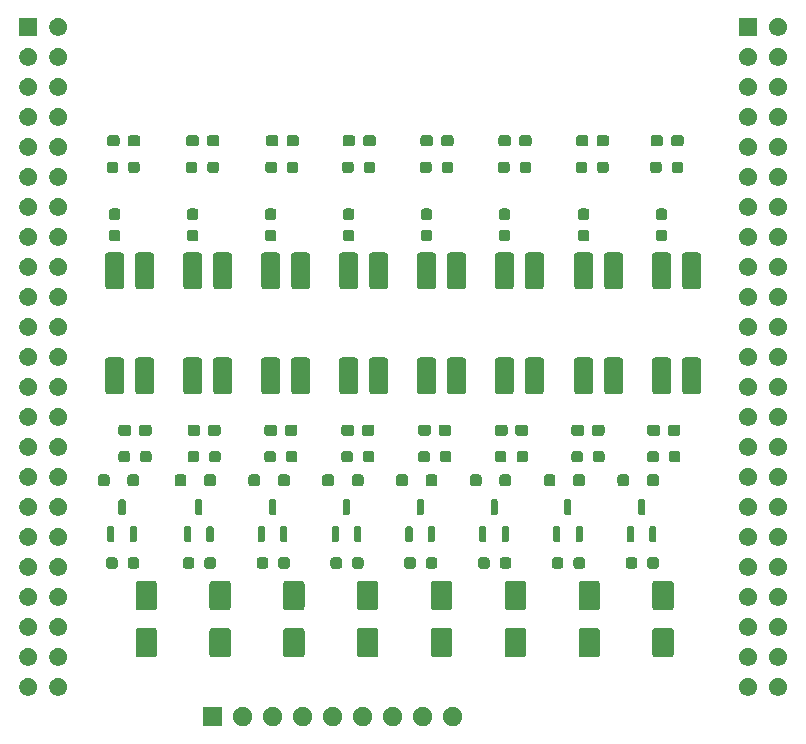
<source format=gts>
%TF.GenerationSoftware,KiCad,Pcbnew,9.0.7-9.0.7~ubuntu24.04.1*%
%TF.CreationDate,2026-01-13T16:30:03+01:00*%
%TF.ProjectId,digital_input,64696769-7461-46c5-9f69-6e7075742e6b,1.0*%
%TF.SameCoordinates,Original*%
%TF.FileFunction,Soldermask,Top*%
%TF.FilePolarity,Negative*%
%FSLAX46Y46*%
G04 Gerber Fmt 4.6, Leading zero omitted, Abs format (unit mm)*
G04 Created by KiCad (PCBNEW 9.0.7-9.0.7~ubuntu24.04.1) date 2026-01-13 16:30:03*
%MOMM*%
%LPD*%
G01*
G04 APERTURE LIST*
G04 APERTURE END LIST*
G36*
X135705000Y-111825000D02*
G01*
X134055000Y-111825000D01*
X134055000Y-110175000D01*
X135705000Y-110175000D01*
X135705000Y-111825000D01*
G37*
G36*
X137659485Y-110210524D02*
G01*
X137808902Y-110272415D01*
X137943374Y-110362266D01*
X138057734Y-110476626D01*
X138147585Y-110611098D01*
X138209476Y-110760515D01*
X138241027Y-110919136D01*
X138241027Y-111080864D01*
X138209476Y-111239485D01*
X138147585Y-111388902D01*
X138057734Y-111523374D01*
X137943374Y-111637734D01*
X137808902Y-111727585D01*
X137659485Y-111789476D01*
X137500864Y-111821027D01*
X137339136Y-111821027D01*
X137180515Y-111789476D01*
X137031098Y-111727585D01*
X136896626Y-111637734D01*
X136782266Y-111523374D01*
X136692415Y-111388902D01*
X136630524Y-111239485D01*
X136598973Y-111080864D01*
X136598973Y-110919136D01*
X136630524Y-110760515D01*
X136692415Y-110611098D01*
X136782266Y-110476626D01*
X136896626Y-110362266D01*
X137031098Y-110272415D01*
X137180515Y-110210524D01*
X137339136Y-110178973D01*
X137500864Y-110178973D01*
X137659485Y-110210524D01*
G37*
G36*
X140199485Y-110210524D02*
G01*
X140348902Y-110272415D01*
X140483374Y-110362266D01*
X140597734Y-110476626D01*
X140687585Y-110611098D01*
X140749476Y-110760515D01*
X140781027Y-110919136D01*
X140781027Y-111080864D01*
X140749476Y-111239485D01*
X140687585Y-111388902D01*
X140597734Y-111523374D01*
X140483374Y-111637734D01*
X140348902Y-111727585D01*
X140199485Y-111789476D01*
X140040864Y-111821027D01*
X139879136Y-111821027D01*
X139720515Y-111789476D01*
X139571098Y-111727585D01*
X139436626Y-111637734D01*
X139322266Y-111523374D01*
X139232415Y-111388902D01*
X139170524Y-111239485D01*
X139138973Y-111080864D01*
X139138973Y-110919136D01*
X139170524Y-110760515D01*
X139232415Y-110611098D01*
X139322266Y-110476626D01*
X139436626Y-110362266D01*
X139571098Y-110272415D01*
X139720515Y-110210524D01*
X139879136Y-110178973D01*
X140040864Y-110178973D01*
X140199485Y-110210524D01*
G37*
G36*
X142739485Y-110210524D02*
G01*
X142888902Y-110272415D01*
X143023374Y-110362266D01*
X143137734Y-110476626D01*
X143227585Y-110611098D01*
X143289476Y-110760515D01*
X143321027Y-110919136D01*
X143321027Y-111080864D01*
X143289476Y-111239485D01*
X143227585Y-111388902D01*
X143137734Y-111523374D01*
X143023374Y-111637734D01*
X142888902Y-111727585D01*
X142739485Y-111789476D01*
X142580864Y-111821027D01*
X142419136Y-111821027D01*
X142260515Y-111789476D01*
X142111098Y-111727585D01*
X141976626Y-111637734D01*
X141862266Y-111523374D01*
X141772415Y-111388902D01*
X141710524Y-111239485D01*
X141678973Y-111080864D01*
X141678973Y-110919136D01*
X141710524Y-110760515D01*
X141772415Y-110611098D01*
X141862266Y-110476626D01*
X141976626Y-110362266D01*
X142111098Y-110272415D01*
X142260515Y-110210524D01*
X142419136Y-110178973D01*
X142580864Y-110178973D01*
X142739485Y-110210524D01*
G37*
G36*
X145279485Y-110210524D02*
G01*
X145428902Y-110272415D01*
X145563374Y-110362266D01*
X145677734Y-110476626D01*
X145767585Y-110611098D01*
X145829476Y-110760515D01*
X145861027Y-110919136D01*
X145861027Y-111080864D01*
X145829476Y-111239485D01*
X145767585Y-111388902D01*
X145677734Y-111523374D01*
X145563374Y-111637734D01*
X145428902Y-111727585D01*
X145279485Y-111789476D01*
X145120864Y-111821027D01*
X144959136Y-111821027D01*
X144800515Y-111789476D01*
X144651098Y-111727585D01*
X144516626Y-111637734D01*
X144402266Y-111523374D01*
X144312415Y-111388902D01*
X144250524Y-111239485D01*
X144218973Y-111080864D01*
X144218973Y-110919136D01*
X144250524Y-110760515D01*
X144312415Y-110611098D01*
X144402266Y-110476626D01*
X144516626Y-110362266D01*
X144651098Y-110272415D01*
X144800515Y-110210524D01*
X144959136Y-110178973D01*
X145120864Y-110178973D01*
X145279485Y-110210524D01*
G37*
G36*
X147819485Y-110210524D02*
G01*
X147968902Y-110272415D01*
X148103374Y-110362266D01*
X148217734Y-110476626D01*
X148307585Y-110611098D01*
X148369476Y-110760515D01*
X148401027Y-110919136D01*
X148401027Y-111080864D01*
X148369476Y-111239485D01*
X148307585Y-111388902D01*
X148217734Y-111523374D01*
X148103374Y-111637734D01*
X147968902Y-111727585D01*
X147819485Y-111789476D01*
X147660864Y-111821027D01*
X147499136Y-111821027D01*
X147340515Y-111789476D01*
X147191098Y-111727585D01*
X147056626Y-111637734D01*
X146942266Y-111523374D01*
X146852415Y-111388902D01*
X146790524Y-111239485D01*
X146758973Y-111080864D01*
X146758973Y-110919136D01*
X146790524Y-110760515D01*
X146852415Y-110611098D01*
X146942266Y-110476626D01*
X147056626Y-110362266D01*
X147191098Y-110272415D01*
X147340515Y-110210524D01*
X147499136Y-110178973D01*
X147660864Y-110178973D01*
X147819485Y-110210524D01*
G37*
G36*
X150359485Y-110210524D02*
G01*
X150508902Y-110272415D01*
X150643374Y-110362266D01*
X150757734Y-110476626D01*
X150847585Y-110611098D01*
X150909476Y-110760515D01*
X150941027Y-110919136D01*
X150941027Y-111080864D01*
X150909476Y-111239485D01*
X150847585Y-111388902D01*
X150757734Y-111523374D01*
X150643374Y-111637734D01*
X150508902Y-111727585D01*
X150359485Y-111789476D01*
X150200864Y-111821027D01*
X150039136Y-111821027D01*
X149880515Y-111789476D01*
X149731098Y-111727585D01*
X149596626Y-111637734D01*
X149482266Y-111523374D01*
X149392415Y-111388902D01*
X149330524Y-111239485D01*
X149298973Y-111080864D01*
X149298973Y-110919136D01*
X149330524Y-110760515D01*
X149392415Y-110611098D01*
X149482266Y-110476626D01*
X149596626Y-110362266D01*
X149731098Y-110272415D01*
X149880515Y-110210524D01*
X150039136Y-110178973D01*
X150200864Y-110178973D01*
X150359485Y-110210524D01*
G37*
G36*
X152899485Y-110210524D02*
G01*
X153048902Y-110272415D01*
X153183374Y-110362266D01*
X153297734Y-110476626D01*
X153387585Y-110611098D01*
X153449476Y-110760515D01*
X153481027Y-110919136D01*
X153481027Y-111080864D01*
X153449476Y-111239485D01*
X153387585Y-111388902D01*
X153297734Y-111523374D01*
X153183374Y-111637734D01*
X153048902Y-111727585D01*
X152899485Y-111789476D01*
X152740864Y-111821027D01*
X152579136Y-111821027D01*
X152420515Y-111789476D01*
X152271098Y-111727585D01*
X152136626Y-111637734D01*
X152022266Y-111523374D01*
X151932415Y-111388902D01*
X151870524Y-111239485D01*
X151838973Y-111080864D01*
X151838973Y-110919136D01*
X151870524Y-110760515D01*
X151932415Y-110611098D01*
X152022266Y-110476626D01*
X152136626Y-110362266D01*
X152271098Y-110272415D01*
X152420515Y-110210524D01*
X152579136Y-110178973D01*
X152740864Y-110178973D01*
X152899485Y-110210524D01*
G37*
G36*
X155439485Y-110210524D02*
G01*
X155588902Y-110272415D01*
X155723374Y-110362266D01*
X155837734Y-110476626D01*
X155927585Y-110611098D01*
X155989476Y-110760515D01*
X156021027Y-110919136D01*
X156021027Y-111080864D01*
X155989476Y-111239485D01*
X155927585Y-111388902D01*
X155837734Y-111523374D01*
X155723374Y-111637734D01*
X155588902Y-111727585D01*
X155439485Y-111789476D01*
X155280864Y-111821027D01*
X155119136Y-111821027D01*
X154960515Y-111789476D01*
X154811098Y-111727585D01*
X154676626Y-111637734D01*
X154562266Y-111523374D01*
X154472415Y-111388902D01*
X154410524Y-111239485D01*
X154378973Y-111080864D01*
X154378973Y-110919136D01*
X154410524Y-110760515D01*
X154472415Y-110611098D01*
X154562266Y-110476626D01*
X154676626Y-110362266D01*
X154811098Y-110272415D01*
X154960515Y-110210524D01*
X155119136Y-110178973D01*
X155280864Y-110178973D01*
X155439485Y-110210524D01*
G37*
G36*
X119482068Y-107747941D02*
G01*
X119620619Y-107805330D01*
X119745311Y-107888647D01*
X119851353Y-107994689D01*
X119934670Y-108119381D01*
X119992059Y-108257932D01*
X120021316Y-108405017D01*
X120021316Y-108554983D01*
X119992059Y-108702068D01*
X119934670Y-108840619D01*
X119851353Y-108965311D01*
X119745311Y-109071353D01*
X119620619Y-109154670D01*
X119482068Y-109212059D01*
X119334983Y-109241316D01*
X119185017Y-109241316D01*
X119037932Y-109212059D01*
X118899381Y-109154670D01*
X118774689Y-109071353D01*
X118668647Y-108965311D01*
X118585330Y-108840619D01*
X118527941Y-108702068D01*
X118498684Y-108554983D01*
X118498684Y-108405017D01*
X118527941Y-108257932D01*
X118585330Y-108119381D01*
X118668647Y-107994689D01*
X118774689Y-107888647D01*
X118899381Y-107805330D01*
X119037932Y-107747941D01*
X119185017Y-107718684D01*
X119334983Y-107718684D01*
X119482068Y-107747941D01*
G37*
G36*
X122022068Y-107747941D02*
G01*
X122160619Y-107805330D01*
X122285311Y-107888647D01*
X122391353Y-107994689D01*
X122474670Y-108119381D01*
X122532059Y-108257932D01*
X122561316Y-108405017D01*
X122561316Y-108554983D01*
X122532059Y-108702068D01*
X122474670Y-108840619D01*
X122391353Y-108965311D01*
X122285311Y-109071353D01*
X122160619Y-109154670D01*
X122022068Y-109212059D01*
X121874983Y-109241316D01*
X121725017Y-109241316D01*
X121577932Y-109212059D01*
X121439381Y-109154670D01*
X121314689Y-109071353D01*
X121208647Y-108965311D01*
X121125330Y-108840619D01*
X121067941Y-108702068D01*
X121038684Y-108554983D01*
X121038684Y-108405017D01*
X121067941Y-108257932D01*
X121125330Y-108119381D01*
X121208647Y-107994689D01*
X121314689Y-107888647D01*
X121439381Y-107805330D01*
X121577932Y-107747941D01*
X121725017Y-107718684D01*
X121874983Y-107718684D01*
X122022068Y-107747941D01*
G37*
G36*
X180432068Y-107747941D02*
G01*
X180570619Y-107805330D01*
X180695311Y-107888647D01*
X180801353Y-107994689D01*
X180884670Y-108119381D01*
X180942059Y-108257932D01*
X180971316Y-108405017D01*
X180971316Y-108554983D01*
X180942059Y-108702068D01*
X180884670Y-108840619D01*
X180801353Y-108965311D01*
X180695311Y-109071353D01*
X180570619Y-109154670D01*
X180432068Y-109212059D01*
X180284983Y-109241316D01*
X180135017Y-109241316D01*
X179987932Y-109212059D01*
X179849381Y-109154670D01*
X179724689Y-109071353D01*
X179618647Y-108965311D01*
X179535330Y-108840619D01*
X179477941Y-108702068D01*
X179448684Y-108554983D01*
X179448684Y-108405017D01*
X179477941Y-108257932D01*
X179535330Y-108119381D01*
X179618647Y-107994689D01*
X179724689Y-107888647D01*
X179849381Y-107805330D01*
X179987932Y-107747941D01*
X180135017Y-107718684D01*
X180284983Y-107718684D01*
X180432068Y-107747941D01*
G37*
G36*
X182972068Y-107747941D02*
G01*
X183110619Y-107805330D01*
X183235311Y-107888647D01*
X183341353Y-107994689D01*
X183424670Y-108119381D01*
X183482059Y-108257932D01*
X183511316Y-108405017D01*
X183511316Y-108554983D01*
X183482059Y-108702068D01*
X183424670Y-108840619D01*
X183341353Y-108965311D01*
X183235311Y-109071353D01*
X183110619Y-109154670D01*
X182972068Y-109212059D01*
X182824983Y-109241316D01*
X182675017Y-109241316D01*
X182527932Y-109212059D01*
X182389381Y-109154670D01*
X182264689Y-109071353D01*
X182158647Y-108965311D01*
X182075330Y-108840619D01*
X182017941Y-108702068D01*
X181988684Y-108554983D01*
X181988684Y-108405017D01*
X182017941Y-108257932D01*
X182075330Y-108119381D01*
X182158647Y-107994689D01*
X182264689Y-107888647D01*
X182389381Y-107805330D01*
X182527932Y-107747941D01*
X182675017Y-107718684D01*
X182824983Y-107718684D01*
X182972068Y-107747941D01*
G37*
G36*
X119482068Y-105207941D02*
G01*
X119620619Y-105265330D01*
X119745311Y-105348647D01*
X119851353Y-105454689D01*
X119934670Y-105579381D01*
X119992059Y-105717932D01*
X120021316Y-105865017D01*
X120021316Y-106014983D01*
X119992059Y-106162068D01*
X119934670Y-106300619D01*
X119851353Y-106425311D01*
X119745311Y-106531353D01*
X119620619Y-106614670D01*
X119482068Y-106672059D01*
X119334983Y-106701316D01*
X119185017Y-106701316D01*
X119037932Y-106672059D01*
X118899381Y-106614670D01*
X118774689Y-106531353D01*
X118668647Y-106425311D01*
X118585330Y-106300619D01*
X118527941Y-106162068D01*
X118498684Y-106014983D01*
X118498684Y-105865017D01*
X118527941Y-105717932D01*
X118585330Y-105579381D01*
X118668647Y-105454689D01*
X118774689Y-105348647D01*
X118899381Y-105265330D01*
X119037932Y-105207941D01*
X119185017Y-105178684D01*
X119334983Y-105178684D01*
X119482068Y-105207941D01*
G37*
G36*
X122022068Y-105207941D02*
G01*
X122160619Y-105265330D01*
X122285311Y-105348647D01*
X122391353Y-105454689D01*
X122474670Y-105579381D01*
X122532059Y-105717932D01*
X122561316Y-105865017D01*
X122561316Y-106014983D01*
X122532059Y-106162068D01*
X122474670Y-106300619D01*
X122391353Y-106425311D01*
X122285311Y-106531353D01*
X122160619Y-106614670D01*
X122022068Y-106672059D01*
X121874983Y-106701316D01*
X121725017Y-106701316D01*
X121577932Y-106672059D01*
X121439381Y-106614670D01*
X121314689Y-106531353D01*
X121208647Y-106425311D01*
X121125330Y-106300619D01*
X121067941Y-106162068D01*
X121038684Y-106014983D01*
X121038684Y-105865017D01*
X121067941Y-105717932D01*
X121125330Y-105579381D01*
X121208647Y-105454689D01*
X121314689Y-105348647D01*
X121439381Y-105265330D01*
X121577932Y-105207941D01*
X121725017Y-105178684D01*
X121874983Y-105178684D01*
X122022068Y-105207941D01*
G37*
G36*
X180432068Y-105207941D02*
G01*
X180570619Y-105265330D01*
X180695311Y-105348647D01*
X180801353Y-105454689D01*
X180884670Y-105579381D01*
X180942059Y-105717932D01*
X180971316Y-105865017D01*
X180971316Y-106014983D01*
X180942059Y-106162068D01*
X180884670Y-106300619D01*
X180801353Y-106425311D01*
X180695311Y-106531353D01*
X180570619Y-106614670D01*
X180432068Y-106672059D01*
X180284983Y-106701316D01*
X180135017Y-106701316D01*
X179987932Y-106672059D01*
X179849381Y-106614670D01*
X179724689Y-106531353D01*
X179618647Y-106425311D01*
X179535330Y-106300619D01*
X179477941Y-106162068D01*
X179448684Y-106014983D01*
X179448684Y-105865017D01*
X179477941Y-105717932D01*
X179535330Y-105579381D01*
X179618647Y-105454689D01*
X179724689Y-105348647D01*
X179849381Y-105265330D01*
X179987932Y-105207941D01*
X180135017Y-105178684D01*
X180284983Y-105178684D01*
X180432068Y-105207941D01*
G37*
G36*
X182972068Y-105207941D02*
G01*
X183110619Y-105265330D01*
X183235311Y-105348647D01*
X183341353Y-105454689D01*
X183424670Y-105579381D01*
X183482059Y-105717932D01*
X183511316Y-105865017D01*
X183511316Y-106014983D01*
X183482059Y-106162068D01*
X183424670Y-106300619D01*
X183341353Y-106425311D01*
X183235311Y-106531353D01*
X183110619Y-106614670D01*
X182972068Y-106672059D01*
X182824983Y-106701316D01*
X182675017Y-106701316D01*
X182527932Y-106672059D01*
X182389381Y-106614670D01*
X182264689Y-106531353D01*
X182158647Y-106425311D01*
X182075330Y-106300619D01*
X182017941Y-106162068D01*
X181988684Y-106014983D01*
X181988684Y-105865017D01*
X182017941Y-105717932D01*
X182075330Y-105579381D01*
X182158647Y-105454689D01*
X182264689Y-105348647D01*
X182389381Y-105265330D01*
X182527932Y-105207941D01*
X182675017Y-105178684D01*
X182824983Y-105178684D01*
X182972068Y-105207941D01*
G37*
G36*
X129903231Y-103500642D02*
G01*
X129955772Y-103506738D01*
X129973723Y-103514664D01*
X129995671Y-103519030D01*
X130019166Y-103534729D01*
X130040890Y-103544321D01*
X130055726Y-103559157D01*
X130076777Y-103573223D01*
X130090842Y-103594273D01*
X130105678Y-103609109D01*
X130115269Y-103630830D01*
X130130970Y-103654329D01*
X130135335Y-103676277D01*
X130143260Y-103694224D01*
X130149352Y-103746747D01*
X130150000Y-103750000D01*
X130150000Y-105750000D01*
X130149354Y-105753243D01*
X130143261Y-105805772D01*
X130135336Y-105823719D01*
X130130970Y-105845671D01*
X130115267Y-105869171D01*
X130105678Y-105890890D01*
X130090844Y-105905723D01*
X130076777Y-105926777D01*
X130055723Y-105940844D01*
X130040890Y-105955678D01*
X130019170Y-105965267D01*
X129995671Y-105980970D01*
X129973720Y-105985336D01*
X129955775Y-105993260D01*
X129903254Y-105999352D01*
X129900000Y-106000000D01*
X128600000Y-106000000D01*
X128596758Y-105999355D01*
X128544227Y-105993261D01*
X128526278Y-105985335D01*
X128504329Y-105980970D01*
X128480830Y-105965268D01*
X128459109Y-105955678D01*
X128444273Y-105940842D01*
X128423223Y-105926777D01*
X128409157Y-105905726D01*
X128394321Y-105890890D01*
X128384729Y-105869166D01*
X128369030Y-105845671D01*
X128364664Y-105823724D01*
X128356739Y-105805775D01*
X128350644Y-105753242D01*
X128350000Y-105750000D01*
X128350000Y-103750000D01*
X128350642Y-103746770D01*
X128356738Y-103694227D01*
X128364664Y-103676274D01*
X128369030Y-103654329D01*
X128384728Y-103630835D01*
X128394321Y-103609109D01*
X128409159Y-103594270D01*
X128423223Y-103573223D01*
X128444270Y-103559159D01*
X128459109Y-103544321D01*
X128480835Y-103534727D01*
X128504329Y-103519030D01*
X128526273Y-103514665D01*
X128544224Y-103506739D01*
X128596759Y-103500644D01*
X128600000Y-103500000D01*
X129900000Y-103500000D01*
X129903231Y-103500642D01*
G37*
G36*
X136153231Y-103500642D02*
G01*
X136205772Y-103506738D01*
X136223723Y-103514664D01*
X136245671Y-103519030D01*
X136269166Y-103534729D01*
X136290890Y-103544321D01*
X136305726Y-103559157D01*
X136326777Y-103573223D01*
X136340842Y-103594273D01*
X136355678Y-103609109D01*
X136365269Y-103630830D01*
X136380970Y-103654329D01*
X136385335Y-103676277D01*
X136393260Y-103694224D01*
X136399352Y-103746747D01*
X136400000Y-103750000D01*
X136400000Y-105750000D01*
X136399354Y-105753243D01*
X136393261Y-105805772D01*
X136385336Y-105823719D01*
X136380970Y-105845671D01*
X136365267Y-105869171D01*
X136355678Y-105890890D01*
X136340844Y-105905723D01*
X136326777Y-105926777D01*
X136305723Y-105940844D01*
X136290890Y-105955678D01*
X136269170Y-105965267D01*
X136245671Y-105980970D01*
X136223720Y-105985336D01*
X136205775Y-105993260D01*
X136153254Y-105999352D01*
X136150000Y-106000000D01*
X134850000Y-106000000D01*
X134846758Y-105999355D01*
X134794227Y-105993261D01*
X134776278Y-105985335D01*
X134754329Y-105980970D01*
X134730830Y-105965268D01*
X134709109Y-105955678D01*
X134694273Y-105940842D01*
X134673223Y-105926777D01*
X134659157Y-105905726D01*
X134644321Y-105890890D01*
X134634729Y-105869166D01*
X134619030Y-105845671D01*
X134614664Y-105823724D01*
X134606739Y-105805775D01*
X134600644Y-105753242D01*
X134600000Y-105750000D01*
X134600000Y-103750000D01*
X134600642Y-103746770D01*
X134606738Y-103694227D01*
X134614664Y-103676274D01*
X134619030Y-103654329D01*
X134634728Y-103630835D01*
X134644321Y-103609109D01*
X134659159Y-103594270D01*
X134673223Y-103573223D01*
X134694270Y-103559159D01*
X134709109Y-103544321D01*
X134730835Y-103534727D01*
X134754329Y-103519030D01*
X134776273Y-103514665D01*
X134794224Y-103506739D01*
X134846759Y-103500644D01*
X134850000Y-103500000D01*
X136150000Y-103500000D01*
X136153231Y-103500642D01*
G37*
G36*
X142403231Y-103500642D02*
G01*
X142455772Y-103506738D01*
X142473723Y-103514664D01*
X142495671Y-103519030D01*
X142519166Y-103534729D01*
X142540890Y-103544321D01*
X142555726Y-103559157D01*
X142576777Y-103573223D01*
X142590842Y-103594273D01*
X142605678Y-103609109D01*
X142615269Y-103630830D01*
X142630970Y-103654329D01*
X142635335Y-103676277D01*
X142643260Y-103694224D01*
X142649352Y-103746747D01*
X142650000Y-103750000D01*
X142650000Y-105750000D01*
X142649354Y-105753243D01*
X142643261Y-105805772D01*
X142635336Y-105823719D01*
X142630970Y-105845671D01*
X142615267Y-105869171D01*
X142605678Y-105890890D01*
X142590844Y-105905723D01*
X142576777Y-105926777D01*
X142555723Y-105940844D01*
X142540890Y-105955678D01*
X142519170Y-105965267D01*
X142495671Y-105980970D01*
X142473720Y-105985336D01*
X142455775Y-105993260D01*
X142403254Y-105999352D01*
X142400000Y-106000000D01*
X141100000Y-106000000D01*
X141096758Y-105999355D01*
X141044227Y-105993261D01*
X141026278Y-105985335D01*
X141004329Y-105980970D01*
X140980830Y-105965268D01*
X140959109Y-105955678D01*
X140944273Y-105940842D01*
X140923223Y-105926777D01*
X140909157Y-105905726D01*
X140894321Y-105890890D01*
X140884729Y-105869166D01*
X140869030Y-105845671D01*
X140864664Y-105823724D01*
X140856739Y-105805775D01*
X140850644Y-105753242D01*
X140850000Y-105750000D01*
X140850000Y-103750000D01*
X140850642Y-103746770D01*
X140856738Y-103694227D01*
X140864664Y-103676274D01*
X140869030Y-103654329D01*
X140884728Y-103630835D01*
X140894321Y-103609109D01*
X140909159Y-103594270D01*
X140923223Y-103573223D01*
X140944270Y-103559159D01*
X140959109Y-103544321D01*
X140980835Y-103534727D01*
X141004329Y-103519030D01*
X141026273Y-103514665D01*
X141044224Y-103506739D01*
X141096759Y-103500644D01*
X141100000Y-103500000D01*
X142400000Y-103500000D01*
X142403231Y-103500642D01*
G37*
G36*
X148653231Y-103500642D02*
G01*
X148705772Y-103506738D01*
X148723723Y-103514664D01*
X148745671Y-103519030D01*
X148769166Y-103534729D01*
X148790890Y-103544321D01*
X148805726Y-103559157D01*
X148826777Y-103573223D01*
X148840842Y-103594273D01*
X148855678Y-103609109D01*
X148865269Y-103630830D01*
X148880970Y-103654329D01*
X148885335Y-103676277D01*
X148893260Y-103694224D01*
X148899352Y-103746747D01*
X148900000Y-103750000D01*
X148900000Y-105750000D01*
X148899354Y-105753243D01*
X148893261Y-105805772D01*
X148885336Y-105823719D01*
X148880970Y-105845671D01*
X148865267Y-105869171D01*
X148855678Y-105890890D01*
X148840844Y-105905723D01*
X148826777Y-105926777D01*
X148805723Y-105940844D01*
X148790890Y-105955678D01*
X148769170Y-105965267D01*
X148745671Y-105980970D01*
X148723720Y-105985336D01*
X148705775Y-105993260D01*
X148653254Y-105999352D01*
X148650000Y-106000000D01*
X147350000Y-106000000D01*
X147346758Y-105999355D01*
X147294227Y-105993261D01*
X147276278Y-105985335D01*
X147254329Y-105980970D01*
X147230830Y-105965268D01*
X147209109Y-105955678D01*
X147194273Y-105940842D01*
X147173223Y-105926777D01*
X147159157Y-105905726D01*
X147144321Y-105890890D01*
X147134729Y-105869166D01*
X147119030Y-105845671D01*
X147114664Y-105823724D01*
X147106739Y-105805775D01*
X147100644Y-105753242D01*
X147100000Y-105750000D01*
X147100000Y-103750000D01*
X147100642Y-103746770D01*
X147106738Y-103694227D01*
X147114664Y-103676274D01*
X147119030Y-103654329D01*
X147134728Y-103630835D01*
X147144321Y-103609109D01*
X147159159Y-103594270D01*
X147173223Y-103573223D01*
X147194270Y-103559159D01*
X147209109Y-103544321D01*
X147230835Y-103534727D01*
X147254329Y-103519030D01*
X147276273Y-103514665D01*
X147294224Y-103506739D01*
X147346759Y-103500644D01*
X147350000Y-103500000D01*
X148650000Y-103500000D01*
X148653231Y-103500642D01*
G37*
G36*
X154903231Y-103500642D02*
G01*
X154955772Y-103506738D01*
X154973723Y-103514664D01*
X154995671Y-103519030D01*
X155019166Y-103534729D01*
X155040890Y-103544321D01*
X155055726Y-103559157D01*
X155076777Y-103573223D01*
X155090842Y-103594273D01*
X155105678Y-103609109D01*
X155115269Y-103630830D01*
X155130970Y-103654329D01*
X155135335Y-103676277D01*
X155143260Y-103694224D01*
X155149352Y-103746747D01*
X155150000Y-103750000D01*
X155150000Y-105750000D01*
X155149354Y-105753243D01*
X155143261Y-105805772D01*
X155135336Y-105823719D01*
X155130970Y-105845671D01*
X155115267Y-105869171D01*
X155105678Y-105890890D01*
X155090844Y-105905723D01*
X155076777Y-105926777D01*
X155055723Y-105940844D01*
X155040890Y-105955678D01*
X155019170Y-105965267D01*
X154995671Y-105980970D01*
X154973720Y-105985336D01*
X154955775Y-105993260D01*
X154903254Y-105999352D01*
X154900000Y-106000000D01*
X153600000Y-106000000D01*
X153596758Y-105999355D01*
X153544227Y-105993261D01*
X153526278Y-105985335D01*
X153504329Y-105980970D01*
X153480830Y-105965268D01*
X153459109Y-105955678D01*
X153444273Y-105940842D01*
X153423223Y-105926777D01*
X153409157Y-105905726D01*
X153394321Y-105890890D01*
X153384729Y-105869166D01*
X153369030Y-105845671D01*
X153364664Y-105823724D01*
X153356739Y-105805775D01*
X153350644Y-105753242D01*
X153350000Y-105750000D01*
X153350000Y-103750000D01*
X153350642Y-103746770D01*
X153356738Y-103694227D01*
X153364664Y-103676274D01*
X153369030Y-103654329D01*
X153384728Y-103630835D01*
X153394321Y-103609109D01*
X153409159Y-103594270D01*
X153423223Y-103573223D01*
X153444270Y-103559159D01*
X153459109Y-103544321D01*
X153480835Y-103534727D01*
X153504329Y-103519030D01*
X153526273Y-103514665D01*
X153544224Y-103506739D01*
X153596759Y-103500644D01*
X153600000Y-103500000D01*
X154900000Y-103500000D01*
X154903231Y-103500642D01*
G37*
G36*
X161153231Y-103500642D02*
G01*
X161205772Y-103506738D01*
X161223723Y-103514664D01*
X161245671Y-103519030D01*
X161269166Y-103534729D01*
X161290890Y-103544321D01*
X161305726Y-103559157D01*
X161326777Y-103573223D01*
X161340842Y-103594273D01*
X161355678Y-103609109D01*
X161365269Y-103630830D01*
X161380970Y-103654329D01*
X161385335Y-103676277D01*
X161393260Y-103694224D01*
X161399352Y-103746747D01*
X161400000Y-103750000D01*
X161400000Y-105750000D01*
X161399354Y-105753243D01*
X161393261Y-105805772D01*
X161385336Y-105823719D01*
X161380970Y-105845671D01*
X161365267Y-105869171D01*
X161355678Y-105890890D01*
X161340844Y-105905723D01*
X161326777Y-105926777D01*
X161305723Y-105940844D01*
X161290890Y-105955678D01*
X161269170Y-105965267D01*
X161245671Y-105980970D01*
X161223720Y-105985336D01*
X161205775Y-105993260D01*
X161153254Y-105999352D01*
X161150000Y-106000000D01*
X159850000Y-106000000D01*
X159846758Y-105999355D01*
X159794227Y-105993261D01*
X159776278Y-105985335D01*
X159754329Y-105980970D01*
X159730830Y-105965268D01*
X159709109Y-105955678D01*
X159694273Y-105940842D01*
X159673223Y-105926777D01*
X159659157Y-105905726D01*
X159644321Y-105890890D01*
X159634729Y-105869166D01*
X159619030Y-105845671D01*
X159614664Y-105823724D01*
X159606739Y-105805775D01*
X159600644Y-105753242D01*
X159600000Y-105750000D01*
X159600000Y-103750000D01*
X159600642Y-103746770D01*
X159606738Y-103694227D01*
X159614664Y-103676274D01*
X159619030Y-103654329D01*
X159634728Y-103630835D01*
X159644321Y-103609109D01*
X159659159Y-103594270D01*
X159673223Y-103573223D01*
X159694270Y-103559159D01*
X159709109Y-103544321D01*
X159730835Y-103534727D01*
X159754329Y-103519030D01*
X159776273Y-103514665D01*
X159794224Y-103506739D01*
X159846759Y-103500644D01*
X159850000Y-103500000D01*
X161150000Y-103500000D01*
X161153231Y-103500642D01*
G37*
G36*
X167403231Y-103500642D02*
G01*
X167455772Y-103506738D01*
X167473723Y-103514664D01*
X167495671Y-103519030D01*
X167519166Y-103534729D01*
X167540890Y-103544321D01*
X167555726Y-103559157D01*
X167576777Y-103573223D01*
X167590842Y-103594273D01*
X167605678Y-103609109D01*
X167615269Y-103630830D01*
X167630970Y-103654329D01*
X167635335Y-103676277D01*
X167643260Y-103694224D01*
X167649352Y-103746747D01*
X167650000Y-103750000D01*
X167650000Y-105750000D01*
X167649354Y-105753243D01*
X167643261Y-105805772D01*
X167635336Y-105823719D01*
X167630970Y-105845671D01*
X167615267Y-105869171D01*
X167605678Y-105890890D01*
X167590844Y-105905723D01*
X167576777Y-105926777D01*
X167555723Y-105940844D01*
X167540890Y-105955678D01*
X167519170Y-105965267D01*
X167495671Y-105980970D01*
X167473720Y-105985336D01*
X167455775Y-105993260D01*
X167403254Y-105999352D01*
X167400000Y-106000000D01*
X166100000Y-106000000D01*
X166096758Y-105999355D01*
X166044227Y-105993261D01*
X166026278Y-105985335D01*
X166004329Y-105980970D01*
X165980830Y-105965268D01*
X165959109Y-105955678D01*
X165944273Y-105940842D01*
X165923223Y-105926777D01*
X165909157Y-105905726D01*
X165894321Y-105890890D01*
X165884729Y-105869166D01*
X165869030Y-105845671D01*
X165864664Y-105823724D01*
X165856739Y-105805775D01*
X165850644Y-105753242D01*
X165850000Y-105750000D01*
X165850000Y-103750000D01*
X165850642Y-103746770D01*
X165856738Y-103694227D01*
X165864664Y-103676274D01*
X165869030Y-103654329D01*
X165884728Y-103630835D01*
X165894321Y-103609109D01*
X165909159Y-103594270D01*
X165923223Y-103573223D01*
X165944270Y-103559159D01*
X165959109Y-103544321D01*
X165980835Y-103534727D01*
X166004329Y-103519030D01*
X166026273Y-103514665D01*
X166044224Y-103506739D01*
X166096759Y-103500644D01*
X166100000Y-103500000D01*
X167400000Y-103500000D01*
X167403231Y-103500642D01*
G37*
G36*
X173653231Y-103500642D02*
G01*
X173705772Y-103506738D01*
X173723723Y-103514664D01*
X173745671Y-103519030D01*
X173769166Y-103534729D01*
X173790890Y-103544321D01*
X173805726Y-103559157D01*
X173826777Y-103573223D01*
X173840842Y-103594273D01*
X173855678Y-103609109D01*
X173865269Y-103630830D01*
X173880970Y-103654329D01*
X173885335Y-103676277D01*
X173893260Y-103694224D01*
X173899352Y-103746747D01*
X173900000Y-103750000D01*
X173900000Y-105750000D01*
X173899354Y-105753243D01*
X173893261Y-105805772D01*
X173885336Y-105823719D01*
X173880970Y-105845671D01*
X173865267Y-105869171D01*
X173855678Y-105890890D01*
X173840844Y-105905723D01*
X173826777Y-105926777D01*
X173805723Y-105940844D01*
X173790890Y-105955678D01*
X173769170Y-105965267D01*
X173745671Y-105980970D01*
X173723720Y-105985336D01*
X173705775Y-105993260D01*
X173653254Y-105999352D01*
X173650000Y-106000000D01*
X172350000Y-106000000D01*
X172346758Y-105999355D01*
X172294227Y-105993261D01*
X172276278Y-105985335D01*
X172254329Y-105980970D01*
X172230830Y-105965268D01*
X172209109Y-105955678D01*
X172194273Y-105940842D01*
X172173223Y-105926777D01*
X172159157Y-105905726D01*
X172144321Y-105890890D01*
X172134729Y-105869166D01*
X172119030Y-105845671D01*
X172114664Y-105823724D01*
X172106739Y-105805775D01*
X172100644Y-105753242D01*
X172100000Y-105750000D01*
X172100000Y-103750000D01*
X172100642Y-103746770D01*
X172106738Y-103694227D01*
X172114664Y-103676274D01*
X172119030Y-103654329D01*
X172134728Y-103630835D01*
X172144321Y-103609109D01*
X172159159Y-103594270D01*
X172173223Y-103573223D01*
X172194270Y-103559159D01*
X172209109Y-103544321D01*
X172230835Y-103534727D01*
X172254329Y-103519030D01*
X172276273Y-103514665D01*
X172294224Y-103506739D01*
X172346759Y-103500644D01*
X172350000Y-103500000D01*
X173650000Y-103500000D01*
X173653231Y-103500642D01*
G37*
G36*
X119482068Y-102667941D02*
G01*
X119620619Y-102725330D01*
X119745311Y-102808647D01*
X119851353Y-102914689D01*
X119934670Y-103039381D01*
X119992059Y-103177932D01*
X120021316Y-103325017D01*
X120021316Y-103474983D01*
X119992059Y-103622068D01*
X119934670Y-103760619D01*
X119851353Y-103885311D01*
X119745311Y-103991353D01*
X119620619Y-104074670D01*
X119482068Y-104132059D01*
X119334983Y-104161316D01*
X119185017Y-104161316D01*
X119037932Y-104132059D01*
X118899381Y-104074670D01*
X118774689Y-103991353D01*
X118668647Y-103885311D01*
X118585330Y-103760619D01*
X118527941Y-103622068D01*
X118498684Y-103474983D01*
X118498684Y-103325017D01*
X118527941Y-103177932D01*
X118585330Y-103039381D01*
X118668647Y-102914689D01*
X118774689Y-102808647D01*
X118899381Y-102725330D01*
X119037932Y-102667941D01*
X119185017Y-102638684D01*
X119334983Y-102638684D01*
X119482068Y-102667941D01*
G37*
G36*
X122022068Y-102667941D02*
G01*
X122160619Y-102725330D01*
X122285311Y-102808647D01*
X122391353Y-102914689D01*
X122474670Y-103039381D01*
X122532059Y-103177932D01*
X122561316Y-103325017D01*
X122561316Y-103474983D01*
X122532059Y-103622068D01*
X122474670Y-103760619D01*
X122391353Y-103885311D01*
X122285311Y-103991353D01*
X122160619Y-104074670D01*
X122022068Y-104132059D01*
X121874983Y-104161316D01*
X121725017Y-104161316D01*
X121577932Y-104132059D01*
X121439381Y-104074670D01*
X121314689Y-103991353D01*
X121208647Y-103885311D01*
X121125330Y-103760619D01*
X121067941Y-103622068D01*
X121038684Y-103474983D01*
X121038684Y-103325017D01*
X121067941Y-103177932D01*
X121125330Y-103039381D01*
X121208647Y-102914689D01*
X121314689Y-102808647D01*
X121439381Y-102725330D01*
X121577932Y-102667941D01*
X121725017Y-102638684D01*
X121874983Y-102638684D01*
X122022068Y-102667941D01*
G37*
G36*
X180432068Y-102667941D02*
G01*
X180570619Y-102725330D01*
X180695311Y-102808647D01*
X180801353Y-102914689D01*
X180884670Y-103039381D01*
X180942059Y-103177932D01*
X180971316Y-103325017D01*
X180971316Y-103474983D01*
X180942059Y-103622068D01*
X180884670Y-103760619D01*
X180801353Y-103885311D01*
X180695311Y-103991353D01*
X180570619Y-104074670D01*
X180432068Y-104132059D01*
X180284983Y-104161316D01*
X180135017Y-104161316D01*
X179987932Y-104132059D01*
X179849381Y-104074670D01*
X179724689Y-103991353D01*
X179618647Y-103885311D01*
X179535330Y-103760619D01*
X179477941Y-103622068D01*
X179448684Y-103474983D01*
X179448684Y-103325017D01*
X179477941Y-103177932D01*
X179535330Y-103039381D01*
X179618647Y-102914689D01*
X179724689Y-102808647D01*
X179849381Y-102725330D01*
X179987932Y-102667941D01*
X180135017Y-102638684D01*
X180284983Y-102638684D01*
X180432068Y-102667941D01*
G37*
G36*
X182972068Y-102667941D02*
G01*
X183110619Y-102725330D01*
X183235311Y-102808647D01*
X183341353Y-102914689D01*
X183424670Y-103039381D01*
X183482059Y-103177932D01*
X183511316Y-103325017D01*
X183511316Y-103474983D01*
X183482059Y-103622068D01*
X183424670Y-103760619D01*
X183341353Y-103885311D01*
X183235311Y-103991353D01*
X183110619Y-104074670D01*
X182972068Y-104132059D01*
X182824983Y-104161316D01*
X182675017Y-104161316D01*
X182527932Y-104132059D01*
X182389381Y-104074670D01*
X182264689Y-103991353D01*
X182158647Y-103885311D01*
X182075330Y-103760619D01*
X182017941Y-103622068D01*
X181988684Y-103474983D01*
X181988684Y-103325017D01*
X182017941Y-103177932D01*
X182075330Y-103039381D01*
X182158647Y-102914689D01*
X182264689Y-102808647D01*
X182389381Y-102725330D01*
X182527932Y-102667941D01*
X182675017Y-102638684D01*
X182824983Y-102638684D01*
X182972068Y-102667941D01*
G37*
G36*
X129903231Y-99500642D02*
G01*
X129955772Y-99506738D01*
X129973723Y-99514664D01*
X129995671Y-99519030D01*
X130019166Y-99534729D01*
X130040890Y-99544321D01*
X130055726Y-99559157D01*
X130076777Y-99573223D01*
X130090842Y-99594273D01*
X130105678Y-99609109D01*
X130115269Y-99630830D01*
X130130970Y-99654329D01*
X130135335Y-99676277D01*
X130143260Y-99694224D01*
X130149352Y-99746747D01*
X130150000Y-99750000D01*
X130150000Y-101750000D01*
X130149354Y-101753243D01*
X130143261Y-101805772D01*
X130135336Y-101823719D01*
X130130970Y-101845671D01*
X130115267Y-101869171D01*
X130105678Y-101890890D01*
X130090844Y-101905723D01*
X130076777Y-101926777D01*
X130055723Y-101940844D01*
X130040890Y-101955678D01*
X130019170Y-101965267D01*
X129995671Y-101980970D01*
X129973720Y-101985336D01*
X129955775Y-101993260D01*
X129903254Y-101999352D01*
X129900000Y-102000000D01*
X128600000Y-102000000D01*
X128596758Y-101999355D01*
X128544227Y-101993261D01*
X128526278Y-101985335D01*
X128504329Y-101980970D01*
X128480830Y-101965268D01*
X128459109Y-101955678D01*
X128444273Y-101940842D01*
X128423223Y-101926777D01*
X128409157Y-101905726D01*
X128394321Y-101890890D01*
X128384729Y-101869166D01*
X128369030Y-101845671D01*
X128364664Y-101823724D01*
X128356739Y-101805775D01*
X128350644Y-101753242D01*
X128350000Y-101750000D01*
X128350000Y-99750000D01*
X128350642Y-99746770D01*
X128356738Y-99694227D01*
X128364664Y-99676274D01*
X128369030Y-99654329D01*
X128384728Y-99630835D01*
X128394321Y-99609109D01*
X128409159Y-99594270D01*
X128423223Y-99573223D01*
X128444270Y-99559159D01*
X128459109Y-99544321D01*
X128480835Y-99534727D01*
X128504329Y-99519030D01*
X128526273Y-99514665D01*
X128544224Y-99506739D01*
X128596759Y-99500644D01*
X128600000Y-99500000D01*
X129900000Y-99500000D01*
X129903231Y-99500642D01*
G37*
G36*
X136153231Y-99500642D02*
G01*
X136205772Y-99506738D01*
X136223723Y-99514664D01*
X136245671Y-99519030D01*
X136269166Y-99534729D01*
X136290890Y-99544321D01*
X136305726Y-99559157D01*
X136326777Y-99573223D01*
X136340842Y-99594273D01*
X136355678Y-99609109D01*
X136365269Y-99630830D01*
X136380970Y-99654329D01*
X136385335Y-99676277D01*
X136393260Y-99694224D01*
X136399352Y-99746747D01*
X136400000Y-99750000D01*
X136400000Y-101750000D01*
X136399354Y-101753243D01*
X136393261Y-101805772D01*
X136385336Y-101823719D01*
X136380970Y-101845671D01*
X136365267Y-101869171D01*
X136355678Y-101890890D01*
X136340844Y-101905723D01*
X136326777Y-101926777D01*
X136305723Y-101940844D01*
X136290890Y-101955678D01*
X136269170Y-101965267D01*
X136245671Y-101980970D01*
X136223720Y-101985336D01*
X136205775Y-101993260D01*
X136153254Y-101999352D01*
X136150000Y-102000000D01*
X134850000Y-102000000D01*
X134846758Y-101999355D01*
X134794227Y-101993261D01*
X134776278Y-101985335D01*
X134754329Y-101980970D01*
X134730830Y-101965268D01*
X134709109Y-101955678D01*
X134694273Y-101940842D01*
X134673223Y-101926777D01*
X134659157Y-101905726D01*
X134644321Y-101890890D01*
X134634729Y-101869166D01*
X134619030Y-101845671D01*
X134614664Y-101823724D01*
X134606739Y-101805775D01*
X134600644Y-101753242D01*
X134600000Y-101750000D01*
X134600000Y-99750000D01*
X134600642Y-99746770D01*
X134606738Y-99694227D01*
X134614664Y-99676274D01*
X134619030Y-99654329D01*
X134634728Y-99630835D01*
X134644321Y-99609109D01*
X134659159Y-99594270D01*
X134673223Y-99573223D01*
X134694270Y-99559159D01*
X134709109Y-99544321D01*
X134730835Y-99534727D01*
X134754329Y-99519030D01*
X134776273Y-99514665D01*
X134794224Y-99506739D01*
X134846759Y-99500644D01*
X134850000Y-99500000D01*
X136150000Y-99500000D01*
X136153231Y-99500642D01*
G37*
G36*
X142403231Y-99500642D02*
G01*
X142455772Y-99506738D01*
X142473723Y-99514664D01*
X142495671Y-99519030D01*
X142519166Y-99534729D01*
X142540890Y-99544321D01*
X142555726Y-99559157D01*
X142576777Y-99573223D01*
X142590842Y-99594273D01*
X142605678Y-99609109D01*
X142615269Y-99630830D01*
X142630970Y-99654329D01*
X142635335Y-99676277D01*
X142643260Y-99694224D01*
X142649352Y-99746747D01*
X142650000Y-99750000D01*
X142650000Y-101750000D01*
X142649354Y-101753243D01*
X142643261Y-101805772D01*
X142635336Y-101823719D01*
X142630970Y-101845671D01*
X142615267Y-101869171D01*
X142605678Y-101890890D01*
X142590844Y-101905723D01*
X142576777Y-101926777D01*
X142555723Y-101940844D01*
X142540890Y-101955678D01*
X142519170Y-101965267D01*
X142495671Y-101980970D01*
X142473720Y-101985336D01*
X142455775Y-101993260D01*
X142403254Y-101999352D01*
X142400000Y-102000000D01*
X141100000Y-102000000D01*
X141096758Y-101999355D01*
X141044227Y-101993261D01*
X141026278Y-101985335D01*
X141004329Y-101980970D01*
X140980830Y-101965268D01*
X140959109Y-101955678D01*
X140944273Y-101940842D01*
X140923223Y-101926777D01*
X140909157Y-101905726D01*
X140894321Y-101890890D01*
X140884729Y-101869166D01*
X140869030Y-101845671D01*
X140864664Y-101823724D01*
X140856739Y-101805775D01*
X140850644Y-101753242D01*
X140850000Y-101750000D01*
X140850000Y-99750000D01*
X140850642Y-99746770D01*
X140856738Y-99694227D01*
X140864664Y-99676274D01*
X140869030Y-99654329D01*
X140884728Y-99630835D01*
X140894321Y-99609109D01*
X140909159Y-99594270D01*
X140923223Y-99573223D01*
X140944270Y-99559159D01*
X140959109Y-99544321D01*
X140980835Y-99534727D01*
X141004329Y-99519030D01*
X141026273Y-99514665D01*
X141044224Y-99506739D01*
X141096759Y-99500644D01*
X141100000Y-99500000D01*
X142400000Y-99500000D01*
X142403231Y-99500642D01*
G37*
G36*
X148653231Y-99500642D02*
G01*
X148705772Y-99506738D01*
X148723723Y-99514664D01*
X148745671Y-99519030D01*
X148769166Y-99534729D01*
X148790890Y-99544321D01*
X148805726Y-99559157D01*
X148826777Y-99573223D01*
X148840842Y-99594273D01*
X148855678Y-99609109D01*
X148865269Y-99630830D01*
X148880970Y-99654329D01*
X148885335Y-99676277D01*
X148893260Y-99694224D01*
X148899352Y-99746747D01*
X148900000Y-99750000D01*
X148900000Y-101750000D01*
X148899354Y-101753243D01*
X148893261Y-101805772D01*
X148885336Y-101823719D01*
X148880970Y-101845671D01*
X148865267Y-101869171D01*
X148855678Y-101890890D01*
X148840844Y-101905723D01*
X148826777Y-101926777D01*
X148805723Y-101940844D01*
X148790890Y-101955678D01*
X148769170Y-101965267D01*
X148745671Y-101980970D01*
X148723720Y-101985336D01*
X148705775Y-101993260D01*
X148653254Y-101999352D01*
X148650000Y-102000000D01*
X147350000Y-102000000D01*
X147346758Y-101999355D01*
X147294227Y-101993261D01*
X147276278Y-101985335D01*
X147254329Y-101980970D01*
X147230830Y-101965268D01*
X147209109Y-101955678D01*
X147194273Y-101940842D01*
X147173223Y-101926777D01*
X147159157Y-101905726D01*
X147144321Y-101890890D01*
X147134729Y-101869166D01*
X147119030Y-101845671D01*
X147114664Y-101823724D01*
X147106739Y-101805775D01*
X147100644Y-101753242D01*
X147100000Y-101750000D01*
X147100000Y-99750000D01*
X147100642Y-99746770D01*
X147106738Y-99694227D01*
X147114664Y-99676274D01*
X147119030Y-99654329D01*
X147134728Y-99630835D01*
X147144321Y-99609109D01*
X147159159Y-99594270D01*
X147173223Y-99573223D01*
X147194270Y-99559159D01*
X147209109Y-99544321D01*
X147230835Y-99534727D01*
X147254329Y-99519030D01*
X147276273Y-99514665D01*
X147294224Y-99506739D01*
X147346759Y-99500644D01*
X147350000Y-99500000D01*
X148650000Y-99500000D01*
X148653231Y-99500642D01*
G37*
G36*
X154903231Y-99500642D02*
G01*
X154955772Y-99506738D01*
X154973723Y-99514664D01*
X154995671Y-99519030D01*
X155019166Y-99534729D01*
X155040890Y-99544321D01*
X155055726Y-99559157D01*
X155076777Y-99573223D01*
X155090842Y-99594273D01*
X155105678Y-99609109D01*
X155115269Y-99630830D01*
X155130970Y-99654329D01*
X155135335Y-99676277D01*
X155143260Y-99694224D01*
X155149352Y-99746747D01*
X155150000Y-99750000D01*
X155150000Y-101750000D01*
X155149354Y-101753243D01*
X155143261Y-101805772D01*
X155135336Y-101823719D01*
X155130970Y-101845671D01*
X155115267Y-101869171D01*
X155105678Y-101890890D01*
X155090844Y-101905723D01*
X155076777Y-101926777D01*
X155055723Y-101940844D01*
X155040890Y-101955678D01*
X155019170Y-101965267D01*
X154995671Y-101980970D01*
X154973720Y-101985336D01*
X154955775Y-101993260D01*
X154903254Y-101999352D01*
X154900000Y-102000000D01*
X153600000Y-102000000D01*
X153596758Y-101999355D01*
X153544227Y-101993261D01*
X153526278Y-101985335D01*
X153504329Y-101980970D01*
X153480830Y-101965268D01*
X153459109Y-101955678D01*
X153444273Y-101940842D01*
X153423223Y-101926777D01*
X153409157Y-101905726D01*
X153394321Y-101890890D01*
X153384729Y-101869166D01*
X153369030Y-101845671D01*
X153364664Y-101823724D01*
X153356739Y-101805775D01*
X153350644Y-101753242D01*
X153350000Y-101750000D01*
X153350000Y-99750000D01*
X153350642Y-99746770D01*
X153356738Y-99694227D01*
X153364664Y-99676274D01*
X153369030Y-99654329D01*
X153384728Y-99630835D01*
X153394321Y-99609109D01*
X153409159Y-99594270D01*
X153423223Y-99573223D01*
X153444270Y-99559159D01*
X153459109Y-99544321D01*
X153480835Y-99534727D01*
X153504329Y-99519030D01*
X153526273Y-99514665D01*
X153544224Y-99506739D01*
X153596759Y-99500644D01*
X153600000Y-99500000D01*
X154900000Y-99500000D01*
X154903231Y-99500642D01*
G37*
G36*
X161153231Y-99500642D02*
G01*
X161205772Y-99506738D01*
X161223723Y-99514664D01*
X161245671Y-99519030D01*
X161269166Y-99534729D01*
X161290890Y-99544321D01*
X161305726Y-99559157D01*
X161326777Y-99573223D01*
X161340842Y-99594273D01*
X161355678Y-99609109D01*
X161365269Y-99630830D01*
X161380970Y-99654329D01*
X161385335Y-99676277D01*
X161393260Y-99694224D01*
X161399352Y-99746747D01*
X161400000Y-99750000D01*
X161400000Y-101750000D01*
X161399354Y-101753243D01*
X161393261Y-101805772D01*
X161385336Y-101823719D01*
X161380970Y-101845671D01*
X161365267Y-101869171D01*
X161355678Y-101890890D01*
X161340844Y-101905723D01*
X161326777Y-101926777D01*
X161305723Y-101940844D01*
X161290890Y-101955678D01*
X161269170Y-101965267D01*
X161245671Y-101980970D01*
X161223720Y-101985336D01*
X161205775Y-101993260D01*
X161153254Y-101999352D01*
X161150000Y-102000000D01*
X159850000Y-102000000D01*
X159846758Y-101999355D01*
X159794227Y-101993261D01*
X159776278Y-101985335D01*
X159754329Y-101980970D01*
X159730830Y-101965268D01*
X159709109Y-101955678D01*
X159694273Y-101940842D01*
X159673223Y-101926777D01*
X159659157Y-101905726D01*
X159644321Y-101890890D01*
X159634729Y-101869166D01*
X159619030Y-101845671D01*
X159614664Y-101823724D01*
X159606739Y-101805775D01*
X159600644Y-101753242D01*
X159600000Y-101750000D01*
X159600000Y-99750000D01*
X159600642Y-99746770D01*
X159606738Y-99694227D01*
X159614664Y-99676274D01*
X159619030Y-99654329D01*
X159634728Y-99630835D01*
X159644321Y-99609109D01*
X159659159Y-99594270D01*
X159673223Y-99573223D01*
X159694270Y-99559159D01*
X159709109Y-99544321D01*
X159730835Y-99534727D01*
X159754329Y-99519030D01*
X159776273Y-99514665D01*
X159794224Y-99506739D01*
X159846759Y-99500644D01*
X159850000Y-99500000D01*
X161150000Y-99500000D01*
X161153231Y-99500642D01*
G37*
G36*
X167403231Y-99500642D02*
G01*
X167455772Y-99506738D01*
X167473723Y-99514664D01*
X167495671Y-99519030D01*
X167519166Y-99534729D01*
X167540890Y-99544321D01*
X167555726Y-99559157D01*
X167576777Y-99573223D01*
X167590842Y-99594273D01*
X167605678Y-99609109D01*
X167615269Y-99630830D01*
X167630970Y-99654329D01*
X167635335Y-99676277D01*
X167643260Y-99694224D01*
X167649352Y-99746747D01*
X167650000Y-99750000D01*
X167650000Y-101750000D01*
X167649354Y-101753243D01*
X167643261Y-101805772D01*
X167635336Y-101823719D01*
X167630970Y-101845671D01*
X167615267Y-101869171D01*
X167605678Y-101890890D01*
X167590844Y-101905723D01*
X167576777Y-101926777D01*
X167555723Y-101940844D01*
X167540890Y-101955678D01*
X167519170Y-101965267D01*
X167495671Y-101980970D01*
X167473720Y-101985336D01*
X167455775Y-101993260D01*
X167403254Y-101999352D01*
X167400000Y-102000000D01*
X166100000Y-102000000D01*
X166096758Y-101999355D01*
X166044227Y-101993261D01*
X166026278Y-101985335D01*
X166004329Y-101980970D01*
X165980830Y-101965268D01*
X165959109Y-101955678D01*
X165944273Y-101940842D01*
X165923223Y-101926777D01*
X165909157Y-101905726D01*
X165894321Y-101890890D01*
X165884729Y-101869166D01*
X165869030Y-101845671D01*
X165864664Y-101823724D01*
X165856739Y-101805775D01*
X165850644Y-101753242D01*
X165850000Y-101750000D01*
X165850000Y-99750000D01*
X165850642Y-99746770D01*
X165856738Y-99694227D01*
X165864664Y-99676274D01*
X165869030Y-99654329D01*
X165884728Y-99630835D01*
X165894321Y-99609109D01*
X165909159Y-99594270D01*
X165923223Y-99573223D01*
X165944270Y-99559159D01*
X165959109Y-99544321D01*
X165980835Y-99534727D01*
X166004329Y-99519030D01*
X166026273Y-99514665D01*
X166044224Y-99506739D01*
X166096759Y-99500644D01*
X166100000Y-99500000D01*
X167400000Y-99500000D01*
X167403231Y-99500642D01*
G37*
G36*
X173653231Y-99500642D02*
G01*
X173705772Y-99506738D01*
X173723723Y-99514664D01*
X173745671Y-99519030D01*
X173769166Y-99534729D01*
X173790890Y-99544321D01*
X173805726Y-99559157D01*
X173826777Y-99573223D01*
X173840842Y-99594273D01*
X173855678Y-99609109D01*
X173865269Y-99630830D01*
X173880970Y-99654329D01*
X173885335Y-99676277D01*
X173893260Y-99694224D01*
X173899352Y-99746747D01*
X173900000Y-99750000D01*
X173900000Y-101750000D01*
X173899354Y-101753243D01*
X173893261Y-101805772D01*
X173885336Y-101823719D01*
X173880970Y-101845671D01*
X173865267Y-101869171D01*
X173855678Y-101890890D01*
X173840844Y-101905723D01*
X173826777Y-101926777D01*
X173805723Y-101940844D01*
X173790890Y-101955678D01*
X173769170Y-101965267D01*
X173745671Y-101980970D01*
X173723720Y-101985336D01*
X173705775Y-101993260D01*
X173653254Y-101999352D01*
X173650000Y-102000000D01*
X172350000Y-102000000D01*
X172346758Y-101999355D01*
X172294227Y-101993261D01*
X172276278Y-101985335D01*
X172254329Y-101980970D01*
X172230830Y-101965268D01*
X172209109Y-101955678D01*
X172194273Y-101940842D01*
X172173223Y-101926777D01*
X172159157Y-101905726D01*
X172144321Y-101890890D01*
X172134729Y-101869166D01*
X172119030Y-101845671D01*
X172114664Y-101823724D01*
X172106739Y-101805775D01*
X172100644Y-101753242D01*
X172100000Y-101750000D01*
X172100000Y-99750000D01*
X172100642Y-99746770D01*
X172106738Y-99694227D01*
X172114664Y-99676274D01*
X172119030Y-99654329D01*
X172134728Y-99630835D01*
X172144321Y-99609109D01*
X172159159Y-99594270D01*
X172173223Y-99573223D01*
X172194270Y-99559159D01*
X172209109Y-99544321D01*
X172230835Y-99534727D01*
X172254329Y-99519030D01*
X172276273Y-99514665D01*
X172294224Y-99506739D01*
X172346759Y-99500644D01*
X172350000Y-99500000D01*
X173650000Y-99500000D01*
X173653231Y-99500642D01*
G37*
G36*
X119482068Y-100127941D02*
G01*
X119620619Y-100185330D01*
X119745311Y-100268647D01*
X119851353Y-100374689D01*
X119934670Y-100499381D01*
X119992059Y-100637932D01*
X120021316Y-100785017D01*
X120021316Y-100934983D01*
X119992059Y-101082068D01*
X119934670Y-101220619D01*
X119851353Y-101345311D01*
X119745311Y-101451353D01*
X119620619Y-101534670D01*
X119482068Y-101592059D01*
X119334983Y-101621316D01*
X119185017Y-101621316D01*
X119037932Y-101592059D01*
X118899381Y-101534670D01*
X118774689Y-101451353D01*
X118668647Y-101345311D01*
X118585330Y-101220619D01*
X118527941Y-101082068D01*
X118498684Y-100934983D01*
X118498684Y-100785017D01*
X118527941Y-100637932D01*
X118585330Y-100499381D01*
X118668647Y-100374689D01*
X118774689Y-100268647D01*
X118899381Y-100185330D01*
X119037932Y-100127941D01*
X119185017Y-100098684D01*
X119334983Y-100098684D01*
X119482068Y-100127941D01*
G37*
G36*
X122022068Y-100127941D02*
G01*
X122160619Y-100185330D01*
X122285311Y-100268647D01*
X122391353Y-100374689D01*
X122474670Y-100499381D01*
X122532059Y-100637932D01*
X122561316Y-100785017D01*
X122561316Y-100934983D01*
X122532059Y-101082068D01*
X122474670Y-101220619D01*
X122391353Y-101345311D01*
X122285311Y-101451353D01*
X122160619Y-101534670D01*
X122022068Y-101592059D01*
X121874983Y-101621316D01*
X121725017Y-101621316D01*
X121577932Y-101592059D01*
X121439381Y-101534670D01*
X121314689Y-101451353D01*
X121208647Y-101345311D01*
X121125330Y-101220619D01*
X121067941Y-101082068D01*
X121038684Y-100934983D01*
X121038684Y-100785017D01*
X121067941Y-100637932D01*
X121125330Y-100499381D01*
X121208647Y-100374689D01*
X121314689Y-100268647D01*
X121439381Y-100185330D01*
X121577932Y-100127941D01*
X121725017Y-100098684D01*
X121874983Y-100098684D01*
X122022068Y-100127941D01*
G37*
G36*
X180432068Y-100127941D02*
G01*
X180570619Y-100185330D01*
X180695311Y-100268647D01*
X180801353Y-100374689D01*
X180884670Y-100499381D01*
X180942059Y-100637932D01*
X180971316Y-100785017D01*
X180971316Y-100934983D01*
X180942059Y-101082068D01*
X180884670Y-101220619D01*
X180801353Y-101345311D01*
X180695311Y-101451353D01*
X180570619Y-101534670D01*
X180432068Y-101592059D01*
X180284983Y-101621316D01*
X180135017Y-101621316D01*
X179987932Y-101592059D01*
X179849381Y-101534670D01*
X179724689Y-101451353D01*
X179618647Y-101345311D01*
X179535330Y-101220619D01*
X179477941Y-101082068D01*
X179448684Y-100934983D01*
X179448684Y-100785017D01*
X179477941Y-100637932D01*
X179535330Y-100499381D01*
X179618647Y-100374689D01*
X179724689Y-100268647D01*
X179849381Y-100185330D01*
X179987932Y-100127941D01*
X180135017Y-100098684D01*
X180284983Y-100098684D01*
X180432068Y-100127941D01*
G37*
G36*
X182972068Y-100127941D02*
G01*
X183110619Y-100185330D01*
X183235311Y-100268647D01*
X183341353Y-100374689D01*
X183424670Y-100499381D01*
X183482059Y-100637932D01*
X183511316Y-100785017D01*
X183511316Y-100934983D01*
X183482059Y-101082068D01*
X183424670Y-101220619D01*
X183341353Y-101345311D01*
X183235311Y-101451353D01*
X183110619Y-101534670D01*
X182972068Y-101592059D01*
X182824983Y-101621316D01*
X182675017Y-101621316D01*
X182527932Y-101592059D01*
X182389381Y-101534670D01*
X182264689Y-101451353D01*
X182158647Y-101345311D01*
X182075330Y-101220619D01*
X182017941Y-101082068D01*
X181988684Y-100934983D01*
X181988684Y-100785017D01*
X182017941Y-100637932D01*
X182075330Y-100499381D01*
X182158647Y-100374689D01*
X182264689Y-100268647D01*
X182389381Y-100185330D01*
X182527932Y-100127941D01*
X182675017Y-100098684D01*
X182824983Y-100098684D01*
X182972068Y-100127941D01*
G37*
G36*
X119482068Y-97587941D02*
G01*
X119620619Y-97645330D01*
X119745311Y-97728647D01*
X119851353Y-97834689D01*
X119934670Y-97959381D01*
X119992059Y-98097932D01*
X120021316Y-98245017D01*
X120021316Y-98394983D01*
X119992059Y-98542068D01*
X119934670Y-98680619D01*
X119851353Y-98805311D01*
X119745311Y-98911353D01*
X119620619Y-98994670D01*
X119482068Y-99052059D01*
X119334983Y-99081316D01*
X119185017Y-99081316D01*
X119037932Y-99052059D01*
X118899381Y-98994670D01*
X118774689Y-98911353D01*
X118668647Y-98805311D01*
X118585330Y-98680619D01*
X118527941Y-98542068D01*
X118498684Y-98394983D01*
X118498684Y-98245017D01*
X118527941Y-98097932D01*
X118585330Y-97959381D01*
X118668647Y-97834689D01*
X118774689Y-97728647D01*
X118899381Y-97645330D01*
X119037932Y-97587941D01*
X119185017Y-97558684D01*
X119334983Y-97558684D01*
X119482068Y-97587941D01*
G37*
G36*
X122022068Y-97587941D02*
G01*
X122160619Y-97645330D01*
X122285311Y-97728647D01*
X122391353Y-97834689D01*
X122474670Y-97959381D01*
X122532059Y-98097932D01*
X122561316Y-98245017D01*
X122561316Y-98394983D01*
X122532059Y-98542068D01*
X122474670Y-98680619D01*
X122391353Y-98805311D01*
X122285311Y-98911353D01*
X122160619Y-98994670D01*
X122022068Y-99052059D01*
X121874983Y-99081316D01*
X121725017Y-99081316D01*
X121577932Y-99052059D01*
X121439381Y-98994670D01*
X121314689Y-98911353D01*
X121208647Y-98805311D01*
X121125330Y-98680619D01*
X121067941Y-98542068D01*
X121038684Y-98394983D01*
X121038684Y-98245017D01*
X121067941Y-98097932D01*
X121125330Y-97959381D01*
X121208647Y-97834689D01*
X121314689Y-97728647D01*
X121439381Y-97645330D01*
X121577932Y-97587941D01*
X121725017Y-97558684D01*
X121874983Y-97558684D01*
X122022068Y-97587941D01*
G37*
G36*
X180432068Y-97587941D02*
G01*
X180570619Y-97645330D01*
X180695311Y-97728647D01*
X180801353Y-97834689D01*
X180884670Y-97959381D01*
X180942059Y-98097932D01*
X180971316Y-98245017D01*
X180971316Y-98394983D01*
X180942059Y-98542068D01*
X180884670Y-98680619D01*
X180801353Y-98805311D01*
X180695311Y-98911353D01*
X180570619Y-98994670D01*
X180432068Y-99052059D01*
X180284983Y-99081316D01*
X180135017Y-99081316D01*
X179987932Y-99052059D01*
X179849381Y-98994670D01*
X179724689Y-98911353D01*
X179618647Y-98805311D01*
X179535330Y-98680619D01*
X179477941Y-98542068D01*
X179448684Y-98394983D01*
X179448684Y-98245017D01*
X179477941Y-98097932D01*
X179535330Y-97959381D01*
X179618647Y-97834689D01*
X179724689Y-97728647D01*
X179849381Y-97645330D01*
X179987932Y-97587941D01*
X180135017Y-97558684D01*
X180284983Y-97558684D01*
X180432068Y-97587941D01*
G37*
G36*
X182972068Y-97587941D02*
G01*
X183110619Y-97645330D01*
X183235311Y-97728647D01*
X183341353Y-97834689D01*
X183424670Y-97959381D01*
X183482059Y-98097932D01*
X183511316Y-98245017D01*
X183511316Y-98394983D01*
X183482059Y-98542068D01*
X183424670Y-98680619D01*
X183341353Y-98805311D01*
X183235311Y-98911353D01*
X183110619Y-98994670D01*
X182972068Y-99052059D01*
X182824983Y-99081316D01*
X182675017Y-99081316D01*
X182527932Y-99052059D01*
X182389381Y-98994670D01*
X182264689Y-98911353D01*
X182158647Y-98805311D01*
X182075330Y-98680619D01*
X182017941Y-98542068D01*
X181988684Y-98394983D01*
X181988684Y-98245017D01*
X182017941Y-98097932D01*
X182075330Y-97959381D01*
X182158647Y-97834689D01*
X182264689Y-97728647D01*
X182389381Y-97645330D01*
X182527932Y-97587941D01*
X182675017Y-97558684D01*
X182824983Y-97558684D01*
X182972068Y-97587941D01*
G37*
G36*
X126590730Y-97525642D02*
G01*
X126640412Y-97531406D01*
X126657389Y-97538902D01*
X126678387Y-97543079D01*
X126700867Y-97558099D01*
X126721326Y-97567133D01*
X126735298Y-97581105D01*
X126755438Y-97594562D01*
X126768894Y-97614701D01*
X126782866Y-97628673D01*
X126791899Y-97649130D01*
X126806921Y-97671613D01*
X126811098Y-97692611D01*
X126818592Y-97709584D01*
X126824353Y-97759247D01*
X126825000Y-97762500D01*
X126825000Y-98237500D01*
X126824354Y-98240742D01*
X126818593Y-98290412D01*
X126811098Y-98307385D01*
X126806921Y-98328387D01*
X126791897Y-98350871D01*
X126782866Y-98371326D01*
X126768896Y-98385295D01*
X126755438Y-98405438D01*
X126735295Y-98418896D01*
X126721326Y-98432866D01*
X126700871Y-98441897D01*
X126678387Y-98456921D01*
X126657386Y-98461098D01*
X126640415Y-98468592D01*
X126590753Y-98474352D01*
X126587500Y-98475000D01*
X126087500Y-98475000D01*
X126084258Y-98474355D01*
X126034587Y-98468593D01*
X126017613Y-98461098D01*
X125996613Y-98456921D01*
X125974130Y-98441898D01*
X125953673Y-98432866D01*
X125939701Y-98418894D01*
X125919562Y-98405438D01*
X125906105Y-98385298D01*
X125892133Y-98371326D01*
X125883099Y-98350866D01*
X125868079Y-98328387D01*
X125863902Y-98307390D01*
X125856407Y-98290415D01*
X125850644Y-98240741D01*
X125850000Y-98237500D01*
X125850000Y-97762500D01*
X125850642Y-97759270D01*
X125856406Y-97709587D01*
X125863902Y-97692608D01*
X125868079Y-97671613D01*
X125883098Y-97649134D01*
X125892133Y-97628673D01*
X125906107Y-97614698D01*
X125919562Y-97594562D01*
X125939698Y-97581107D01*
X125953673Y-97567133D01*
X125974135Y-97558098D01*
X125996613Y-97543079D01*
X126017607Y-97538902D01*
X126034584Y-97531407D01*
X126084259Y-97525644D01*
X126087500Y-97525000D01*
X126587500Y-97525000D01*
X126590730Y-97525642D01*
G37*
G36*
X128415730Y-97525642D02*
G01*
X128465412Y-97531406D01*
X128482389Y-97538902D01*
X128503387Y-97543079D01*
X128525867Y-97558099D01*
X128546326Y-97567133D01*
X128560298Y-97581105D01*
X128580438Y-97594562D01*
X128593894Y-97614701D01*
X128607866Y-97628673D01*
X128616899Y-97649130D01*
X128631921Y-97671613D01*
X128636098Y-97692611D01*
X128643592Y-97709584D01*
X128649353Y-97759247D01*
X128650000Y-97762500D01*
X128650000Y-98237500D01*
X128649354Y-98240742D01*
X128643593Y-98290412D01*
X128636098Y-98307385D01*
X128631921Y-98328387D01*
X128616897Y-98350871D01*
X128607866Y-98371326D01*
X128593896Y-98385295D01*
X128580438Y-98405438D01*
X128560295Y-98418896D01*
X128546326Y-98432866D01*
X128525871Y-98441897D01*
X128503387Y-98456921D01*
X128482386Y-98461098D01*
X128465415Y-98468592D01*
X128415753Y-98474352D01*
X128412500Y-98475000D01*
X127912500Y-98475000D01*
X127909258Y-98474355D01*
X127859587Y-98468593D01*
X127842613Y-98461098D01*
X127821613Y-98456921D01*
X127799130Y-98441898D01*
X127778673Y-98432866D01*
X127764701Y-98418894D01*
X127744562Y-98405438D01*
X127731105Y-98385298D01*
X127717133Y-98371326D01*
X127708099Y-98350866D01*
X127693079Y-98328387D01*
X127688902Y-98307390D01*
X127681407Y-98290415D01*
X127675644Y-98240741D01*
X127675000Y-98237500D01*
X127675000Y-97762500D01*
X127675642Y-97759270D01*
X127681406Y-97709587D01*
X127688902Y-97692608D01*
X127693079Y-97671613D01*
X127708098Y-97649134D01*
X127717133Y-97628673D01*
X127731107Y-97614698D01*
X127744562Y-97594562D01*
X127764698Y-97581107D01*
X127778673Y-97567133D01*
X127799135Y-97558098D01*
X127821613Y-97543079D01*
X127842607Y-97538902D01*
X127859584Y-97531407D01*
X127909259Y-97525644D01*
X127912500Y-97525000D01*
X128412500Y-97525000D01*
X128415730Y-97525642D01*
G37*
G36*
X133090730Y-97525642D02*
G01*
X133140412Y-97531406D01*
X133157389Y-97538902D01*
X133178387Y-97543079D01*
X133200867Y-97558099D01*
X133221326Y-97567133D01*
X133235298Y-97581105D01*
X133255438Y-97594562D01*
X133268894Y-97614701D01*
X133282866Y-97628673D01*
X133291899Y-97649130D01*
X133306921Y-97671613D01*
X133311098Y-97692611D01*
X133318592Y-97709584D01*
X133324353Y-97759247D01*
X133325000Y-97762500D01*
X133325000Y-98237500D01*
X133324354Y-98240742D01*
X133318593Y-98290412D01*
X133311098Y-98307385D01*
X133306921Y-98328387D01*
X133291897Y-98350871D01*
X133282866Y-98371326D01*
X133268896Y-98385295D01*
X133255438Y-98405438D01*
X133235295Y-98418896D01*
X133221326Y-98432866D01*
X133200871Y-98441897D01*
X133178387Y-98456921D01*
X133157386Y-98461098D01*
X133140415Y-98468592D01*
X133090753Y-98474352D01*
X133087500Y-98475000D01*
X132587500Y-98475000D01*
X132584258Y-98474355D01*
X132534587Y-98468593D01*
X132517613Y-98461098D01*
X132496613Y-98456921D01*
X132474130Y-98441898D01*
X132453673Y-98432866D01*
X132439701Y-98418894D01*
X132419562Y-98405438D01*
X132406105Y-98385298D01*
X132392133Y-98371326D01*
X132383099Y-98350866D01*
X132368079Y-98328387D01*
X132363902Y-98307390D01*
X132356407Y-98290415D01*
X132350644Y-98240741D01*
X132350000Y-98237500D01*
X132350000Y-97762500D01*
X132350642Y-97759270D01*
X132356406Y-97709587D01*
X132363902Y-97692608D01*
X132368079Y-97671613D01*
X132383098Y-97649134D01*
X132392133Y-97628673D01*
X132406107Y-97614698D01*
X132419562Y-97594562D01*
X132439698Y-97581107D01*
X132453673Y-97567133D01*
X132474135Y-97558098D01*
X132496613Y-97543079D01*
X132517607Y-97538902D01*
X132534584Y-97531407D01*
X132584259Y-97525644D01*
X132587500Y-97525000D01*
X133087500Y-97525000D01*
X133090730Y-97525642D01*
G37*
G36*
X134915730Y-97525642D02*
G01*
X134965412Y-97531406D01*
X134982389Y-97538902D01*
X135003387Y-97543079D01*
X135025867Y-97558099D01*
X135046326Y-97567133D01*
X135060298Y-97581105D01*
X135080438Y-97594562D01*
X135093894Y-97614701D01*
X135107866Y-97628673D01*
X135116899Y-97649130D01*
X135131921Y-97671613D01*
X135136098Y-97692611D01*
X135143592Y-97709584D01*
X135149353Y-97759247D01*
X135150000Y-97762500D01*
X135150000Y-98237500D01*
X135149354Y-98240742D01*
X135143593Y-98290412D01*
X135136098Y-98307385D01*
X135131921Y-98328387D01*
X135116897Y-98350871D01*
X135107866Y-98371326D01*
X135093896Y-98385295D01*
X135080438Y-98405438D01*
X135060295Y-98418896D01*
X135046326Y-98432866D01*
X135025871Y-98441897D01*
X135003387Y-98456921D01*
X134982386Y-98461098D01*
X134965415Y-98468592D01*
X134915753Y-98474352D01*
X134912500Y-98475000D01*
X134412500Y-98475000D01*
X134409258Y-98474355D01*
X134359587Y-98468593D01*
X134342613Y-98461098D01*
X134321613Y-98456921D01*
X134299130Y-98441898D01*
X134278673Y-98432866D01*
X134264701Y-98418894D01*
X134244562Y-98405438D01*
X134231105Y-98385298D01*
X134217133Y-98371326D01*
X134208099Y-98350866D01*
X134193079Y-98328387D01*
X134188902Y-98307390D01*
X134181407Y-98290415D01*
X134175644Y-98240741D01*
X134175000Y-98237500D01*
X134175000Y-97762500D01*
X134175642Y-97759270D01*
X134181406Y-97709587D01*
X134188902Y-97692608D01*
X134193079Y-97671613D01*
X134208098Y-97649134D01*
X134217133Y-97628673D01*
X134231107Y-97614698D01*
X134244562Y-97594562D01*
X134264698Y-97581107D01*
X134278673Y-97567133D01*
X134299135Y-97558098D01*
X134321613Y-97543079D01*
X134342607Y-97538902D01*
X134359584Y-97531407D01*
X134409259Y-97525644D01*
X134412500Y-97525000D01*
X134912500Y-97525000D01*
X134915730Y-97525642D01*
G37*
G36*
X139340730Y-97525642D02*
G01*
X139390412Y-97531406D01*
X139407389Y-97538902D01*
X139428387Y-97543079D01*
X139450867Y-97558099D01*
X139471326Y-97567133D01*
X139485298Y-97581105D01*
X139505438Y-97594562D01*
X139518894Y-97614701D01*
X139532866Y-97628673D01*
X139541899Y-97649130D01*
X139556921Y-97671613D01*
X139561098Y-97692611D01*
X139568592Y-97709584D01*
X139574353Y-97759247D01*
X139575000Y-97762500D01*
X139575000Y-98237500D01*
X139574354Y-98240742D01*
X139568593Y-98290412D01*
X139561098Y-98307385D01*
X139556921Y-98328387D01*
X139541897Y-98350871D01*
X139532866Y-98371326D01*
X139518896Y-98385295D01*
X139505438Y-98405438D01*
X139485295Y-98418896D01*
X139471326Y-98432866D01*
X139450871Y-98441897D01*
X139428387Y-98456921D01*
X139407386Y-98461098D01*
X139390415Y-98468592D01*
X139340753Y-98474352D01*
X139337500Y-98475000D01*
X138837500Y-98475000D01*
X138834258Y-98474355D01*
X138784587Y-98468593D01*
X138767613Y-98461098D01*
X138746613Y-98456921D01*
X138724130Y-98441898D01*
X138703673Y-98432866D01*
X138689701Y-98418894D01*
X138669562Y-98405438D01*
X138656105Y-98385298D01*
X138642133Y-98371326D01*
X138633099Y-98350866D01*
X138618079Y-98328387D01*
X138613902Y-98307390D01*
X138606407Y-98290415D01*
X138600644Y-98240741D01*
X138600000Y-98237500D01*
X138600000Y-97762500D01*
X138600642Y-97759270D01*
X138606406Y-97709587D01*
X138613902Y-97692608D01*
X138618079Y-97671613D01*
X138633098Y-97649134D01*
X138642133Y-97628673D01*
X138656107Y-97614698D01*
X138669562Y-97594562D01*
X138689698Y-97581107D01*
X138703673Y-97567133D01*
X138724135Y-97558098D01*
X138746613Y-97543079D01*
X138767607Y-97538902D01*
X138784584Y-97531407D01*
X138834259Y-97525644D01*
X138837500Y-97525000D01*
X139337500Y-97525000D01*
X139340730Y-97525642D01*
G37*
G36*
X141165730Y-97525642D02*
G01*
X141215412Y-97531406D01*
X141232389Y-97538902D01*
X141253387Y-97543079D01*
X141275867Y-97558099D01*
X141296326Y-97567133D01*
X141310298Y-97581105D01*
X141330438Y-97594562D01*
X141343894Y-97614701D01*
X141357866Y-97628673D01*
X141366899Y-97649130D01*
X141381921Y-97671613D01*
X141386098Y-97692611D01*
X141393592Y-97709584D01*
X141399353Y-97759247D01*
X141400000Y-97762500D01*
X141400000Y-98237500D01*
X141399354Y-98240742D01*
X141393593Y-98290412D01*
X141386098Y-98307385D01*
X141381921Y-98328387D01*
X141366897Y-98350871D01*
X141357866Y-98371326D01*
X141343896Y-98385295D01*
X141330438Y-98405438D01*
X141310295Y-98418896D01*
X141296326Y-98432866D01*
X141275871Y-98441897D01*
X141253387Y-98456921D01*
X141232386Y-98461098D01*
X141215415Y-98468592D01*
X141165753Y-98474352D01*
X141162500Y-98475000D01*
X140662500Y-98475000D01*
X140659258Y-98474355D01*
X140609587Y-98468593D01*
X140592613Y-98461098D01*
X140571613Y-98456921D01*
X140549130Y-98441898D01*
X140528673Y-98432866D01*
X140514701Y-98418894D01*
X140494562Y-98405438D01*
X140481105Y-98385298D01*
X140467133Y-98371326D01*
X140458099Y-98350866D01*
X140443079Y-98328387D01*
X140438902Y-98307390D01*
X140431407Y-98290415D01*
X140425644Y-98240741D01*
X140425000Y-98237500D01*
X140425000Y-97762500D01*
X140425642Y-97759270D01*
X140431406Y-97709587D01*
X140438902Y-97692608D01*
X140443079Y-97671613D01*
X140458098Y-97649134D01*
X140467133Y-97628673D01*
X140481107Y-97614698D01*
X140494562Y-97594562D01*
X140514698Y-97581107D01*
X140528673Y-97567133D01*
X140549135Y-97558098D01*
X140571613Y-97543079D01*
X140592607Y-97538902D01*
X140609584Y-97531407D01*
X140659259Y-97525644D01*
X140662500Y-97525000D01*
X141162500Y-97525000D01*
X141165730Y-97525642D01*
G37*
G36*
X145590730Y-97525642D02*
G01*
X145640412Y-97531406D01*
X145657389Y-97538902D01*
X145678387Y-97543079D01*
X145700867Y-97558099D01*
X145721326Y-97567133D01*
X145735298Y-97581105D01*
X145755438Y-97594562D01*
X145768894Y-97614701D01*
X145782866Y-97628673D01*
X145791899Y-97649130D01*
X145806921Y-97671613D01*
X145811098Y-97692611D01*
X145818592Y-97709584D01*
X145824353Y-97759247D01*
X145825000Y-97762500D01*
X145825000Y-98237500D01*
X145824354Y-98240742D01*
X145818593Y-98290412D01*
X145811098Y-98307385D01*
X145806921Y-98328387D01*
X145791897Y-98350871D01*
X145782866Y-98371326D01*
X145768896Y-98385295D01*
X145755438Y-98405438D01*
X145735295Y-98418896D01*
X145721326Y-98432866D01*
X145700871Y-98441897D01*
X145678387Y-98456921D01*
X145657386Y-98461098D01*
X145640415Y-98468592D01*
X145590753Y-98474352D01*
X145587500Y-98475000D01*
X145087500Y-98475000D01*
X145084258Y-98474355D01*
X145034587Y-98468593D01*
X145017613Y-98461098D01*
X144996613Y-98456921D01*
X144974130Y-98441898D01*
X144953673Y-98432866D01*
X144939701Y-98418894D01*
X144919562Y-98405438D01*
X144906105Y-98385298D01*
X144892133Y-98371326D01*
X144883099Y-98350866D01*
X144868079Y-98328387D01*
X144863902Y-98307390D01*
X144856407Y-98290415D01*
X144850644Y-98240741D01*
X144850000Y-98237500D01*
X144850000Y-97762500D01*
X144850642Y-97759270D01*
X144856406Y-97709587D01*
X144863902Y-97692608D01*
X144868079Y-97671613D01*
X144883098Y-97649134D01*
X144892133Y-97628673D01*
X144906107Y-97614698D01*
X144919562Y-97594562D01*
X144939698Y-97581107D01*
X144953673Y-97567133D01*
X144974135Y-97558098D01*
X144996613Y-97543079D01*
X145017607Y-97538902D01*
X145034584Y-97531407D01*
X145084259Y-97525644D01*
X145087500Y-97525000D01*
X145587500Y-97525000D01*
X145590730Y-97525642D01*
G37*
G36*
X147415730Y-97525642D02*
G01*
X147465412Y-97531406D01*
X147482389Y-97538902D01*
X147503387Y-97543079D01*
X147525867Y-97558099D01*
X147546326Y-97567133D01*
X147560298Y-97581105D01*
X147580438Y-97594562D01*
X147593894Y-97614701D01*
X147607866Y-97628673D01*
X147616899Y-97649130D01*
X147631921Y-97671613D01*
X147636098Y-97692611D01*
X147643592Y-97709584D01*
X147649353Y-97759247D01*
X147650000Y-97762500D01*
X147650000Y-98237500D01*
X147649354Y-98240742D01*
X147643593Y-98290412D01*
X147636098Y-98307385D01*
X147631921Y-98328387D01*
X147616897Y-98350871D01*
X147607866Y-98371326D01*
X147593896Y-98385295D01*
X147580438Y-98405438D01*
X147560295Y-98418896D01*
X147546326Y-98432866D01*
X147525871Y-98441897D01*
X147503387Y-98456921D01*
X147482386Y-98461098D01*
X147465415Y-98468592D01*
X147415753Y-98474352D01*
X147412500Y-98475000D01*
X146912500Y-98475000D01*
X146909258Y-98474355D01*
X146859587Y-98468593D01*
X146842613Y-98461098D01*
X146821613Y-98456921D01*
X146799130Y-98441898D01*
X146778673Y-98432866D01*
X146764701Y-98418894D01*
X146744562Y-98405438D01*
X146731105Y-98385298D01*
X146717133Y-98371326D01*
X146708099Y-98350866D01*
X146693079Y-98328387D01*
X146688902Y-98307390D01*
X146681407Y-98290415D01*
X146675644Y-98240741D01*
X146675000Y-98237500D01*
X146675000Y-97762500D01*
X146675642Y-97759270D01*
X146681406Y-97709587D01*
X146688902Y-97692608D01*
X146693079Y-97671613D01*
X146708098Y-97649134D01*
X146717133Y-97628673D01*
X146731107Y-97614698D01*
X146744562Y-97594562D01*
X146764698Y-97581107D01*
X146778673Y-97567133D01*
X146799135Y-97558098D01*
X146821613Y-97543079D01*
X146842607Y-97538902D01*
X146859584Y-97531407D01*
X146909259Y-97525644D01*
X146912500Y-97525000D01*
X147412500Y-97525000D01*
X147415730Y-97525642D01*
G37*
G36*
X151840730Y-97525642D02*
G01*
X151890412Y-97531406D01*
X151907389Y-97538902D01*
X151928387Y-97543079D01*
X151950867Y-97558099D01*
X151971326Y-97567133D01*
X151985298Y-97581105D01*
X152005438Y-97594562D01*
X152018894Y-97614701D01*
X152032866Y-97628673D01*
X152041899Y-97649130D01*
X152056921Y-97671613D01*
X152061098Y-97692611D01*
X152068592Y-97709584D01*
X152074353Y-97759247D01*
X152075000Y-97762500D01*
X152075000Y-98237500D01*
X152074354Y-98240742D01*
X152068593Y-98290412D01*
X152061098Y-98307385D01*
X152056921Y-98328387D01*
X152041897Y-98350871D01*
X152032866Y-98371326D01*
X152018896Y-98385295D01*
X152005438Y-98405438D01*
X151985295Y-98418896D01*
X151971326Y-98432866D01*
X151950871Y-98441897D01*
X151928387Y-98456921D01*
X151907386Y-98461098D01*
X151890415Y-98468592D01*
X151840753Y-98474352D01*
X151837500Y-98475000D01*
X151337500Y-98475000D01*
X151334258Y-98474355D01*
X151284587Y-98468593D01*
X151267613Y-98461098D01*
X151246613Y-98456921D01*
X151224130Y-98441898D01*
X151203673Y-98432866D01*
X151189701Y-98418894D01*
X151169562Y-98405438D01*
X151156105Y-98385298D01*
X151142133Y-98371326D01*
X151133099Y-98350866D01*
X151118079Y-98328387D01*
X151113902Y-98307390D01*
X151106407Y-98290415D01*
X151100644Y-98240741D01*
X151100000Y-98237500D01*
X151100000Y-97762500D01*
X151100642Y-97759270D01*
X151106406Y-97709587D01*
X151113902Y-97692608D01*
X151118079Y-97671613D01*
X151133098Y-97649134D01*
X151142133Y-97628673D01*
X151156107Y-97614698D01*
X151169562Y-97594562D01*
X151189698Y-97581107D01*
X151203673Y-97567133D01*
X151224135Y-97558098D01*
X151246613Y-97543079D01*
X151267607Y-97538902D01*
X151284584Y-97531407D01*
X151334259Y-97525644D01*
X151337500Y-97525000D01*
X151837500Y-97525000D01*
X151840730Y-97525642D01*
G37*
G36*
X153665730Y-97525642D02*
G01*
X153715412Y-97531406D01*
X153732389Y-97538902D01*
X153753387Y-97543079D01*
X153775867Y-97558099D01*
X153796326Y-97567133D01*
X153810298Y-97581105D01*
X153830438Y-97594562D01*
X153843894Y-97614701D01*
X153857866Y-97628673D01*
X153866899Y-97649130D01*
X153881921Y-97671613D01*
X153886098Y-97692611D01*
X153893592Y-97709584D01*
X153899353Y-97759247D01*
X153900000Y-97762500D01*
X153900000Y-98237500D01*
X153899354Y-98240742D01*
X153893593Y-98290412D01*
X153886098Y-98307385D01*
X153881921Y-98328387D01*
X153866897Y-98350871D01*
X153857866Y-98371326D01*
X153843896Y-98385295D01*
X153830438Y-98405438D01*
X153810295Y-98418896D01*
X153796326Y-98432866D01*
X153775871Y-98441897D01*
X153753387Y-98456921D01*
X153732386Y-98461098D01*
X153715415Y-98468592D01*
X153665753Y-98474352D01*
X153662500Y-98475000D01*
X153162500Y-98475000D01*
X153159258Y-98474355D01*
X153109587Y-98468593D01*
X153092613Y-98461098D01*
X153071613Y-98456921D01*
X153049130Y-98441898D01*
X153028673Y-98432866D01*
X153014701Y-98418894D01*
X152994562Y-98405438D01*
X152981105Y-98385298D01*
X152967133Y-98371326D01*
X152958099Y-98350866D01*
X152943079Y-98328387D01*
X152938902Y-98307390D01*
X152931407Y-98290415D01*
X152925644Y-98240741D01*
X152925000Y-98237500D01*
X152925000Y-97762500D01*
X152925642Y-97759270D01*
X152931406Y-97709587D01*
X152938902Y-97692608D01*
X152943079Y-97671613D01*
X152958098Y-97649134D01*
X152967133Y-97628673D01*
X152981107Y-97614698D01*
X152994562Y-97594562D01*
X153014698Y-97581107D01*
X153028673Y-97567133D01*
X153049135Y-97558098D01*
X153071613Y-97543079D01*
X153092607Y-97538902D01*
X153109584Y-97531407D01*
X153159259Y-97525644D01*
X153162500Y-97525000D01*
X153662500Y-97525000D01*
X153665730Y-97525642D01*
G37*
G36*
X158090730Y-97525642D02*
G01*
X158140412Y-97531406D01*
X158157389Y-97538902D01*
X158178387Y-97543079D01*
X158200867Y-97558099D01*
X158221326Y-97567133D01*
X158235298Y-97581105D01*
X158255438Y-97594562D01*
X158268894Y-97614701D01*
X158282866Y-97628673D01*
X158291899Y-97649130D01*
X158306921Y-97671613D01*
X158311098Y-97692611D01*
X158318592Y-97709584D01*
X158324353Y-97759247D01*
X158325000Y-97762500D01*
X158325000Y-98237500D01*
X158324354Y-98240742D01*
X158318593Y-98290412D01*
X158311098Y-98307385D01*
X158306921Y-98328387D01*
X158291897Y-98350871D01*
X158282866Y-98371326D01*
X158268896Y-98385295D01*
X158255438Y-98405438D01*
X158235295Y-98418896D01*
X158221326Y-98432866D01*
X158200871Y-98441897D01*
X158178387Y-98456921D01*
X158157386Y-98461098D01*
X158140415Y-98468592D01*
X158090753Y-98474352D01*
X158087500Y-98475000D01*
X157587500Y-98475000D01*
X157584258Y-98474355D01*
X157534587Y-98468593D01*
X157517613Y-98461098D01*
X157496613Y-98456921D01*
X157474130Y-98441898D01*
X157453673Y-98432866D01*
X157439701Y-98418894D01*
X157419562Y-98405438D01*
X157406105Y-98385298D01*
X157392133Y-98371326D01*
X157383099Y-98350866D01*
X157368079Y-98328387D01*
X157363902Y-98307390D01*
X157356407Y-98290415D01*
X157350644Y-98240741D01*
X157350000Y-98237500D01*
X157350000Y-97762500D01*
X157350642Y-97759270D01*
X157356406Y-97709587D01*
X157363902Y-97692608D01*
X157368079Y-97671613D01*
X157383098Y-97649134D01*
X157392133Y-97628673D01*
X157406107Y-97614698D01*
X157419562Y-97594562D01*
X157439698Y-97581107D01*
X157453673Y-97567133D01*
X157474135Y-97558098D01*
X157496613Y-97543079D01*
X157517607Y-97538902D01*
X157534584Y-97531407D01*
X157584259Y-97525644D01*
X157587500Y-97525000D01*
X158087500Y-97525000D01*
X158090730Y-97525642D01*
G37*
G36*
X159915730Y-97525642D02*
G01*
X159965412Y-97531406D01*
X159982389Y-97538902D01*
X160003387Y-97543079D01*
X160025867Y-97558099D01*
X160046326Y-97567133D01*
X160060298Y-97581105D01*
X160080438Y-97594562D01*
X160093894Y-97614701D01*
X160107866Y-97628673D01*
X160116899Y-97649130D01*
X160131921Y-97671613D01*
X160136098Y-97692611D01*
X160143592Y-97709584D01*
X160149353Y-97759247D01*
X160150000Y-97762500D01*
X160150000Y-98237500D01*
X160149354Y-98240742D01*
X160143593Y-98290412D01*
X160136098Y-98307385D01*
X160131921Y-98328387D01*
X160116897Y-98350871D01*
X160107866Y-98371326D01*
X160093896Y-98385295D01*
X160080438Y-98405438D01*
X160060295Y-98418896D01*
X160046326Y-98432866D01*
X160025871Y-98441897D01*
X160003387Y-98456921D01*
X159982386Y-98461098D01*
X159965415Y-98468592D01*
X159915753Y-98474352D01*
X159912500Y-98475000D01*
X159412500Y-98475000D01*
X159409258Y-98474355D01*
X159359587Y-98468593D01*
X159342613Y-98461098D01*
X159321613Y-98456921D01*
X159299130Y-98441898D01*
X159278673Y-98432866D01*
X159264701Y-98418894D01*
X159244562Y-98405438D01*
X159231105Y-98385298D01*
X159217133Y-98371326D01*
X159208099Y-98350866D01*
X159193079Y-98328387D01*
X159188902Y-98307390D01*
X159181407Y-98290415D01*
X159175644Y-98240741D01*
X159175000Y-98237500D01*
X159175000Y-97762500D01*
X159175642Y-97759270D01*
X159181406Y-97709587D01*
X159188902Y-97692608D01*
X159193079Y-97671613D01*
X159208098Y-97649134D01*
X159217133Y-97628673D01*
X159231107Y-97614698D01*
X159244562Y-97594562D01*
X159264698Y-97581107D01*
X159278673Y-97567133D01*
X159299135Y-97558098D01*
X159321613Y-97543079D01*
X159342607Y-97538902D01*
X159359584Y-97531407D01*
X159409259Y-97525644D01*
X159412500Y-97525000D01*
X159912500Y-97525000D01*
X159915730Y-97525642D01*
G37*
G36*
X164340730Y-97525642D02*
G01*
X164390412Y-97531406D01*
X164407389Y-97538902D01*
X164428387Y-97543079D01*
X164450867Y-97558099D01*
X164471326Y-97567133D01*
X164485298Y-97581105D01*
X164505438Y-97594562D01*
X164518894Y-97614701D01*
X164532866Y-97628673D01*
X164541899Y-97649130D01*
X164556921Y-97671613D01*
X164561098Y-97692611D01*
X164568592Y-97709584D01*
X164574353Y-97759247D01*
X164575000Y-97762500D01*
X164575000Y-98237500D01*
X164574354Y-98240742D01*
X164568593Y-98290412D01*
X164561098Y-98307385D01*
X164556921Y-98328387D01*
X164541897Y-98350871D01*
X164532866Y-98371326D01*
X164518896Y-98385295D01*
X164505438Y-98405438D01*
X164485295Y-98418896D01*
X164471326Y-98432866D01*
X164450871Y-98441897D01*
X164428387Y-98456921D01*
X164407386Y-98461098D01*
X164390415Y-98468592D01*
X164340753Y-98474352D01*
X164337500Y-98475000D01*
X163837500Y-98475000D01*
X163834258Y-98474355D01*
X163784587Y-98468593D01*
X163767613Y-98461098D01*
X163746613Y-98456921D01*
X163724130Y-98441898D01*
X163703673Y-98432866D01*
X163689701Y-98418894D01*
X163669562Y-98405438D01*
X163656105Y-98385298D01*
X163642133Y-98371326D01*
X163633099Y-98350866D01*
X163618079Y-98328387D01*
X163613902Y-98307390D01*
X163606407Y-98290415D01*
X163600644Y-98240741D01*
X163600000Y-98237500D01*
X163600000Y-97762500D01*
X163600642Y-97759270D01*
X163606406Y-97709587D01*
X163613902Y-97692608D01*
X163618079Y-97671613D01*
X163633098Y-97649134D01*
X163642133Y-97628673D01*
X163656107Y-97614698D01*
X163669562Y-97594562D01*
X163689698Y-97581107D01*
X163703673Y-97567133D01*
X163724135Y-97558098D01*
X163746613Y-97543079D01*
X163767607Y-97538902D01*
X163784584Y-97531407D01*
X163834259Y-97525644D01*
X163837500Y-97525000D01*
X164337500Y-97525000D01*
X164340730Y-97525642D01*
G37*
G36*
X166165730Y-97525642D02*
G01*
X166215412Y-97531406D01*
X166232389Y-97538902D01*
X166253387Y-97543079D01*
X166275867Y-97558099D01*
X166296326Y-97567133D01*
X166310298Y-97581105D01*
X166330438Y-97594562D01*
X166343894Y-97614701D01*
X166357866Y-97628673D01*
X166366899Y-97649130D01*
X166381921Y-97671613D01*
X166386098Y-97692611D01*
X166393592Y-97709584D01*
X166399353Y-97759247D01*
X166400000Y-97762500D01*
X166400000Y-98237500D01*
X166399354Y-98240742D01*
X166393593Y-98290412D01*
X166386098Y-98307385D01*
X166381921Y-98328387D01*
X166366897Y-98350871D01*
X166357866Y-98371326D01*
X166343896Y-98385295D01*
X166330438Y-98405438D01*
X166310295Y-98418896D01*
X166296326Y-98432866D01*
X166275871Y-98441897D01*
X166253387Y-98456921D01*
X166232386Y-98461098D01*
X166215415Y-98468592D01*
X166165753Y-98474352D01*
X166162500Y-98475000D01*
X165662500Y-98475000D01*
X165659258Y-98474355D01*
X165609587Y-98468593D01*
X165592613Y-98461098D01*
X165571613Y-98456921D01*
X165549130Y-98441898D01*
X165528673Y-98432866D01*
X165514701Y-98418894D01*
X165494562Y-98405438D01*
X165481105Y-98385298D01*
X165467133Y-98371326D01*
X165458099Y-98350866D01*
X165443079Y-98328387D01*
X165438902Y-98307390D01*
X165431407Y-98290415D01*
X165425644Y-98240741D01*
X165425000Y-98237500D01*
X165425000Y-97762500D01*
X165425642Y-97759270D01*
X165431406Y-97709587D01*
X165438902Y-97692608D01*
X165443079Y-97671613D01*
X165458098Y-97649134D01*
X165467133Y-97628673D01*
X165481107Y-97614698D01*
X165494562Y-97594562D01*
X165514698Y-97581107D01*
X165528673Y-97567133D01*
X165549135Y-97558098D01*
X165571613Y-97543079D01*
X165592607Y-97538902D01*
X165609584Y-97531407D01*
X165659259Y-97525644D01*
X165662500Y-97525000D01*
X166162500Y-97525000D01*
X166165730Y-97525642D01*
G37*
G36*
X170590730Y-97525642D02*
G01*
X170640412Y-97531406D01*
X170657389Y-97538902D01*
X170678387Y-97543079D01*
X170700867Y-97558099D01*
X170721326Y-97567133D01*
X170735298Y-97581105D01*
X170755438Y-97594562D01*
X170768894Y-97614701D01*
X170782866Y-97628673D01*
X170791899Y-97649130D01*
X170806921Y-97671613D01*
X170811098Y-97692611D01*
X170818592Y-97709584D01*
X170824353Y-97759247D01*
X170825000Y-97762500D01*
X170825000Y-98237500D01*
X170824354Y-98240742D01*
X170818593Y-98290412D01*
X170811098Y-98307385D01*
X170806921Y-98328387D01*
X170791897Y-98350871D01*
X170782866Y-98371326D01*
X170768896Y-98385295D01*
X170755438Y-98405438D01*
X170735295Y-98418896D01*
X170721326Y-98432866D01*
X170700871Y-98441897D01*
X170678387Y-98456921D01*
X170657386Y-98461098D01*
X170640415Y-98468592D01*
X170590753Y-98474352D01*
X170587500Y-98475000D01*
X170087500Y-98475000D01*
X170084258Y-98474355D01*
X170034587Y-98468593D01*
X170017613Y-98461098D01*
X169996613Y-98456921D01*
X169974130Y-98441898D01*
X169953673Y-98432866D01*
X169939701Y-98418894D01*
X169919562Y-98405438D01*
X169906105Y-98385298D01*
X169892133Y-98371326D01*
X169883099Y-98350866D01*
X169868079Y-98328387D01*
X169863902Y-98307390D01*
X169856407Y-98290415D01*
X169850644Y-98240741D01*
X169850000Y-98237500D01*
X169850000Y-97762500D01*
X169850642Y-97759270D01*
X169856406Y-97709587D01*
X169863902Y-97692608D01*
X169868079Y-97671613D01*
X169883098Y-97649134D01*
X169892133Y-97628673D01*
X169906107Y-97614698D01*
X169919562Y-97594562D01*
X169939698Y-97581107D01*
X169953673Y-97567133D01*
X169974135Y-97558098D01*
X169996613Y-97543079D01*
X170017607Y-97538902D01*
X170034584Y-97531407D01*
X170084259Y-97525644D01*
X170087500Y-97525000D01*
X170587500Y-97525000D01*
X170590730Y-97525642D01*
G37*
G36*
X172415730Y-97525642D02*
G01*
X172465412Y-97531406D01*
X172482389Y-97538902D01*
X172503387Y-97543079D01*
X172525867Y-97558099D01*
X172546326Y-97567133D01*
X172560298Y-97581105D01*
X172580438Y-97594562D01*
X172593894Y-97614701D01*
X172607866Y-97628673D01*
X172616899Y-97649130D01*
X172631921Y-97671613D01*
X172636098Y-97692611D01*
X172643592Y-97709584D01*
X172649353Y-97759247D01*
X172650000Y-97762500D01*
X172650000Y-98237500D01*
X172649354Y-98240742D01*
X172643593Y-98290412D01*
X172636098Y-98307385D01*
X172631921Y-98328387D01*
X172616897Y-98350871D01*
X172607866Y-98371326D01*
X172593896Y-98385295D01*
X172580438Y-98405438D01*
X172560295Y-98418896D01*
X172546326Y-98432866D01*
X172525871Y-98441897D01*
X172503387Y-98456921D01*
X172482386Y-98461098D01*
X172465415Y-98468592D01*
X172415753Y-98474352D01*
X172412500Y-98475000D01*
X171912500Y-98475000D01*
X171909258Y-98474355D01*
X171859587Y-98468593D01*
X171842613Y-98461098D01*
X171821613Y-98456921D01*
X171799130Y-98441898D01*
X171778673Y-98432866D01*
X171764701Y-98418894D01*
X171744562Y-98405438D01*
X171731105Y-98385298D01*
X171717133Y-98371326D01*
X171708099Y-98350866D01*
X171693079Y-98328387D01*
X171688902Y-98307390D01*
X171681407Y-98290415D01*
X171675644Y-98240741D01*
X171675000Y-98237500D01*
X171675000Y-97762500D01*
X171675642Y-97759270D01*
X171681406Y-97709587D01*
X171688902Y-97692608D01*
X171693079Y-97671613D01*
X171708098Y-97649134D01*
X171717133Y-97628673D01*
X171731107Y-97614698D01*
X171744562Y-97594562D01*
X171764698Y-97581107D01*
X171778673Y-97567133D01*
X171799135Y-97558098D01*
X171821613Y-97543079D01*
X171842607Y-97538902D01*
X171859584Y-97531407D01*
X171909259Y-97525644D01*
X171912500Y-97525000D01*
X172412500Y-97525000D01*
X172415730Y-97525642D01*
G37*
G36*
X119482068Y-95047941D02*
G01*
X119620619Y-95105330D01*
X119745311Y-95188647D01*
X119851353Y-95294689D01*
X119934670Y-95419381D01*
X119992059Y-95557932D01*
X120021316Y-95705017D01*
X120021316Y-95854983D01*
X119992059Y-96002068D01*
X119934670Y-96140619D01*
X119851353Y-96265311D01*
X119745311Y-96371353D01*
X119620619Y-96454670D01*
X119482068Y-96512059D01*
X119334983Y-96541316D01*
X119185017Y-96541316D01*
X119037932Y-96512059D01*
X118899381Y-96454670D01*
X118774689Y-96371353D01*
X118668647Y-96265311D01*
X118585330Y-96140619D01*
X118527941Y-96002068D01*
X118498684Y-95854983D01*
X118498684Y-95705017D01*
X118527941Y-95557932D01*
X118585330Y-95419381D01*
X118668647Y-95294689D01*
X118774689Y-95188647D01*
X118899381Y-95105330D01*
X119037932Y-95047941D01*
X119185017Y-95018684D01*
X119334983Y-95018684D01*
X119482068Y-95047941D01*
G37*
G36*
X122022068Y-95047941D02*
G01*
X122160619Y-95105330D01*
X122285311Y-95188647D01*
X122391353Y-95294689D01*
X122474670Y-95419381D01*
X122532059Y-95557932D01*
X122561316Y-95705017D01*
X122561316Y-95854983D01*
X122532059Y-96002068D01*
X122474670Y-96140619D01*
X122391353Y-96265311D01*
X122285311Y-96371353D01*
X122160619Y-96454670D01*
X122022068Y-96512059D01*
X121874983Y-96541316D01*
X121725017Y-96541316D01*
X121577932Y-96512059D01*
X121439381Y-96454670D01*
X121314689Y-96371353D01*
X121208647Y-96265311D01*
X121125330Y-96140619D01*
X121067941Y-96002068D01*
X121038684Y-95854983D01*
X121038684Y-95705017D01*
X121067941Y-95557932D01*
X121125330Y-95419381D01*
X121208647Y-95294689D01*
X121314689Y-95188647D01*
X121439381Y-95105330D01*
X121577932Y-95047941D01*
X121725017Y-95018684D01*
X121874983Y-95018684D01*
X122022068Y-95047941D01*
G37*
G36*
X180432068Y-95047941D02*
G01*
X180570619Y-95105330D01*
X180695311Y-95188647D01*
X180801353Y-95294689D01*
X180884670Y-95419381D01*
X180942059Y-95557932D01*
X180971316Y-95705017D01*
X180971316Y-95854983D01*
X180942059Y-96002068D01*
X180884670Y-96140619D01*
X180801353Y-96265311D01*
X180695311Y-96371353D01*
X180570619Y-96454670D01*
X180432068Y-96512059D01*
X180284983Y-96541316D01*
X180135017Y-96541316D01*
X179987932Y-96512059D01*
X179849381Y-96454670D01*
X179724689Y-96371353D01*
X179618647Y-96265311D01*
X179535330Y-96140619D01*
X179477941Y-96002068D01*
X179448684Y-95854983D01*
X179448684Y-95705017D01*
X179477941Y-95557932D01*
X179535330Y-95419381D01*
X179618647Y-95294689D01*
X179724689Y-95188647D01*
X179849381Y-95105330D01*
X179987932Y-95047941D01*
X180135017Y-95018684D01*
X180284983Y-95018684D01*
X180432068Y-95047941D01*
G37*
G36*
X182972068Y-95047941D02*
G01*
X183110619Y-95105330D01*
X183235311Y-95188647D01*
X183341353Y-95294689D01*
X183424670Y-95419381D01*
X183482059Y-95557932D01*
X183511316Y-95705017D01*
X183511316Y-95854983D01*
X183482059Y-96002068D01*
X183424670Y-96140619D01*
X183341353Y-96265311D01*
X183235311Y-96371353D01*
X183110619Y-96454670D01*
X182972068Y-96512059D01*
X182824983Y-96541316D01*
X182675017Y-96541316D01*
X182527932Y-96512059D01*
X182389381Y-96454670D01*
X182264689Y-96371353D01*
X182158647Y-96265311D01*
X182075330Y-96140619D01*
X182017941Y-96002068D01*
X181988684Y-95854983D01*
X181988684Y-95705017D01*
X182017941Y-95557932D01*
X182075330Y-95419381D01*
X182158647Y-95294689D01*
X182264689Y-95188647D01*
X182389381Y-95105330D01*
X182527932Y-95047941D01*
X182675017Y-95018684D01*
X182824983Y-95018684D01*
X182972068Y-95047941D01*
G37*
G36*
X126457403Y-94898918D02*
G01*
X126506066Y-94931434D01*
X126538582Y-94980097D01*
X126550000Y-95037500D01*
X126550000Y-96062500D01*
X126538582Y-96119903D01*
X126506066Y-96168566D01*
X126457403Y-96201082D01*
X126400000Y-96212500D01*
X126100000Y-96212500D01*
X126042597Y-96201082D01*
X125993934Y-96168566D01*
X125961418Y-96119903D01*
X125950000Y-96062500D01*
X125950000Y-95037500D01*
X125961418Y-94980097D01*
X125993934Y-94931434D01*
X126042597Y-94898918D01*
X126100000Y-94887500D01*
X126400000Y-94887500D01*
X126457403Y-94898918D01*
G37*
G36*
X128357403Y-94898918D02*
G01*
X128406066Y-94931434D01*
X128438582Y-94980097D01*
X128450000Y-95037500D01*
X128450000Y-96062500D01*
X128438582Y-96119903D01*
X128406066Y-96168566D01*
X128357403Y-96201082D01*
X128300000Y-96212500D01*
X128000000Y-96212500D01*
X127942597Y-96201082D01*
X127893934Y-96168566D01*
X127861418Y-96119903D01*
X127850000Y-96062500D01*
X127850000Y-95037500D01*
X127861418Y-94980097D01*
X127893934Y-94931434D01*
X127942597Y-94898918D01*
X128000000Y-94887500D01*
X128300000Y-94887500D01*
X128357403Y-94898918D01*
G37*
G36*
X132957403Y-94898918D02*
G01*
X133006066Y-94931434D01*
X133038582Y-94980097D01*
X133050000Y-95037500D01*
X133050000Y-96062500D01*
X133038582Y-96119903D01*
X133006066Y-96168566D01*
X132957403Y-96201082D01*
X132900000Y-96212500D01*
X132600000Y-96212500D01*
X132542597Y-96201082D01*
X132493934Y-96168566D01*
X132461418Y-96119903D01*
X132450000Y-96062500D01*
X132450000Y-95037500D01*
X132461418Y-94980097D01*
X132493934Y-94931434D01*
X132542597Y-94898918D01*
X132600000Y-94887500D01*
X132900000Y-94887500D01*
X132957403Y-94898918D01*
G37*
G36*
X134857403Y-94898918D02*
G01*
X134906066Y-94931434D01*
X134938582Y-94980097D01*
X134950000Y-95037500D01*
X134950000Y-96062500D01*
X134938582Y-96119903D01*
X134906066Y-96168566D01*
X134857403Y-96201082D01*
X134800000Y-96212500D01*
X134500000Y-96212500D01*
X134442597Y-96201082D01*
X134393934Y-96168566D01*
X134361418Y-96119903D01*
X134350000Y-96062500D01*
X134350000Y-95037500D01*
X134361418Y-94980097D01*
X134393934Y-94931434D01*
X134442597Y-94898918D01*
X134500000Y-94887500D01*
X134800000Y-94887500D01*
X134857403Y-94898918D01*
G37*
G36*
X164207403Y-94898918D02*
G01*
X164256066Y-94931434D01*
X164288582Y-94980097D01*
X164300000Y-95037500D01*
X164300000Y-96062500D01*
X164288582Y-96119903D01*
X164256066Y-96168566D01*
X164207403Y-96201082D01*
X164150000Y-96212500D01*
X163850000Y-96212500D01*
X163792597Y-96201082D01*
X163743934Y-96168566D01*
X163711418Y-96119903D01*
X163700000Y-96062500D01*
X163700000Y-95037500D01*
X163711418Y-94980097D01*
X163743934Y-94931434D01*
X163792597Y-94898918D01*
X163850000Y-94887500D01*
X164150000Y-94887500D01*
X164207403Y-94898918D01*
G37*
G36*
X166107403Y-94898918D02*
G01*
X166156066Y-94931434D01*
X166188582Y-94980097D01*
X166200000Y-95037500D01*
X166200000Y-96062500D01*
X166188582Y-96119903D01*
X166156066Y-96168566D01*
X166107403Y-96201082D01*
X166050000Y-96212500D01*
X165750000Y-96212500D01*
X165692597Y-96201082D01*
X165643934Y-96168566D01*
X165611418Y-96119903D01*
X165600000Y-96062500D01*
X165600000Y-95037500D01*
X165611418Y-94980097D01*
X165643934Y-94931434D01*
X165692597Y-94898918D01*
X165750000Y-94887500D01*
X166050000Y-94887500D01*
X166107403Y-94898918D01*
G37*
G36*
X139207403Y-94886418D02*
G01*
X139256066Y-94918934D01*
X139288582Y-94967597D01*
X139300000Y-95025000D01*
X139300000Y-96050000D01*
X139288582Y-96107403D01*
X139256066Y-96156066D01*
X139207403Y-96188582D01*
X139150000Y-96200000D01*
X138850000Y-96200000D01*
X138792597Y-96188582D01*
X138743934Y-96156066D01*
X138711418Y-96107403D01*
X138700000Y-96050000D01*
X138700000Y-95025000D01*
X138711418Y-94967597D01*
X138743934Y-94918934D01*
X138792597Y-94886418D01*
X138850000Y-94875000D01*
X139150000Y-94875000D01*
X139207403Y-94886418D01*
G37*
G36*
X141107403Y-94886418D02*
G01*
X141156066Y-94918934D01*
X141188582Y-94967597D01*
X141200000Y-95025000D01*
X141200000Y-96050000D01*
X141188582Y-96107403D01*
X141156066Y-96156066D01*
X141107403Y-96188582D01*
X141050000Y-96200000D01*
X140750000Y-96200000D01*
X140692597Y-96188582D01*
X140643934Y-96156066D01*
X140611418Y-96107403D01*
X140600000Y-96050000D01*
X140600000Y-95025000D01*
X140611418Y-94967597D01*
X140643934Y-94918934D01*
X140692597Y-94886418D01*
X140750000Y-94875000D01*
X141050000Y-94875000D01*
X141107403Y-94886418D01*
G37*
G36*
X145457403Y-94886418D02*
G01*
X145506066Y-94918934D01*
X145538582Y-94967597D01*
X145550000Y-95025000D01*
X145550000Y-96050000D01*
X145538582Y-96107403D01*
X145506066Y-96156066D01*
X145457403Y-96188582D01*
X145400000Y-96200000D01*
X145100000Y-96200000D01*
X145042597Y-96188582D01*
X144993934Y-96156066D01*
X144961418Y-96107403D01*
X144950000Y-96050000D01*
X144950000Y-95025000D01*
X144961418Y-94967597D01*
X144993934Y-94918934D01*
X145042597Y-94886418D01*
X145100000Y-94875000D01*
X145400000Y-94875000D01*
X145457403Y-94886418D01*
G37*
G36*
X147357403Y-94886418D02*
G01*
X147406066Y-94918934D01*
X147438582Y-94967597D01*
X147450000Y-95025000D01*
X147450000Y-96050000D01*
X147438582Y-96107403D01*
X147406066Y-96156066D01*
X147357403Y-96188582D01*
X147300000Y-96200000D01*
X147000000Y-96200000D01*
X146942597Y-96188582D01*
X146893934Y-96156066D01*
X146861418Y-96107403D01*
X146850000Y-96050000D01*
X146850000Y-95025000D01*
X146861418Y-94967597D01*
X146893934Y-94918934D01*
X146942597Y-94886418D01*
X147000000Y-94875000D01*
X147300000Y-94875000D01*
X147357403Y-94886418D01*
G37*
G36*
X151707403Y-94886418D02*
G01*
X151756066Y-94918934D01*
X151788582Y-94967597D01*
X151800000Y-95025000D01*
X151800000Y-96050000D01*
X151788582Y-96107403D01*
X151756066Y-96156066D01*
X151707403Y-96188582D01*
X151650000Y-96200000D01*
X151350000Y-96200000D01*
X151292597Y-96188582D01*
X151243934Y-96156066D01*
X151211418Y-96107403D01*
X151200000Y-96050000D01*
X151200000Y-95025000D01*
X151211418Y-94967597D01*
X151243934Y-94918934D01*
X151292597Y-94886418D01*
X151350000Y-94875000D01*
X151650000Y-94875000D01*
X151707403Y-94886418D01*
G37*
G36*
X153607403Y-94886418D02*
G01*
X153656066Y-94918934D01*
X153688582Y-94967597D01*
X153700000Y-95025000D01*
X153700000Y-96050000D01*
X153688582Y-96107403D01*
X153656066Y-96156066D01*
X153607403Y-96188582D01*
X153550000Y-96200000D01*
X153250000Y-96200000D01*
X153192597Y-96188582D01*
X153143934Y-96156066D01*
X153111418Y-96107403D01*
X153100000Y-96050000D01*
X153100000Y-95025000D01*
X153111418Y-94967597D01*
X153143934Y-94918934D01*
X153192597Y-94886418D01*
X153250000Y-94875000D01*
X153550000Y-94875000D01*
X153607403Y-94886418D01*
G37*
G36*
X157957403Y-94886418D02*
G01*
X158006066Y-94918934D01*
X158038582Y-94967597D01*
X158050000Y-95025000D01*
X158050000Y-96050000D01*
X158038582Y-96107403D01*
X158006066Y-96156066D01*
X157957403Y-96188582D01*
X157900000Y-96200000D01*
X157600000Y-96200000D01*
X157542597Y-96188582D01*
X157493934Y-96156066D01*
X157461418Y-96107403D01*
X157450000Y-96050000D01*
X157450000Y-95025000D01*
X157461418Y-94967597D01*
X157493934Y-94918934D01*
X157542597Y-94886418D01*
X157600000Y-94875000D01*
X157900000Y-94875000D01*
X157957403Y-94886418D01*
G37*
G36*
X159857403Y-94886418D02*
G01*
X159906066Y-94918934D01*
X159938582Y-94967597D01*
X159950000Y-95025000D01*
X159950000Y-96050000D01*
X159938582Y-96107403D01*
X159906066Y-96156066D01*
X159857403Y-96188582D01*
X159800000Y-96200000D01*
X159500000Y-96200000D01*
X159442597Y-96188582D01*
X159393934Y-96156066D01*
X159361418Y-96107403D01*
X159350000Y-96050000D01*
X159350000Y-95025000D01*
X159361418Y-94967597D01*
X159393934Y-94918934D01*
X159442597Y-94886418D01*
X159500000Y-94875000D01*
X159800000Y-94875000D01*
X159857403Y-94886418D01*
G37*
G36*
X170457403Y-94886418D02*
G01*
X170506066Y-94918934D01*
X170538582Y-94967597D01*
X170550000Y-95025000D01*
X170550000Y-96050000D01*
X170538582Y-96107403D01*
X170506066Y-96156066D01*
X170457403Y-96188582D01*
X170400000Y-96200000D01*
X170100000Y-96200000D01*
X170042597Y-96188582D01*
X169993934Y-96156066D01*
X169961418Y-96107403D01*
X169950000Y-96050000D01*
X169950000Y-95025000D01*
X169961418Y-94967597D01*
X169993934Y-94918934D01*
X170042597Y-94886418D01*
X170100000Y-94875000D01*
X170400000Y-94875000D01*
X170457403Y-94886418D01*
G37*
G36*
X172357403Y-94886418D02*
G01*
X172406066Y-94918934D01*
X172438582Y-94967597D01*
X172450000Y-95025000D01*
X172450000Y-96050000D01*
X172438582Y-96107403D01*
X172406066Y-96156066D01*
X172357403Y-96188582D01*
X172300000Y-96200000D01*
X172000000Y-96200000D01*
X171942597Y-96188582D01*
X171893934Y-96156066D01*
X171861418Y-96107403D01*
X171850000Y-96050000D01*
X171850000Y-95025000D01*
X171861418Y-94967597D01*
X171893934Y-94918934D01*
X171942597Y-94886418D01*
X172000000Y-94875000D01*
X172300000Y-94875000D01*
X172357403Y-94886418D01*
G37*
G36*
X119482068Y-92507941D02*
G01*
X119620619Y-92565330D01*
X119745311Y-92648647D01*
X119851353Y-92754689D01*
X119934670Y-92879381D01*
X119992059Y-93017932D01*
X120021316Y-93165017D01*
X120021316Y-93314983D01*
X119992059Y-93462068D01*
X119934670Y-93600619D01*
X119851353Y-93725311D01*
X119745311Y-93831353D01*
X119620619Y-93914670D01*
X119482068Y-93972059D01*
X119334983Y-94001316D01*
X119185017Y-94001316D01*
X119037932Y-93972059D01*
X118899381Y-93914670D01*
X118774689Y-93831353D01*
X118668647Y-93725311D01*
X118585330Y-93600619D01*
X118527941Y-93462068D01*
X118498684Y-93314983D01*
X118498684Y-93165017D01*
X118527941Y-93017932D01*
X118585330Y-92879381D01*
X118668647Y-92754689D01*
X118774689Y-92648647D01*
X118899381Y-92565330D01*
X119037932Y-92507941D01*
X119185017Y-92478684D01*
X119334983Y-92478684D01*
X119482068Y-92507941D01*
G37*
G36*
X122022068Y-92507941D02*
G01*
X122160619Y-92565330D01*
X122285311Y-92648647D01*
X122391353Y-92754689D01*
X122474670Y-92879381D01*
X122532059Y-93017932D01*
X122561316Y-93165017D01*
X122561316Y-93314983D01*
X122532059Y-93462068D01*
X122474670Y-93600619D01*
X122391353Y-93725311D01*
X122285311Y-93831353D01*
X122160619Y-93914670D01*
X122022068Y-93972059D01*
X121874983Y-94001316D01*
X121725017Y-94001316D01*
X121577932Y-93972059D01*
X121439381Y-93914670D01*
X121314689Y-93831353D01*
X121208647Y-93725311D01*
X121125330Y-93600619D01*
X121067941Y-93462068D01*
X121038684Y-93314983D01*
X121038684Y-93165017D01*
X121067941Y-93017932D01*
X121125330Y-92879381D01*
X121208647Y-92754689D01*
X121314689Y-92648647D01*
X121439381Y-92565330D01*
X121577932Y-92507941D01*
X121725017Y-92478684D01*
X121874983Y-92478684D01*
X122022068Y-92507941D01*
G37*
G36*
X180432068Y-92507941D02*
G01*
X180570619Y-92565330D01*
X180695311Y-92648647D01*
X180801353Y-92754689D01*
X180884670Y-92879381D01*
X180942059Y-93017932D01*
X180971316Y-93165017D01*
X180971316Y-93314983D01*
X180942059Y-93462068D01*
X180884670Y-93600619D01*
X180801353Y-93725311D01*
X180695311Y-93831353D01*
X180570619Y-93914670D01*
X180432068Y-93972059D01*
X180284983Y-94001316D01*
X180135017Y-94001316D01*
X179987932Y-93972059D01*
X179849381Y-93914670D01*
X179724689Y-93831353D01*
X179618647Y-93725311D01*
X179535330Y-93600619D01*
X179477941Y-93462068D01*
X179448684Y-93314983D01*
X179448684Y-93165017D01*
X179477941Y-93017932D01*
X179535330Y-92879381D01*
X179618647Y-92754689D01*
X179724689Y-92648647D01*
X179849381Y-92565330D01*
X179987932Y-92507941D01*
X180135017Y-92478684D01*
X180284983Y-92478684D01*
X180432068Y-92507941D01*
G37*
G36*
X182972068Y-92507941D02*
G01*
X183110619Y-92565330D01*
X183235311Y-92648647D01*
X183341353Y-92754689D01*
X183424670Y-92879381D01*
X183482059Y-93017932D01*
X183511316Y-93165017D01*
X183511316Y-93314983D01*
X183482059Y-93462068D01*
X183424670Y-93600619D01*
X183341353Y-93725311D01*
X183235311Y-93831353D01*
X183110619Y-93914670D01*
X182972068Y-93972059D01*
X182824983Y-94001316D01*
X182675017Y-94001316D01*
X182527932Y-93972059D01*
X182389381Y-93914670D01*
X182264689Y-93831353D01*
X182158647Y-93725311D01*
X182075330Y-93600619D01*
X182017941Y-93462068D01*
X181988684Y-93314983D01*
X181988684Y-93165017D01*
X182017941Y-93017932D01*
X182075330Y-92879381D01*
X182158647Y-92754689D01*
X182264689Y-92648647D01*
X182389381Y-92565330D01*
X182527932Y-92507941D01*
X182675017Y-92478684D01*
X182824983Y-92478684D01*
X182972068Y-92507941D01*
G37*
G36*
X127407403Y-92623918D02*
G01*
X127456066Y-92656434D01*
X127488582Y-92705097D01*
X127500000Y-92762500D01*
X127500000Y-93787500D01*
X127488582Y-93844903D01*
X127456066Y-93893566D01*
X127407403Y-93926082D01*
X127350000Y-93937500D01*
X127050000Y-93937500D01*
X126992597Y-93926082D01*
X126943934Y-93893566D01*
X126911418Y-93844903D01*
X126900000Y-93787500D01*
X126900000Y-92762500D01*
X126911418Y-92705097D01*
X126943934Y-92656434D01*
X126992597Y-92623918D01*
X127050000Y-92612500D01*
X127350000Y-92612500D01*
X127407403Y-92623918D01*
G37*
G36*
X133907403Y-92623918D02*
G01*
X133956066Y-92656434D01*
X133988582Y-92705097D01*
X134000000Y-92762500D01*
X134000000Y-93787500D01*
X133988582Y-93844903D01*
X133956066Y-93893566D01*
X133907403Y-93926082D01*
X133850000Y-93937500D01*
X133550000Y-93937500D01*
X133492597Y-93926082D01*
X133443934Y-93893566D01*
X133411418Y-93844903D01*
X133400000Y-93787500D01*
X133400000Y-92762500D01*
X133411418Y-92705097D01*
X133443934Y-92656434D01*
X133492597Y-92623918D01*
X133550000Y-92612500D01*
X133850000Y-92612500D01*
X133907403Y-92623918D01*
G37*
G36*
X165157403Y-92623918D02*
G01*
X165206066Y-92656434D01*
X165238582Y-92705097D01*
X165250000Y-92762500D01*
X165250000Y-93787500D01*
X165238582Y-93844903D01*
X165206066Y-93893566D01*
X165157403Y-93926082D01*
X165100000Y-93937500D01*
X164800000Y-93937500D01*
X164742597Y-93926082D01*
X164693934Y-93893566D01*
X164661418Y-93844903D01*
X164650000Y-93787500D01*
X164650000Y-92762500D01*
X164661418Y-92705097D01*
X164693934Y-92656434D01*
X164742597Y-92623918D01*
X164800000Y-92612500D01*
X165100000Y-92612500D01*
X165157403Y-92623918D01*
G37*
G36*
X140157403Y-92611418D02*
G01*
X140206066Y-92643934D01*
X140238582Y-92692597D01*
X140250000Y-92750000D01*
X140250000Y-93775000D01*
X140238582Y-93832403D01*
X140206066Y-93881066D01*
X140157403Y-93913582D01*
X140100000Y-93925000D01*
X139800000Y-93925000D01*
X139742597Y-93913582D01*
X139693934Y-93881066D01*
X139661418Y-93832403D01*
X139650000Y-93775000D01*
X139650000Y-92750000D01*
X139661418Y-92692597D01*
X139693934Y-92643934D01*
X139742597Y-92611418D01*
X139800000Y-92600000D01*
X140100000Y-92600000D01*
X140157403Y-92611418D01*
G37*
G36*
X146407403Y-92611418D02*
G01*
X146456066Y-92643934D01*
X146488582Y-92692597D01*
X146500000Y-92750000D01*
X146500000Y-93775000D01*
X146488582Y-93832403D01*
X146456066Y-93881066D01*
X146407403Y-93913582D01*
X146350000Y-93925000D01*
X146050000Y-93925000D01*
X145992597Y-93913582D01*
X145943934Y-93881066D01*
X145911418Y-93832403D01*
X145900000Y-93775000D01*
X145900000Y-92750000D01*
X145911418Y-92692597D01*
X145943934Y-92643934D01*
X145992597Y-92611418D01*
X146050000Y-92600000D01*
X146350000Y-92600000D01*
X146407403Y-92611418D01*
G37*
G36*
X152657403Y-92611418D02*
G01*
X152706066Y-92643934D01*
X152738582Y-92692597D01*
X152750000Y-92750000D01*
X152750000Y-93775000D01*
X152738582Y-93832403D01*
X152706066Y-93881066D01*
X152657403Y-93913582D01*
X152600000Y-93925000D01*
X152300000Y-93925000D01*
X152242597Y-93913582D01*
X152193934Y-93881066D01*
X152161418Y-93832403D01*
X152150000Y-93775000D01*
X152150000Y-92750000D01*
X152161418Y-92692597D01*
X152193934Y-92643934D01*
X152242597Y-92611418D01*
X152300000Y-92600000D01*
X152600000Y-92600000D01*
X152657403Y-92611418D01*
G37*
G36*
X158907403Y-92611418D02*
G01*
X158956066Y-92643934D01*
X158988582Y-92692597D01*
X159000000Y-92750000D01*
X159000000Y-93775000D01*
X158988582Y-93832403D01*
X158956066Y-93881066D01*
X158907403Y-93913582D01*
X158850000Y-93925000D01*
X158550000Y-93925000D01*
X158492597Y-93913582D01*
X158443934Y-93881066D01*
X158411418Y-93832403D01*
X158400000Y-93775000D01*
X158400000Y-92750000D01*
X158411418Y-92692597D01*
X158443934Y-92643934D01*
X158492597Y-92611418D01*
X158550000Y-92600000D01*
X158850000Y-92600000D01*
X158907403Y-92611418D01*
G37*
G36*
X171407403Y-92611418D02*
G01*
X171456066Y-92643934D01*
X171488582Y-92692597D01*
X171500000Y-92750000D01*
X171500000Y-93775000D01*
X171488582Y-93832403D01*
X171456066Y-93881066D01*
X171407403Y-93913582D01*
X171350000Y-93925000D01*
X171050000Y-93925000D01*
X170992597Y-93913582D01*
X170943934Y-93881066D01*
X170911418Y-93832403D01*
X170900000Y-93775000D01*
X170900000Y-92750000D01*
X170911418Y-92692597D01*
X170943934Y-92643934D01*
X170992597Y-92611418D01*
X171050000Y-92600000D01*
X171350000Y-92600000D01*
X171407403Y-92611418D01*
G37*
G36*
X125903231Y-90500642D02*
G01*
X125955772Y-90506738D01*
X125973723Y-90514664D01*
X125995671Y-90519030D01*
X126019166Y-90534729D01*
X126040890Y-90544321D01*
X126055726Y-90559157D01*
X126076777Y-90573223D01*
X126090842Y-90594273D01*
X126105678Y-90609109D01*
X126115269Y-90630830D01*
X126130970Y-90654329D01*
X126135335Y-90676277D01*
X126143260Y-90694224D01*
X126149352Y-90746747D01*
X126150000Y-90750000D01*
X126150000Y-91250000D01*
X126149354Y-91253243D01*
X126143261Y-91305772D01*
X126135336Y-91323719D01*
X126130970Y-91345671D01*
X126115267Y-91369171D01*
X126105678Y-91390890D01*
X126090844Y-91405723D01*
X126076777Y-91426777D01*
X126055723Y-91440844D01*
X126040890Y-91455678D01*
X126019170Y-91465267D01*
X125995671Y-91480970D01*
X125973720Y-91485336D01*
X125955775Y-91493260D01*
X125903254Y-91499352D01*
X125900000Y-91500000D01*
X125400000Y-91500000D01*
X125396758Y-91499355D01*
X125344227Y-91493261D01*
X125326278Y-91485335D01*
X125304329Y-91480970D01*
X125280830Y-91465268D01*
X125259109Y-91455678D01*
X125244273Y-91440842D01*
X125223223Y-91426777D01*
X125209157Y-91405726D01*
X125194321Y-91390890D01*
X125184729Y-91369166D01*
X125169030Y-91345671D01*
X125164664Y-91323724D01*
X125156739Y-91305775D01*
X125150644Y-91253242D01*
X125150000Y-91250000D01*
X125150000Y-90750000D01*
X125150642Y-90746770D01*
X125156738Y-90694227D01*
X125164664Y-90676274D01*
X125169030Y-90654329D01*
X125184728Y-90630835D01*
X125194321Y-90609109D01*
X125209159Y-90594270D01*
X125223223Y-90573223D01*
X125244270Y-90559159D01*
X125259109Y-90544321D01*
X125280835Y-90534727D01*
X125304329Y-90519030D01*
X125326273Y-90514665D01*
X125344224Y-90506739D01*
X125396759Y-90500644D01*
X125400000Y-90500000D01*
X125900000Y-90500000D01*
X125903231Y-90500642D01*
G37*
G36*
X128403231Y-90500642D02*
G01*
X128455772Y-90506738D01*
X128473723Y-90514664D01*
X128495671Y-90519030D01*
X128519166Y-90534729D01*
X128540890Y-90544321D01*
X128555726Y-90559157D01*
X128576777Y-90573223D01*
X128590842Y-90594273D01*
X128605678Y-90609109D01*
X128615269Y-90630830D01*
X128630970Y-90654329D01*
X128635335Y-90676277D01*
X128643260Y-90694224D01*
X128649352Y-90746747D01*
X128650000Y-90750000D01*
X128650000Y-91250000D01*
X128649354Y-91253243D01*
X128643261Y-91305772D01*
X128635336Y-91323719D01*
X128630970Y-91345671D01*
X128615267Y-91369171D01*
X128605678Y-91390890D01*
X128590844Y-91405723D01*
X128576777Y-91426777D01*
X128555723Y-91440844D01*
X128540890Y-91455678D01*
X128519170Y-91465267D01*
X128495671Y-91480970D01*
X128473720Y-91485336D01*
X128455775Y-91493260D01*
X128403254Y-91499352D01*
X128400000Y-91500000D01*
X127900000Y-91500000D01*
X127896758Y-91499355D01*
X127844227Y-91493261D01*
X127826278Y-91485335D01*
X127804329Y-91480970D01*
X127780830Y-91465268D01*
X127759109Y-91455678D01*
X127744273Y-91440842D01*
X127723223Y-91426777D01*
X127709157Y-91405726D01*
X127694321Y-91390890D01*
X127684729Y-91369166D01*
X127669030Y-91345671D01*
X127664664Y-91323724D01*
X127656739Y-91305775D01*
X127650644Y-91253242D01*
X127650000Y-91250000D01*
X127650000Y-90750000D01*
X127650642Y-90746770D01*
X127656738Y-90694227D01*
X127664664Y-90676274D01*
X127669030Y-90654329D01*
X127684728Y-90630835D01*
X127694321Y-90609109D01*
X127709159Y-90594270D01*
X127723223Y-90573223D01*
X127744270Y-90559159D01*
X127759109Y-90544321D01*
X127780835Y-90534727D01*
X127804329Y-90519030D01*
X127826273Y-90514665D01*
X127844224Y-90506739D01*
X127896759Y-90500644D01*
X127900000Y-90500000D01*
X128400000Y-90500000D01*
X128403231Y-90500642D01*
G37*
G36*
X132403231Y-90500642D02*
G01*
X132455772Y-90506738D01*
X132473723Y-90514664D01*
X132495671Y-90519030D01*
X132519166Y-90534729D01*
X132540890Y-90544321D01*
X132555726Y-90559157D01*
X132576777Y-90573223D01*
X132590842Y-90594273D01*
X132605678Y-90609109D01*
X132615269Y-90630830D01*
X132630970Y-90654329D01*
X132635335Y-90676277D01*
X132643260Y-90694224D01*
X132649352Y-90746747D01*
X132650000Y-90750000D01*
X132650000Y-91250000D01*
X132649354Y-91253243D01*
X132643261Y-91305772D01*
X132635336Y-91323719D01*
X132630970Y-91345671D01*
X132615267Y-91369171D01*
X132605678Y-91390890D01*
X132590844Y-91405723D01*
X132576777Y-91426777D01*
X132555723Y-91440844D01*
X132540890Y-91455678D01*
X132519170Y-91465267D01*
X132495671Y-91480970D01*
X132473720Y-91485336D01*
X132455775Y-91493260D01*
X132403254Y-91499352D01*
X132400000Y-91500000D01*
X131900000Y-91500000D01*
X131896758Y-91499355D01*
X131844227Y-91493261D01*
X131826278Y-91485335D01*
X131804329Y-91480970D01*
X131780830Y-91465268D01*
X131759109Y-91455678D01*
X131744273Y-91440842D01*
X131723223Y-91426777D01*
X131709157Y-91405726D01*
X131694321Y-91390890D01*
X131684729Y-91369166D01*
X131669030Y-91345671D01*
X131664664Y-91323724D01*
X131656739Y-91305775D01*
X131650644Y-91253242D01*
X131650000Y-91250000D01*
X131650000Y-90750000D01*
X131650642Y-90746770D01*
X131656738Y-90694227D01*
X131664664Y-90676274D01*
X131669030Y-90654329D01*
X131684728Y-90630835D01*
X131694321Y-90609109D01*
X131709159Y-90594270D01*
X131723223Y-90573223D01*
X131744270Y-90559159D01*
X131759109Y-90544321D01*
X131780835Y-90534727D01*
X131804329Y-90519030D01*
X131826273Y-90514665D01*
X131844224Y-90506739D01*
X131896759Y-90500644D01*
X131900000Y-90500000D01*
X132400000Y-90500000D01*
X132403231Y-90500642D01*
G37*
G36*
X134903231Y-90500642D02*
G01*
X134955772Y-90506738D01*
X134973723Y-90514664D01*
X134995671Y-90519030D01*
X135019166Y-90534729D01*
X135040890Y-90544321D01*
X135055726Y-90559157D01*
X135076777Y-90573223D01*
X135090842Y-90594273D01*
X135105678Y-90609109D01*
X135115269Y-90630830D01*
X135130970Y-90654329D01*
X135135335Y-90676277D01*
X135143260Y-90694224D01*
X135149352Y-90746747D01*
X135150000Y-90750000D01*
X135150000Y-91250000D01*
X135149354Y-91253243D01*
X135143261Y-91305772D01*
X135135336Y-91323719D01*
X135130970Y-91345671D01*
X135115267Y-91369171D01*
X135105678Y-91390890D01*
X135090844Y-91405723D01*
X135076777Y-91426777D01*
X135055723Y-91440844D01*
X135040890Y-91455678D01*
X135019170Y-91465267D01*
X134995671Y-91480970D01*
X134973720Y-91485336D01*
X134955775Y-91493260D01*
X134903254Y-91499352D01*
X134900000Y-91500000D01*
X134400000Y-91500000D01*
X134396758Y-91499355D01*
X134344227Y-91493261D01*
X134326278Y-91485335D01*
X134304329Y-91480970D01*
X134280830Y-91465268D01*
X134259109Y-91455678D01*
X134244273Y-91440842D01*
X134223223Y-91426777D01*
X134209157Y-91405726D01*
X134194321Y-91390890D01*
X134184729Y-91369166D01*
X134169030Y-91345671D01*
X134164664Y-91323724D01*
X134156739Y-91305775D01*
X134150644Y-91253242D01*
X134150000Y-91250000D01*
X134150000Y-90750000D01*
X134150642Y-90746770D01*
X134156738Y-90694227D01*
X134164664Y-90676274D01*
X134169030Y-90654329D01*
X134184728Y-90630835D01*
X134194321Y-90609109D01*
X134209159Y-90594270D01*
X134223223Y-90573223D01*
X134244270Y-90559159D01*
X134259109Y-90544321D01*
X134280835Y-90534727D01*
X134304329Y-90519030D01*
X134326273Y-90514665D01*
X134344224Y-90506739D01*
X134396759Y-90500644D01*
X134400000Y-90500000D01*
X134900000Y-90500000D01*
X134903231Y-90500642D01*
G37*
G36*
X138653231Y-90500642D02*
G01*
X138705772Y-90506738D01*
X138723723Y-90514664D01*
X138745671Y-90519030D01*
X138769166Y-90534729D01*
X138790890Y-90544321D01*
X138805726Y-90559157D01*
X138826777Y-90573223D01*
X138840842Y-90594273D01*
X138855678Y-90609109D01*
X138865269Y-90630830D01*
X138880970Y-90654329D01*
X138885335Y-90676277D01*
X138893260Y-90694224D01*
X138899352Y-90746747D01*
X138900000Y-90750000D01*
X138900000Y-91250000D01*
X138899354Y-91253243D01*
X138893261Y-91305772D01*
X138885336Y-91323719D01*
X138880970Y-91345671D01*
X138865267Y-91369171D01*
X138855678Y-91390890D01*
X138840844Y-91405723D01*
X138826777Y-91426777D01*
X138805723Y-91440844D01*
X138790890Y-91455678D01*
X138769170Y-91465267D01*
X138745671Y-91480970D01*
X138723720Y-91485336D01*
X138705775Y-91493260D01*
X138653254Y-91499352D01*
X138650000Y-91500000D01*
X138150000Y-91500000D01*
X138146758Y-91499355D01*
X138094227Y-91493261D01*
X138076278Y-91485335D01*
X138054329Y-91480970D01*
X138030830Y-91465268D01*
X138009109Y-91455678D01*
X137994273Y-91440842D01*
X137973223Y-91426777D01*
X137959157Y-91405726D01*
X137944321Y-91390890D01*
X137934729Y-91369166D01*
X137919030Y-91345671D01*
X137914664Y-91323724D01*
X137906739Y-91305775D01*
X137900644Y-91253242D01*
X137900000Y-91250000D01*
X137900000Y-90750000D01*
X137900642Y-90746770D01*
X137906738Y-90694227D01*
X137914664Y-90676274D01*
X137919030Y-90654329D01*
X137934728Y-90630835D01*
X137944321Y-90609109D01*
X137959159Y-90594270D01*
X137973223Y-90573223D01*
X137994270Y-90559159D01*
X138009109Y-90544321D01*
X138030835Y-90534727D01*
X138054329Y-90519030D01*
X138076273Y-90514665D01*
X138094224Y-90506739D01*
X138146759Y-90500644D01*
X138150000Y-90500000D01*
X138650000Y-90500000D01*
X138653231Y-90500642D01*
G37*
G36*
X141153231Y-90500642D02*
G01*
X141205772Y-90506738D01*
X141223723Y-90514664D01*
X141245671Y-90519030D01*
X141269166Y-90534729D01*
X141290890Y-90544321D01*
X141305726Y-90559157D01*
X141326777Y-90573223D01*
X141340842Y-90594273D01*
X141355678Y-90609109D01*
X141365269Y-90630830D01*
X141380970Y-90654329D01*
X141385335Y-90676277D01*
X141393260Y-90694224D01*
X141399352Y-90746747D01*
X141400000Y-90750000D01*
X141400000Y-91250000D01*
X141399354Y-91253243D01*
X141393261Y-91305772D01*
X141385336Y-91323719D01*
X141380970Y-91345671D01*
X141365267Y-91369171D01*
X141355678Y-91390890D01*
X141340844Y-91405723D01*
X141326777Y-91426777D01*
X141305723Y-91440844D01*
X141290890Y-91455678D01*
X141269170Y-91465267D01*
X141245671Y-91480970D01*
X141223720Y-91485336D01*
X141205775Y-91493260D01*
X141153254Y-91499352D01*
X141150000Y-91500000D01*
X140650000Y-91500000D01*
X140646758Y-91499355D01*
X140594227Y-91493261D01*
X140576278Y-91485335D01*
X140554329Y-91480970D01*
X140530830Y-91465268D01*
X140509109Y-91455678D01*
X140494273Y-91440842D01*
X140473223Y-91426777D01*
X140459157Y-91405726D01*
X140444321Y-91390890D01*
X140434729Y-91369166D01*
X140419030Y-91345671D01*
X140414664Y-91323724D01*
X140406739Y-91305775D01*
X140400644Y-91253242D01*
X140400000Y-91250000D01*
X140400000Y-90750000D01*
X140400642Y-90746770D01*
X140406738Y-90694227D01*
X140414664Y-90676274D01*
X140419030Y-90654329D01*
X140434728Y-90630835D01*
X140444321Y-90609109D01*
X140459159Y-90594270D01*
X140473223Y-90573223D01*
X140494270Y-90559159D01*
X140509109Y-90544321D01*
X140530835Y-90534727D01*
X140554329Y-90519030D01*
X140576273Y-90514665D01*
X140594224Y-90506739D01*
X140646759Y-90500644D01*
X140650000Y-90500000D01*
X141150000Y-90500000D01*
X141153231Y-90500642D01*
G37*
G36*
X144903231Y-90500642D02*
G01*
X144955772Y-90506738D01*
X144973723Y-90514664D01*
X144995671Y-90519030D01*
X145019166Y-90534729D01*
X145040890Y-90544321D01*
X145055726Y-90559157D01*
X145076777Y-90573223D01*
X145090842Y-90594273D01*
X145105678Y-90609109D01*
X145115269Y-90630830D01*
X145130970Y-90654329D01*
X145135335Y-90676277D01*
X145143260Y-90694224D01*
X145149352Y-90746747D01*
X145150000Y-90750000D01*
X145150000Y-91250000D01*
X145149354Y-91253243D01*
X145143261Y-91305772D01*
X145135336Y-91323719D01*
X145130970Y-91345671D01*
X145115267Y-91369171D01*
X145105678Y-91390890D01*
X145090844Y-91405723D01*
X145076777Y-91426777D01*
X145055723Y-91440844D01*
X145040890Y-91455678D01*
X145019170Y-91465267D01*
X144995671Y-91480970D01*
X144973720Y-91485336D01*
X144955775Y-91493260D01*
X144903254Y-91499352D01*
X144900000Y-91500000D01*
X144400000Y-91500000D01*
X144396758Y-91499355D01*
X144344227Y-91493261D01*
X144326278Y-91485335D01*
X144304329Y-91480970D01*
X144280830Y-91465268D01*
X144259109Y-91455678D01*
X144244273Y-91440842D01*
X144223223Y-91426777D01*
X144209157Y-91405726D01*
X144194321Y-91390890D01*
X144184729Y-91369166D01*
X144169030Y-91345671D01*
X144164664Y-91323724D01*
X144156739Y-91305775D01*
X144150644Y-91253242D01*
X144150000Y-91250000D01*
X144150000Y-90750000D01*
X144150642Y-90746770D01*
X144156738Y-90694227D01*
X144164664Y-90676274D01*
X144169030Y-90654329D01*
X144184728Y-90630835D01*
X144194321Y-90609109D01*
X144209159Y-90594270D01*
X144223223Y-90573223D01*
X144244270Y-90559159D01*
X144259109Y-90544321D01*
X144280835Y-90534727D01*
X144304329Y-90519030D01*
X144326273Y-90514665D01*
X144344224Y-90506739D01*
X144396759Y-90500644D01*
X144400000Y-90500000D01*
X144900000Y-90500000D01*
X144903231Y-90500642D01*
G37*
G36*
X147403231Y-90500642D02*
G01*
X147455772Y-90506738D01*
X147473723Y-90514664D01*
X147495671Y-90519030D01*
X147519166Y-90534729D01*
X147540890Y-90544321D01*
X147555726Y-90559157D01*
X147576777Y-90573223D01*
X147590842Y-90594273D01*
X147605678Y-90609109D01*
X147615269Y-90630830D01*
X147630970Y-90654329D01*
X147635335Y-90676277D01*
X147643260Y-90694224D01*
X147649352Y-90746747D01*
X147650000Y-90750000D01*
X147650000Y-91250000D01*
X147649354Y-91253243D01*
X147643261Y-91305772D01*
X147635336Y-91323719D01*
X147630970Y-91345671D01*
X147615267Y-91369171D01*
X147605678Y-91390890D01*
X147590844Y-91405723D01*
X147576777Y-91426777D01*
X147555723Y-91440844D01*
X147540890Y-91455678D01*
X147519170Y-91465267D01*
X147495671Y-91480970D01*
X147473720Y-91485336D01*
X147455775Y-91493260D01*
X147403254Y-91499352D01*
X147400000Y-91500000D01*
X146900000Y-91500000D01*
X146896758Y-91499355D01*
X146844227Y-91493261D01*
X146826278Y-91485335D01*
X146804329Y-91480970D01*
X146780830Y-91465268D01*
X146759109Y-91455678D01*
X146744273Y-91440842D01*
X146723223Y-91426777D01*
X146709157Y-91405726D01*
X146694321Y-91390890D01*
X146684729Y-91369166D01*
X146669030Y-91345671D01*
X146664664Y-91323724D01*
X146656739Y-91305775D01*
X146650644Y-91253242D01*
X146650000Y-91250000D01*
X146650000Y-90750000D01*
X146650642Y-90746770D01*
X146656738Y-90694227D01*
X146664664Y-90676274D01*
X146669030Y-90654329D01*
X146684728Y-90630835D01*
X146694321Y-90609109D01*
X146709159Y-90594270D01*
X146723223Y-90573223D01*
X146744270Y-90559159D01*
X146759109Y-90544321D01*
X146780835Y-90534727D01*
X146804329Y-90519030D01*
X146826273Y-90514665D01*
X146844224Y-90506739D01*
X146896759Y-90500644D01*
X146900000Y-90500000D01*
X147400000Y-90500000D01*
X147403231Y-90500642D01*
G37*
G36*
X151153231Y-90500642D02*
G01*
X151205772Y-90506738D01*
X151223723Y-90514664D01*
X151245671Y-90519030D01*
X151269166Y-90534729D01*
X151290890Y-90544321D01*
X151305726Y-90559157D01*
X151326777Y-90573223D01*
X151340842Y-90594273D01*
X151355678Y-90609109D01*
X151365269Y-90630830D01*
X151380970Y-90654329D01*
X151385335Y-90676277D01*
X151393260Y-90694224D01*
X151399352Y-90746747D01*
X151400000Y-90750000D01*
X151400000Y-91250000D01*
X151399354Y-91253243D01*
X151393261Y-91305772D01*
X151385336Y-91323719D01*
X151380970Y-91345671D01*
X151365267Y-91369171D01*
X151355678Y-91390890D01*
X151340844Y-91405723D01*
X151326777Y-91426777D01*
X151305723Y-91440844D01*
X151290890Y-91455678D01*
X151269170Y-91465267D01*
X151245671Y-91480970D01*
X151223720Y-91485336D01*
X151205775Y-91493260D01*
X151153254Y-91499352D01*
X151150000Y-91500000D01*
X150650000Y-91500000D01*
X150646758Y-91499355D01*
X150594227Y-91493261D01*
X150576278Y-91485335D01*
X150554329Y-91480970D01*
X150530830Y-91465268D01*
X150509109Y-91455678D01*
X150494273Y-91440842D01*
X150473223Y-91426777D01*
X150459157Y-91405726D01*
X150444321Y-91390890D01*
X150434729Y-91369166D01*
X150419030Y-91345671D01*
X150414664Y-91323724D01*
X150406739Y-91305775D01*
X150400644Y-91253242D01*
X150400000Y-91250000D01*
X150400000Y-90750000D01*
X150400642Y-90746770D01*
X150406738Y-90694227D01*
X150414664Y-90676274D01*
X150419030Y-90654329D01*
X150434728Y-90630835D01*
X150444321Y-90609109D01*
X150459159Y-90594270D01*
X150473223Y-90573223D01*
X150494270Y-90559159D01*
X150509109Y-90544321D01*
X150530835Y-90534727D01*
X150554329Y-90519030D01*
X150576273Y-90514665D01*
X150594224Y-90506739D01*
X150646759Y-90500644D01*
X150650000Y-90500000D01*
X151150000Y-90500000D01*
X151153231Y-90500642D01*
G37*
G36*
X153653231Y-90500642D02*
G01*
X153705772Y-90506738D01*
X153723723Y-90514664D01*
X153745671Y-90519030D01*
X153769166Y-90534729D01*
X153790890Y-90544321D01*
X153805726Y-90559157D01*
X153826777Y-90573223D01*
X153840842Y-90594273D01*
X153855678Y-90609109D01*
X153865269Y-90630830D01*
X153880970Y-90654329D01*
X153885335Y-90676277D01*
X153893260Y-90694224D01*
X153899352Y-90746747D01*
X153900000Y-90750000D01*
X153900000Y-91250000D01*
X153899354Y-91253243D01*
X153893261Y-91305772D01*
X153885336Y-91323719D01*
X153880970Y-91345671D01*
X153865267Y-91369171D01*
X153855678Y-91390890D01*
X153840844Y-91405723D01*
X153826777Y-91426777D01*
X153805723Y-91440844D01*
X153790890Y-91455678D01*
X153769170Y-91465267D01*
X153745671Y-91480970D01*
X153723720Y-91485336D01*
X153705775Y-91493260D01*
X153653254Y-91499352D01*
X153650000Y-91500000D01*
X153150000Y-91500000D01*
X153146758Y-91499355D01*
X153094227Y-91493261D01*
X153076278Y-91485335D01*
X153054329Y-91480970D01*
X153030830Y-91465268D01*
X153009109Y-91455678D01*
X152994273Y-91440842D01*
X152973223Y-91426777D01*
X152959157Y-91405726D01*
X152944321Y-91390890D01*
X152934729Y-91369166D01*
X152919030Y-91345671D01*
X152914664Y-91323724D01*
X152906739Y-91305775D01*
X152900644Y-91253242D01*
X152900000Y-91250000D01*
X152900000Y-90750000D01*
X152900642Y-90746770D01*
X152906738Y-90694227D01*
X152914664Y-90676274D01*
X152919030Y-90654329D01*
X152934728Y-90630835D01*
X152944321Y-90609109D01*
X152959159Y-90594270D01*
X152973223Y-90573223D01*
X152994270Y-90559159D01*
X153009109Y-90544321D01*
X153030835Y-90534727D01*
X153054329Y-90519030D01*
X153076273Y-90514665D01*
X153094224Y-90506739D01*
X153146759Y-90500644D01*
X153150000Y-90500000D01*
X153650000Y-90500000D01*
X153653231Y-90500642D01*
G37*
G36*
X157403231Y-90500642D02*
G01*
X157455772Y-90506738D01*
X157473723Y-90514664D01*
X157495671Y-90519030D01*
X157519166Y-90534729D01*
X157540890Y-90544321D01*
X157555726Y-90559157D01*
X157576777Y-90573223D01*
X157590842Y-90594273D01*
X157605678Y-90609109D01*
X157615269Y-90630830D01*
X157630970Y-90654329D01*
X157635335Y-90676277D01*
X157643260Y-90694224D01*
X157649352Y-90746747D01*
X157650000Y-90750000D01*
X157650000Y-91250000D01*
X157649354Y-91253243D01*
X157643261Y-91305772D01*
X157635336Y-91323719D01*
X157630970Y-91345671D01*
X157615267Y-91369171D01*
X157605678Y-91390890D01*
X157590844Y-91405723D01*
X157576777Y-91426777D01*
X157555723Y-91440844D01*
X157540890Y-91455678D01*
X157519170Y-91465267D01*
X157495671Y-91480970D01*
X157473720Y-91485336D01*
X157455775Y-91493260D01*
X157403254Y-91499352D01*
X157400000Y-91500000D01*
X156900000Y-91500000D01*
X156896758Y-91499355D01*
X156844227Y-91493261D01*
X156826278Y-91485335D01*
X156804329Y-91480970D01*
X156780830Y-91465268D01*
X156759109Y-91455678D01*
X156744273Y-91440842D01*
X156723223Y-91426777D01*
X156709157Y-91405726D01*
X156694321Y-91390890D01*
X156684729Y-91369166D01*
X156669030Y-91345671D01*
X156664664Y-91323724D01*
X156656739Y-91305775D01*
X156650644Y-91253242D01*
X156650000Y-91250000D01*
X156650000Y-90750000D01*
X156650642Y-90746770D01*
X156656738Y-90694227D01*
X156664664Y-90676274D01*
X156669030Y-90654329D01*
X156684728Y-90630835D01*
X156694321Y-90609109D01*
X156709159Y-90594270D01*
X156723223Y-90573223D01*
X156744270Y-90559159D01*
X156759109Y-90544321D01*
X156780835Y-90534727D01*
X156804329Y-90519030D01*
X156826273Y-90514665D01*
X156844224Y-90506739D01*
X156896759Y-90500644D01*
X156900000Y-90500000D01*
X157400000Y-90500000D01*
X157403231Y-90500642D01*
G37*
G36*
X159903231Y-90500642D02*
G01*
X159955772Y-90506738D01*
X159973723Y-90514664D01*
X159995671Y-90519030D01*
X160019166Y-90534729D01*
X160040890Y-90544321D01*
X160055726Y-90559157D01*
X160076777Y-90573223D01*
X160090842Y-90594273D01*
X160105678Y-90609109D01*
X160115269Y-90630830D01*
X160130970Y-90654329D01*
X160135335Y-90676277D01*
X160143260Y-90694224D01*
X160149352Y-90746747D01*
X160150000Y-90750000D01*
X160150000Y-91250000D01*
X160149354Y-91253243D01*
X160143261Y-91305772D01*
X160135336Y-91323719D01*
X160130970Y-91345671D01*
X160115267Y-91369171D01*
X160105678Y-91390890D01*
X160090844Y-91405723D01*
X160076777Y-91426777D01*
X160055723Y-91440844D01*
X160040890Y-91455678D01*
X160019170Y-91465267D01*
X159995671Y-91480970D01*
X159973720Y-91485336D01*
X159955775Y-91493260D01*
X159903254Y-91499352D01*
X159900000Y-91500000D01*
X159400000Y-91500000D01*
X159396758Y-91499355D01*
X159344227Y-91493261D01*
X159326278Y-91485335D01*
X159304329Y-91480970D01*
X159280830Y-91465268D01*
X159259109Y-91455678D01*
X159244273Y-91440842D01*
X159223223Y-91426777D01*
X159209157Y-91405726D01*
X159194321Y-91390890D01*
X159184729Y-91369166D01*
X159169030Y-91345671D01*
X159164664Y-91323724D01*
X159156739Y-91305775D01*
X159150644Y-91253242D01*
X159150000Y-91250000D01*
X159150000Y-90750000D01*
X159150642Y-90746770D01*
X159156738Y-90694227D01*
X159164664Y-90676274D01*
X159169030Y-90654329D01*
X159184728Y-90630835D01*
X159194321Y-90609109D01*
X159209159Y-90594270D01*
X159223223Y-90573223D01*
X159244270Y-90559159D01*
X159259109Y-90544321D01*
X159280835Y-90534727D01*
X159304329Y-90519030D01*
X159326273Y-90514665D01*
X159344224Y-90506739D01*
X159396759Y-90500644D01*
X159400000Y-90500000D01*
X159900000Y-90500000D01*
X159903231Y-90500642D01*
G37*
G36*
X163653231Y-90500642D02*
G01*
X163705772Y-90506738D01*
X163723723Y-90514664D01*
X163745671Y-90519030D01*
X163769166Y-90534729D01*
X163790890Y-90544321D01*
X163805726Y-90559157D01*
X163826777Y-90573223D01*
X163840842Y-90594273D01*
X163855678Y-90609109D01*
X163865269Y-90630830D01*
X163880970Y-90654329D01*
X163885335Y-90676277D01*
X163893260Y-90694224D01*
X163899352Y-90746747D01*
X163900000Y-90750000D01*
X163900000Y-91250000D01*
X163899354Y-91253243D01*
X163893261Y-91305772D01*
X163885336Y-91323719D01*
X163880970Y-91345671D01*
X163865267Y-91369171D01*
X163855678Y-91390890D01*
X163840844Y-91405723D01*
X163826777Y-91426777D01*
X163805723Y-91440844D01*
X163790890Y-91455678D01*
X163769170Y-91465267D01*
X163745671Y-91480970D01*
X163723720Y-91485336D01*
X163705775Y-91493260D01*
X163653254Y-91499352D01*
X163650000Y-91500000D01*
X163150000Y-91500000D01*
X163146758Y-91499355D01*
X163094227Y-91493261D01*
X163076278Y-91485335D01*
X163054329Y-91480970D01*
X163030830Y-91465268D01*
X163009109Y-91455678D01*
X162994273Y-91440842D01*
X162973223Y-91426777D01*
X162959157Y-91405726D01*
X162944321Y-91390890D01*
X162934729Y-91369166D01*
X162919030Y-91345671D01*
X162914664Y-91323724D01*
X162906739Y-91305775D01*
X162900644Y-91253242D01*
X162900000Y-91250000D01*
X162900000Y-90750000D01*
X162900642Y-90746770D01*
X162906738Y-90694227D01*
X162914664Y-90676274D01*
X162919030Y-90654329D01*
X162934728Y-90630835D01*
X162944321Y-90609109D01*
X162959159Y-90594270D01*
X162973223Y-90573223D01*
X162994270Y-90559159D01*
X163009109Y-90544321D01*
X163030835Y-90534727D01*
X163054329Y-90519030D01*
X163076273Y-90514665D01*
X163094224Y-90506739D01*
X163146759Y-90500644D01*
X163150000Y-90500000D01*
X163650000Y-90500000D01*
X163653231Y-90500642D01*
G37*
G36*
X166153231Y-90500642D02*
G01*
X166205772Y-90506738D01*
X166223723Y-90514664D01*
X166245671Y-90519030D01*
X166269166Y-90534729D01*
X166290890Y-90544321D01*
X166305726Y-90559157D01*
X166326777Y-90573223D01*
X166340842Y-90594273D01*
X166355678Y-90609109D01*
X166365269Y-90630830D01*
X166380970Y-90654329D01*
X166385335Y-90676277D01*
X166393260Y-90694224D01*
X166399352Y-90746747D01*
X166400000Y-90750000D01*
X166400000Y-91250000D01*
X166399354Y-91253243D01*
X166393261Y-91305772D01*
X166385336Y-91323719D01*
X166380970Y-91345671D01*
X166365267Y-91369171D01*
X166355678Y-91390890D01*
X166340844Y-91405723D01*
X166326777Y-91426777D01*
X166305723Y-91440844D01*
X166290890Y-91455678D01*
X166269170Y-91465267D01*
X166245671Y-91480970D01*
X166223720Y-91485336D01*
X166205775Y-91493260D01*
X166153254Y-91499352D01*
X166150000Y-91500000D01*
X165650000Y-91500000D01*
X165646758Y-91499355D01*
X165594227Y-91493261D01*
X165576278Y-91485335D01*
X165554329Y-91480970D01*
X165530830Y-91465268D01*
X165509109Y-91455678D01*
X165494273Y-91440842D01*
X165473223Y-91426777D01*
X165459157Y-91405726D01*
X165444321Y-91390890D01*
X165434729Y-91369166D01*
X165419030Y-91345671D01*
X165414664Y-91323724D01*
X165406739Y-91305775D01*
X165400644Y-91253242D01*
X165400000Y-91250000D01*
X165400000Y-90750000D01*
X165400642Y-90746770D01*
X165406738Y-90694227D01*
X165414664Y-90676274D01*
X165419030Y-90654329D01*
X165434728Y-90630835D01*
X165444321Y-90609109D01*
X165459159Y-90594270D01*
X165473223Y-90573223D01*
X165494270Y-90559159D01*
X165509109Y-90544321D01*
X165530835Y-90534727D01*
X165554329Y-90519030D01*
X165576273Y-90514665D01*
X165594224Y-90506739D01*
X165646759Y-90500644D01*
X165650000Y-90500000D01*
X166150000Y-90500000D01*
X166153231Y-90500642D01*
G37*
G36*
X169903231Y-90500642D02*
G01*
X169955772Y-90506738D01*
X169973723Y-90514664D01*
X169995671Y-90519030D01*
X170019166Y-90534729D01*
X170040890Y-90544321D01*
X170055726Y-90559157D01*
X170076777Y-90573223D01*
X170090842Y-90594273D01*
X170105678Y-90609109D01*
X170115269Y-90630830D01*
X170130970Y-90654329D01*
X170135335Y-90676277D01*
X170143260Y-90694224D01*
X170149352Y-90746747D01*
X170150000Y-90750000D01*
X170150000Y-91250000D01*
X170149354Y-91253243D01*
X170143261Y-91305772D01*
X170135336Y-91323719D01*
X170130970Y-91345671D01*
X170115267Y-91369171D01*
X170105678Y-91390890D01*
X170090844Y-91405723D01*
X170076777Y-91426777D01*
X170055723Y-91440844D01*
X170040890Y-91455678D01*
X170019170Y-91465267D01*
X169995671Y-91480970D01*
X169973720Y-91485336D01*
X169955775Y-91493260D01*
X169903254Y-91499352D01*
X169900000Y-91500000D01*
X169400000Y-91500000D01*
X169396758Y-91499355D01*
X169344227Y-91493261D01*
X169326278Y-91485335D01*
X169304329Y-91480970D01*
X169280830Y-91465268D01*
X169259109Y-91455678D01*
X169244273Y-91440842D01*
X169223223Y-91426777D01*
X169209157Y-91405726D01*
X169194321Y-91390890D01*
X169184729Y-91369166D01*
X169169030Y-91345671D01*
X169164664Y-91323724D01*
X169156739Y-91305775D01*
X169150644Y-91253242D01*
X169150000Y-91250000D01*
X169150000Y-90750000D01*
X169150642Y-90746770D01*
X169156738Y-90694227D01*
X169164664Y-90676274D01*
X169169030Y-90654329D01*
X169184728Y-90630835D01*
X169194321Y-90609109D01*
X169209159Y-90594270D01*
X169223223Y-90573223D01*
X169244270Y-90559159D01*
X169259109Y-90544321D01*
X169280835Y-90534727D01*
X169304329Y-90519030D01*
X169326273Y-90514665D01*
X169344224Y-90506739D01*
X169396759Y-90500644D01*
X169400000Y-90500000D01*
X169900000Y-90500000D01*
X169903231Y-90500642D01*
G37*
G36*
X172403231Y-90500642D02*
G01*
X172455772Y-90506738D01*
X172473723Y-90514664D01*
X172495671Y-90519030D01*
X172519166Y-90534729D01*
X172540890Y-90544321D01*
X172555726Y-90559157D01*
X172576777Y-90573223D01*
X172590842Y-90594273D01*
X172605678Y-90609109D01*
X172615269Y-90630830D01*
X172630970Y-90654329D01*
X172635335Y-90676277D01*
X172643260Y-90694224D01*
X172649352Y-90746747D01*
X172650000Y-90750000D01*
X172650000Y-91250000D01*
X172649354Y-91253243D01*
X172643261Y-91305772D01*
X172635336Y-91323719D01*
X172630970Y-91345671D01*
X172615267Y-91369171D01*
X172605678Y-91390890D01*
X172590844Y-91405723D01*
X172576777Y-91426777D01*
X172555723Y-91440844D01*
X172540890Y-91455678D01*
X172519170Y-91465267D01*
X172495671Y-91480970D01*
X172473720Y-91485336D01*
X172455775Y-91493260D01*
X172403254Y-91499352D01*
X172400000Y-91500000D01*
X171900000Y-91500000D01*
X171896758Y-91499355D01*
X171844227Y-91493261D01*
X171826278Y-91485335D01*
X171804329Y-91480970D01*
X171780830Y-91465268D01*
X171759109Y-91455678D01*
X171744273Y-91440842D01*
X171723223Y-91426777D01*
X171709157Y-91405726D01*
X171694321Y-91390890D01*
X171684729Y-91369166D01*
X171669030Y-91345671D01*
X171664664Y-91323724D01*
X171656739Y-91305775D01*
X171650644Y-91253242D01*
X171650000Y-91250000D01*
X171650000Y-90750000D01*
X171650642Y-90746770D01*
X171656738Y-90694227D01*
X171664664Y-90676274D01*
X171669030Y-90654329D01*
X171684728Y-90630835D01*
X171694321Y-90609109D01*
X171709159Y-90594270D01*
X171723223Y-90573223D01*
X171744270Y-90559159D01*
X171759109Y-90544321D01*
X171780835Y-90534727D01*
X171804329Y-90519030D01*
X171826273Y-90514665D01*
X171844224Y-90506739D01*
X171896759Y-90500644D01*
X171900000Y-90500000D01*
X172400000Y-90500000D01*
X172403231Y-90500642D01*
G37*
G36*
X119482068Y-89967941D02*
G01*
X119620619Y-90025330D01*
X119745311Y-90108647D01*
X119851353Y-90214689D01*
X119934670Y-90339381D01*
X119992059Y-90477932D01*
X120021316Y-90625017D01*
X120021316Y-90774983D01*
X119992059Y-90922068D01*
X119934670Y-91060619D01*
X119851353Y-91185311D01*
X119745311Y-91291353D01*
X119620619Y-91374670D01*
X119482068Y-91432059D01*
X119334983Y-91461316D01*
X119185017Y-91461316D01*
X119037932Y-91432059D01*
X118899381Y-91374670D01*
X118774689Y-91291353D01*
X118668647Y-91185311D01*
X118585330Y-91060619D01*
X118527941Y-90922068D01*
X118498684Y-90774983D01*
X118498684Y-90625017D01*
X118527941Y-90477932D01*
X118585330Y-90339381D01*
X118668647Y-90214689D01*
X118774689Y-90108647D01*
X118899381Y-90025330D01*
X119037932Y-89967941D01*
X119185017Y-89938684D01*
X119334983Y-89938684D01*
X119482068Y-89967941D01*
G37*
G36*
X122022068Y-89967941D02*
G01*
X122160619Y-90025330D01*
X122285311Y-90108647D01*
X122391353Y-90214689D01*
X122474670Y-90339381D01*
X122532059Y-90477932D01*
X122561316Y-90625017D01*
X122561316Y-90774983D01*
X122532059Y-90922068D01*
X122474670Y-91060619D01*
X122391353Y-91185311D01*
X122285311Y-91291353D01*
X122160619Y-91374670D01*
X122022068Y-91432059D01*
X121874983Y-91461316D01*
X121725017Y-91461316D01*
X121577932Y-91432059D01*
X121439381Y-91374670D01*
X121314689Y-91291353D01*
X121208647Y-91185311D01*
X121125330Y-91060619D01*
X121067941Y-90922068D01*
X121038684Y-90774983D01*
X121038684Y-90625017D01*
X121067941Y-90477932D01*
X121125330Y-90339381D01*
X121208647Y-90214689D01*
X121314689Y-90108647D01*
X121439381Y-90025330D01*
X121577932Y-89967941D01*
X121725017Y-89938684D01*
X121874983Y-89938684D01*
X122022068Y-89967941D01*
G37*
G36*
X180432068Y-89967941D02*
G01*
X180570619Y-90025330D01*
X180695311Y-90108647D01*
X180801353Y-90214689D01*
X180884670Y-90339381D01*
X180942059Y-90477932D01*
X180971316Y-90625017D01*
X180971316Y-90774983D01*
X180942059Y-90922068D01*
X180884670Y-91060619D01*
X180801353Y-91185311D01*
X180695311Y-91291353D01*
X180570619Y-91374670D01*
X180432068Y-91432059D01*
X180284983Y-91461316D01*
X180135017Y-91461316D01*
X179987932Y-91432059D01*
X179849381Y-91374670D01*
X179724689Y-91291353D01*
X179618647Y-91185311D01*
X179535330Y-91060619D01*
X179477941Y-90922068D01*
X179448684Y-90774983D01*
X179448684Y-90625017D01*
X179477941Y-90477932D01*
X179535330Y-90339381D01*
X179618647Y-90214689D01*
X179724689Y-90108647D01*
X179849381Y-90025330D01*
X179987932Y-89967941D01*
X180135017Y-89938684D01*
X180284983Y-89938684D01*
X180432068Y-89967941D01*
G37*
G36*
X182972068Y-89967941D02*
G01*
X183110619Y-90025330D01*
X183235311Y-90108647D01*
X183341353Y-90214689D01*
X183424670Y-90339381D01*
X183482059Y-90477932D01*
X183511316Y-90625017D01*
X183511316Y-90774983D01*
X183482059Y-90922068D01*
X183424670Y-91060619D01*
X183341353Y-91185311D01*
X183235311Y-91291353D01*
X183110619Y-91374670D01*
X182972068Y-91432059D01*
X182824983Y-91461316D01*
X182675017Y-91461316D01*
X182527932Y-91432059D01*
X182389381Y-91374670D01*
X182264689Y-91291353D01*
X182158647Y-91185311D01*
X182075330Y-91060619D01*
X182017941Y-90922068D01*
X181988684Y-90774983D01*
X181988684Y-90625017D01*
X182017941Y-90477932D01*
X182075330Y-90339381D01*
X182158647Y-90214689D01*
X182264689Y-90108647D01*
X182389381Y-90025330D01*
X182527932Y-89967941D01*
X182675017Y-89938684D01*
X182824983Y-89938684D01*
X182972068Y-89967941D01*
G37*
G36*
X127640730Y-88525642D02*
G01*
X127690412Y-88531406D01*
X127707389Y-88538902D01*
X127728387Y-88543079D01*
X127750867Y-88558099D01*
X127771326Y-88567133D01*
X127785298Y-88581105D01*
X127805438Y-88594562D01*
X127818894Y-88614701D01*
X127832866Y-88628673D01*
X127841899Y-88649130D01*
X127856921Y-88671613D01*
X127861098Y-88692611D01*
X127868592Y-88709584D01*
X127874353Y-88759247D01*
X127875000Y-88762500D01*
X127875000Y-89237500D01*
X127874354Y-89240742D01*
X127868593Y-89290412D01*
X127861098Y-89307385D01*
X127856921Y-89328387D01*
X127841897Y-89350871D01*
X127832866Y-89371326D01*
X127818896Y-89385295D01*
X127805438Y-89405438D01*
X127785295Y-89418896D01*
X127771326Y-89432866D01*
X127750871Y-89441897D01*
X127728387Y-89456921D01*
X127707386Y-89461098D01*
X127690415Y-89468592D01*
X127640753Y-89474352D01*
X127637500Y-89475000D01*
X127137500Y-89475000D01*
X127134258Y-89474355D01*
X127084587Y-89468593D01*
X127067613Y-89461098D01*
X127046613Y-89456921D01*
X127024130Y-89441898D01*
X127003673Y-89432866D01*
X126989701Y-89418894D01*
X126969562Y-89405438D01*
X126956105Y-89385298D01*
X126942133Y-89371326D01*
X126933099Y-89350866D01*
X126918079Y-89328387D01*
X126913902Y-89307390D01*
X126906407Y-89290415D01*
X126900644Y-89240741D01*
X126900000Y-89237500D01*
X126900000Y-88762500D01*
X126900642Y-88759270D01*
X126906406Y-88709587D01*
X126913902Y-88692608D01*
X126918079Y-88671613D01*
X126933098Y-88649134D01*
X126942133Y-88628673D01*
X126956107Y-88614698D01*
X126969562Y-88594562D01*
X126989698Y-88581107D01*
X127003673Y-88567133D01*
X127024135Y-88558098D01*
X127046613Y-88543079D01*
X127067607Y-88538902D01*
X127084584Y-88531407D01*
X127134259Y-88525644D01*
X127137500Y-88525000D01*
X127637500Y-88525000D01*
X127640730Y-88525642D01*
G37*
G36*
X129465730Y-88525642D02*
G01*
X129515412Y-88531406D01*
X129532389Y-88538902D01*
X129553387Y-88543079D01*
X129575867Y-88558099D01*
X129596326Y-88567133D01*
X129610298Y-88581105D01*
X129630438Y-88594562D01*
X129643894Y-88614701D01*
X129657866Y-88628673D01*
X129666899Y-88649130D01*
X129681921Y-88671613D01*
X129686098Y-88692611D01*
X129693592Y-88709584D01*
X129699353Y-88759247D01*
X129700000Y-88762500D01*
X129700000Y-89237500D01*
X129699354Y-89240742D01*
X129693593Y-89290412D01*
X129686098Y-89307385D01*
X129681921Y-89328387D01*
X129666897Y-89350871D01*
X129657866Y-89371326D01*
X129643896Y-89385295D01*
X129630438Y-89405438D01*
X129610295Y-89418896D01*
X129596326Y-89432866D01*
X129575871Y-89441897D01*
X129553387Y-89456921D01*
X129532386Y-89461098D01*
X129515415Y-89468592D01*
X129465753Y-89474352D01*
X129462500Y-89475000D01*
X128962500Y-89475000D01*
X128959258Y-89474355D01*
X128909587Y-89468593D01*
X128892613Y-89461098D01*
X128871613Y-89456921D01*
X128849130Y-89441898D01*
X128828673Y-89432866D01*
X128814701Y-89418894D01*
X128794562Y-89405438D01*
X128781105Y-89385298D01*
X128767133Y-89371326D01*
X128758099Y-89350866D01*
X128743079Y-89328387D01*
X128738902Y-89307390D01*
X128731407Y-89290415D01*
X128725644Y-89240741D01*
X128725000Y-89237500D01*
X128725000Y-88762500D01*
X128725642Y-88759270D01*
X128731406Y-88709587D01*
X128738902Y-88692608D01*
X128743079Y-88671613D01*
X128758098Y-88649134D01*
X128767133Y-88628673D01*
X128781107Y-88614698D01*
X128794562Y-88594562D01*
X128814698Y-88581107D01*
X128828673Y-88567133D01*
X128849135Y-88558098D01*
X128871613Y-88543079D01*
X128892607Y-88538902D01*
X128909584Y-88531407D01*
X128959259Y-88525644D01*
X128962500Y-88525000D01*
X129462500Y-88525000D01*
X129465730Y-88525642D01*
G37*
G36*
X133490730Y-88525642D02*
G01*
X133540412Y-88531406D01*
X133557389Y-88538902D01*
X133578387Y-88543079D01*
X133600867Y-88558099D01*
X133621326Y-88567133D01*
X133635298Y-88581105D01*
X133655438Y-88594562D01*
X133668894Y-88614701D01*
X133682866Y-88628673D01*
X133691899Y-88649130D01*
X133706921Y-88671613D01*
X133711098Y-88692611D01*
X133718592Y-88709584D01*
X133724353Y-88759247D01*
X133725000Y-88762500D01*
X133725000Y-89237500D01*
X133724354Y-89240742D01*
X133718593Y-89290412D01*
X133711098Y-89307385D01*
X133706921Y-89328387D01*
X133691897Y-89350871D01*
X133682866Y-89371326D01*
X133668896Y-89385295D01*
X133655438Y-89405438D01*
X133635295Y-89418896D01*
X133621326Y-89432866D01*
X133600871Y-89441897D01*
X133578387Y-89456921D01*
X133557386Y-89461098D01*
X133540415Y-89468592D01*
X133490753Y-89474352D01*
X133487500Y-89475000D01*
X132987500Y-89475000D01*
X132984258Y-89474355D01*
X132934587Y-89468593D01*
X132917613Y-89461098D01*
X132896613Y-89456921D01*
X132874130Y-89441898D01*
X132853673Y-89432866D01*
X132839701Y-89418894D01*
X132819562Y-89405438D01*
X132806105Y-89385298D01*
X132792133Y-89371326D01*
X132783099Y-89350866D01*
X132768079Y-89328387D01*
X132763902Y-89307390D01*
X132756407Y-89290415D01*
X132750644Y-89240741D01*
X132750000Y-89237500D01*
X132750000Y-88762500D01*
X132750642Y-88759270D01*
X132756406Y-88709587D01*
X132763902Y-88692608D01*
X132768079Y-88671613D01*
X132783098Y-88649134D01*
X132792133Y-88628673D01*
X132806107Y-88614698D01*
X132819562Y-88594562D01*
X132839698Y-88581107D01*
X132853673Y-88567133D01*
X132874135Y-88558098D01*
X132896613Y-88543079D01*
X132917607Y-88538902D01*
X132934584Y-88531407D01*
X132984259Y-88525644D01*
X132987500Y-88525000D01*
X133487500Y-88525000D01*
X133490730Y-88525642D01*
G37*
G36*
X135315730Y-88525642D02*
G01*
X135365412Y-88531406D01*
X135382389Y-88538902D01*
X135403387Y-88543079D01*
X135425867Y-88558099D01*
X135446326Y-88567133D01*
X135460298Y-88581105D01*
X135480438Y-88594562D01*
X135493894Y-88614701D01*
X135507866Y-88628673D01*
X135516899Y-88649130D01*
X135531921Y-88671613D01*
X135536098Y-88692611D01*
X135543592Y-88709584D01*
X135549353Y-88759247D01*
X135550000Y-88762500D01*
X135550000Y-89237500D01*
X135549354Y-89240742D01*
X135543593Y-89290412D01*
X135536098Y-89307385D01*
X135531921Y-89328387D01*
X135516897Y-89350871D01*
X135507866Y-89371326D01*
X135493896Y-89385295D01*
X135480438Y-89405438D01*
X135460295Y-89418896D01*
X135446326Y-89432866D01*
X135425871Y-89441897D01*
X135403387Y-89456921D01*
X135382386Y-89461098D01*
X135365415Y-89468592D01*
X135315753Y-89474352D01*
X135312500Y-89475000D01*
X134812500Y-89475000D01*
X134809258Y-89474355D01*
X134759587Y-89468593D01*
X134742613Y-89461098D01*
X134721613Y-89456921D01*
X134699130Y-89441898D01*
X134678673Y-89432866D01*
X134664701Y-89418894D01*
X134644562Y-89405438D01*
X134631105Y-89385298D01*
X134617133Y-89371326D01*
X134608099Y-89350866D01*
X134593079Y-89328387D01*
X134588902Y-89307390D01*
X134581407Y-89290415D01*
X134575644Y-89240741D01*
X134575000Y-89237500D01*
X134575000Y-88762500D01*
X134575642Y-88759270D01*
X134581406Y-88709587D01*
X134588902Y-88692608D01*
X134593079Y-88671613D01*
X134608098Y-88649134D01*
X134617133Y-88628673D01*
X134631107Y-88614698D01*
X134644562Y-88594562D01*
X134664698Y-88581107D01*
X134678673Y-88567133D01*
X134699135Y-88558098D01*
X134721613Y-88543079D01*
X134742607Y-88538902D01*
X134759584Y-88531407D01*
X134809259Y-88525644D01*
X134812500Y-88525000D01*
X135312500Y-88525000D01*
X135315730Y-88525642D01*
G37*
G36*
X139990730Y-88525642D02*
G01*
X140040412Y-88531406D01*
X140057389Y-88538902D01*
X140078387Y-88543079D01*
X140100867Y-88558099D01*
X140121326Y-88567133D01*
X140135298Y-88581105D01*
X140155438Y-88594562D01*
X140168894Y-88614701D01*
X140182866Y-88628673D01*
X140191899Y-88649130D01*
X140206921Y-88671613D01*
X140211098Y-88692611D01*
X140218592Y-88709584D01*
X140224353Y-88759247D01*
X140225000Y-88762500D01*
X140225000Y-89237500D01*
X140224354Y-89240742D01*
X140218593Y-89290412D01*
X140211098Y-89307385D01*
X140206921Y-89328387D01*
X140191897Y-89350871D01*
X140182866Y-89371326D01*
X140168896Y-89385295D01*
X140155438Y-89405438D01*
X140135295Y-89418896D01*
X140121326Y-89432866D01*
X140100871Y-89441897D01*
X140078387Y-89456921D01*
X140057386Y-89461098D01*
X140040415Y-89468592D01*
X139990753Y-89474352D01*
X139987500Y-89475000D01*
X139487500Y-89475000D01*
X139484258Y-89474355D01*
X139434587Y-89468593D01*
X139417613Y-89461098D01*
X139396613Y-89456921D01*
X139374130Y-89441898D01*
X139353673Y-89432866D01*
X139339701Y-89418894D01*
X139319562Y-89405438D01*
X139306105Y-89385298D01*
X139292133Y-89371326D01*
X139283099Y-89350866D01*
X139268079Y-89328387D01*
X139263902Y-89307390D01*
X139256407Y-89290415D01*
X139250644Y-89240741D01*
X139250000Y-89237500D01*
X139250000Y-88762500D01*
X139250642Y-88759270D01*
X139256406Y-88709587D01*
X139263902Y-88692608D01*
X139268079Y-88671613D01*
X139283098Y-88649134D01*
X139292133Y-88628673D01*
X139306107Y-88614698D01*
X139319562Y-88594562D01*
X139339698Y-88581107D01*
X139353673Y-88567133D01*
X139374135Y-88558098D01*
X139396613Y-88543079D01*
X139417607Y-88538902D01*
X139434584Y-88531407D01*
X139484259Y-88525644D01*
X139487500Y-88525000D01*
X139987500Y-88525000D01*
X139990730Y-88525642D01*
G37*
G36*
X141815730Y-88525642D02*
G01*
X141865412Y-88531406D01*
X141882389Y-88538902D01*
X141903387Y-88543079D01*
X141925867Y-88558099D01*
X141946326Y-88567133D01*
X141960298Y-88581105D01*
X141980438Y-88594562D01*
X141993894Y-88614701D01*
X142007866Y-88628673D01*
X142016899Y-88649130D01*
X142031921Y-88671613D01*
X142036098Y-88692611D01*
X142043592Y-88709584D01*
X142049353Y-88759247D01*
X142050000Y-88762500D01*
X142050000Y-89237500D01*
X142049354Y-89240742D01*
X142043593Y-89290412D01*
X142036098Y-89307385D01*
X142031921Y-89328387D01*
X142016897Y-89350871D01*
X142007866Y-89371326D01*
X141993896Y-89385295D01*
X141980438Y-89405438D01*
X141960295Y-89418896D01*
X141946326Y-89432866D01*
X141925871Y-89441897D01*
X141903387Y-89456921D01*
X141882386Y-89461098D01*
X141865415Y-89468592D01*
X141815753Y-89474352D01*
X141812500Y-89475000D01*
X141312500Y-89475000D01*
X141309258Y-89474355D01*
X141259587Y-89468593D01*
X141242613Y-89461098D01*
X141221613Y-89456921D01*
X141199130Y-89441898D01*
X141178673Y-89432866D01*
X141164701Y-89418894D01*
X141144562Y-89405438D01*
X141131105Y-89385298D01*
X141117133Y-89371326D01*
X141108099Y-89350866D01*
X141093079Y-89328387D01*
X141088902Y-89307390D01*
X141081407Y-89290415D01*
X141075644Y-89240741D01*
X141075000Y-89237500D01*
X141075000Y-88762500D01*
X141075642Y-88759270D01*
X141081406Y-88709587D01*
X141088902Y-88692608D01*
X141093079Y-88671613D01*
X141108098Y-88649134D01*
X141117133Y-88628673D01*
X141131107Y-88614698D01*
X141144562Y-88594562D01*
X141164698Y-88581107D01*
X141178673Y-88567133D01*
X141199135Y-88558098D01*
X141221613Y-88543079D01*
X141242607Y-88538902D01*
X141259584Y-88531407D01*
X141309259Y-88525644D01*
X141312500Y-88525000D01*
X141812500Y-88525000D01*
X141815730Y-88525642D01*
G37*
G36*
X146515730Y-88525642D02*
G01*
X146565412Y-88531406D01*
X146582389Y-88538902D01*
X146603387Y-88543079D01*
X146625867Y-88558099D01*
X146646326Y-88567133D01*
X146660298Y-88581105D01*
X146680438Y-88594562D01*
X146693894Y-88614701D01*
X146707866Y-88628673D01*
X146716899Y-88649130D01*
X146731921Y-88671613D01*
X146736098Y-88692611D01*
X146743592Y-88709584D01*
X146749353Y-88759247D01*
X146750000Y-88762500D01*
X146750000Y-89237500D01*
X146749354Y-89240742D01*
X146743593Y-89290412D01*
X146736098Y-89307385D01*
X146731921Y-89328387D01*
X146716897Y-89350871D01*
X146707866Y-89371326D01*
X146693896Y-89385295D01*
X146680438Y-89405438D01*
X146660295Y-89418896D01*
X146646326Y-89432866D01*
X146625871Y-89441897D01*
X146603387Y-89456921D01*
X146582386Y-89461098D01*
X146565415Y-89468592D01*
X146515753Y-89474352D01*
X146512500Y-89475000D01*
X146012500Y-89475000D01*
X146009258Y-89474355D01*
X145959587Y-89468593D01*
X145942613Y-89461098D01*
X145921613Y-89456921D01*
X145899130Y-89441898D01*
X145878673Y-89432866D01*
X145864701Y-89418894D01*
X145844562Y-89405438D01*
X145831105Y-89385298D01*
X145817133Y-89371326D01*
X145808099Y-89350866D01*
X145793079Y-89328387D01*
X145788902Y-89307390D01*
X145781407Y-89290415D01*
X145775644Y-89240741D01*
X145775000Y-89237500D01*
X145775000Y-88762500D01*
X145775642Y-88759270D01*
X145781406Y-88709587D01*
X145788902Y-88692608D01*
X145793079Y-88671613D01*
X145808098Y-88649134D01*
X145817133Y-88628673D01*
X145831107Y-88614698D01*
X145844562Y-88594562D01*
X145864698Y-88581107D01*
X145878673Y-88567133D01*
X145899135Y-88558098D01*
X145921613Y-88543079D01*
X145942607Y-88538902D01*
X145959584Y-88531407D01*
X146009259Y-88525644D01*
X146012500Y-88525000D01*
X146512500Y-88525000D01*
X146515730Y-88525642D01*
G37*
G36*
X148340730Y-88525642D02*
G01*
X148390412Y-88531406D01*
X148407389Y-88538902D01*
X148428387Y-88543079D01*
X148450867Y-88558099D01*
X148471326Y-88567133D01*
X148485298Y-88581105D01*
X148505438Y-88594562D01*
X148518894Y-88614701D01*
X148532866Y-88628673D01*
X148541899Y-88649130D01*
X148556921Y-88671613D01*
X148561098Y-88692611D01*
X148568592Y-88709584D01*
X148574353Y-88759247D01*
X148575000Y-88762500D01*
X148575000Y-89237500D01*
X148574354Y-89240742D01*
X148568593Y-89290412D01*
X148561098Y-89307385D01*
X148556921Y-89328387D01*
X148541897Y-89350871D01*
X148532866Y-89371326D01*
X148518896Y-89385295D01*
X148505438Y-89405438D01*
X148485295Y-89418896D01*
X148471326Y-89432866D01*
X148450871Y-89441897D01*
X148428387Y-89456921D01*
X148407386Y-89461098D01*
X148390415Y-89468592D01*
X148340753Y-89474352D01*
X148337500Y-89475000D01*
X147837500Y-89475000D01*
X147834258Y-89474355D01*
X147784587Y-89468593D01*
X147767613Y-89461098D01*
X147746613Y-89456921D01*
X147724130Y-89441898D01*
X147703673Y-89432866D01*
X147689701Y-89418894D01*
X147669562Y-89405438D01*
X147656105Y-89385298D01*
X147642133Y-89371326D01*
X147633099Y-89350866D01*
X147618079Y-89328387D01*
X147613902Y-89307390D01*
X147606407Y-89290415D01*
X147600644Y-89240741D01*
X147600000Y-89237500D01*
X147600000Y-88762500D01*
X147600642Y-88759270D01*
X147606406Y-88709587D01*
X147613902Y-88692608D01*
X147618079Y-88671613D01*
X147633098Y-88649134D01*
X147642133Y-88628673D01*
X147656107Y-88614698D01*
X147669562Y-88594562D01*
X147689698Y-88581107D01*
X147703673Y-88567133D01*
X147724135Y-88558098D01*
X147746613Y-88543079D01*
X147767607Y-88538902D01*
X147784584Y-88531407D01*
X147834259Y-88525644D01*
X147837500Y-88525000D01*
X148337500Y-88525000D01*
X148340730Y-88525642D01*
G37*
G36*
X153028230Y-88525642D02*
G01*
X153077912Y-88531406D01*
X153094889Y-88538902D01*
X153115887Y-88543079D01*
X153138367Y-88558099D01*
X153158826Y-88567133D01*
X153172798Y-88581105D01*
X153192938Y-88594562D01*
X153206394Y-88614701D01*
X153220366Y-88628673D01*
X153229399Y-88649130D01*
X153244421Y-88671613D01*
X153248598Y-88692611D01*
X153256092Y-88709584D01*
X153261853Y-88759247D01*
X153262500Y-88762500D01*
X153262500Y-89237500D01*
X153261854Y-89240742D01*
X153256093Y-89290412D01*
X153248598Y-89307385D01*
X153244421Y-89328387D01*
X153229397Y-89350871D01*
X153220366Y-89371326D01*
X153206396Y-89385295D01*
X153192938Y-89405438D01*
X153172795Y-89418896D01*
X153158826Y-89432866D01*
X153138371Y-89441897D01*
X153115887Y-89456921D01*
X153094886Y-89461098D01*
X153077915Y-89468592D01*
X153028253Y-89474352D01*
X153025000Y-89475000D01*
X152525000Y-89475000D01*
X152521758Y-89474355D01*
X152472087Y-89468593D01*
X152455113Y-89461098D01*
X152434113Y-89456921D01*
X152411630Y-89441898D01*
X152391173Y-89432866D01*
X152377201Y-89418894D01*
X152357062Y-89405438D01*
X152343605Y-89385298D01*
X152329633Y-89371326D01*
X152320599Y-89350866D01*
X152305579Y-89328387D01*
X152301402Y-89307390D01*
X152293907Y-89290415D01*
X152288144Y-89240741D01*
X152287500Y-89237500D01*
X152287500Y-88762500D01*
X152288142Y-88759270D01*
X152293906Y-88709587D01*
X152301402Y-88692608D01*
X152305579Y-88671613D01*
X152320598Y-88649134D01*
X152329633Y-88628673D01*
X152343607Y-88614698D01*
X152357062Y-88594562D01*
X152377198Y-88581107D01*
X152391173Y-88567133D01*
X152411635Y-88558098D01*
X152434113Y-88543079D01*
X152455107Y-88538902D01*
X152472084Y-88531407D01*
X152521759Y-88525644D01*
X152525000Y-88525000D01*
X153025000Y-88525000D01*
X153028230Y-88525642D01*
G37*
G36*
X154853230Y-88525642D02*
G01*
X154902912Y-88531406D01*
X154919889Y-88538902D01*
X154940887Y-88543079D01*
X154963367Y-88558099D01*
X154983826Y-88567133D01*
X154997798Y-88581105D01*
X155017938Y-88594562D01*
X155031394Y-88614701D01*
X155045366Y-88628673D01*
X155054399Y-88649130D01*
X155069421Y-88671613D01*
X155073598Y-88692611D01*
X155081092Y-88709584D01*
X155086853Y-88759247D01*
X155087500Y-88762500D01*
X155087500Y-89237500D01*
X155086854Y-89240742D01*
X155081093Y-89290412D01*
X155073598Y-89307385D01*
X155069421Y-89328387D01*
X155054397Y-89350871D01*
X155045366Y-89371326D01*
X155031396Y-89385295D01*
X155017938Y-89405438D01*
X154997795Y-89418896D01*
X154983826Y-89432866D01*
X154963371Y-89441897D01*
X154940887Y-89456921D01*
X154919886Y-89461098D01*
X154902915Y-89468592D01*
X154853253Y-89474352D01*
X154850000Y-89475000D01*
X154350000Y-89475000D01*
X154346758Y-89474355D01*
X154297087Y-89468593D01*
X154280113Y-89461098D01*
X154259113Y-89456921D01*
X154236630Y-89441898D01*
X154216173Y-89432866D01*
X154202201Y-89418894D01*
X154182062Y-89405438D01*
X154168605Y-89385298D01*
X154154633Y-89371326D01*
X154145599Y-89350866D01*
X154130579Y-89328387D01*
X154126402Y-89307390D01*
X154118907Y-89290415D01*
X154113144Y-89240741D01*
X154112500Y-89237500D01*
X154112500Y-88762500D01*
X154113142Y-88759270D01*
X154118906Y-88709587D01*
X154126402Y-88692608D01*
X154130579Y-88671613D01*
X154145598Y-88649134D01*
X154154633Y-88628673D01*
X154168607Y-88614698D01*
X154182062Y-88594562D01*
X154202198Y-88581107D01*
X154216173Y-88567133D01*
X154236635Y-88558098D01*
X154259113Y-88543079D01*
X154280107Y-88538902D01*
X154297084Y-88531407D01*
X154346759Y-88525644D01*
X154350000Y-88525000D01*
X154850000Y-88525000D01*
X154853230Y-88525642D01*
G37*
G36*
X159515730Y-88525642D02*
G01*
X159565412Y-88531406D01*
X159582389Y-88538902D01*
X159603387Y-88543079D01*
X159625867Y-88558099D01*
X159646326Y-88567133D01*
X159660298Y-88581105D01*
X159680438Y-88594562D01*
X159693894Y-88614701D01*
X159707866Y-88628673D01*
X159716899Y-88649130D01*
X159731921Y-88671613D01*
X159736098Y-88692611D01*
X159743592Y-88709584D01*
X159749353Y-88759247D01*
X159750000Y-88762500D01*
X159750000Y-89237500D01*
X159749354Y-89240742D01*
X159743593Y-89290412D01*
X159736098Y-89307385D01*
X159731921Y-89328387D01*
X159716897Y-89350871D01*
X159707866Y-89371326D01*
X159693896Y-89385295D01*
X159680438Y-89405438D01*
X159660295Y-89418896D01*
X159646326Y-89432866D01*
X159625871Y-89441897D01*
X159603387Y-89456921D01*
X159582386Y-89461098D01*
X159565415Y-89468592D01*
X159515753Y-89474352D01*
X159512500Y-89475000D01*
X159012500Y-89475000D01*
X159009258Y-89474355D01*
X158959587Y-89468593D01*
X158942613Y-89461098D01*
X158921613Y-89456921D01*
X158899130Y-89441898D01*
X158878673Y-89432866D01*
X158864701Y-89418894D01*
X158844562Y-89405438D01*
X158831105Y-89385298D01*
X158817133Y-89371326D01*
X158808099Y-89350866D01*
X158793079Y-89328387D01*
X158788902Y-89307390D01*
X158781407Y-89290415D01*
X158775644Y-89240741D01*
X158775000Y-89237500D01*
X158775000Y-88762500D01*
X158775642Y-88759270D01*
X158781406Y-88709587D01*
X158788902Y-88692608D01*
X158793079Y-88671613D01*
X158808098Y-88649134D01*
X158817133Y-88628673D01*
X158831107Y-88614698D01*
X158844562Y-88594562D01*
X158864698Y-88581107D01*
X158878673Y-88567133D01*
X158899135Y-88558098D01*
X158921613Y-88543079D01*
X158942607Y-88538902D01*
X158959584Y-88531407D01*
X159009259Y-88525644D01*
X159012500Y-88525000D01*
X159512500Y-88525000D01*
X159515730Y-88525642D01*
G37*
G36*
X161340730Y-88525642D02*
G01*
X161390412Y-88531406D01*
X161407389Y-88538902D01*
X161428387Y-88543079D01*
X161450867Y-88558099D01*
X161471326Y-88567133D01*
X161485298Y-88581105D01*
X161505438Y-88594562D01*
X161518894Y-88614701D01*
X161532866Y-88628673D01*
X161541899Y-88649130D01*
X161556921Y-88671613D01*
X161561098Y-88692611D01*
X161568592Y-88709584D01*
X161574353Y-88759247D01*
X161575000Y-88762500D01*
X161575000Y-89237500D01*
X161574354Y-89240742D01*
X161568593Y-89290412D01*
X161561098Y-89307385D01*
X161556921Y-89328387D01*
X161541897Y-89350871D01*
X161532866Y-89371326D01*
X161518896Y-89385295D01*
X161505438Y-89405438D01*
X161485295Y-89418896D01*
X161471326Y-89432866D01*
X161450871Y-89441897D01*
X161428387Y-89456921D01*
X161407386Y-89461098D01*
X161390415Y-89468592D01*
X161340753Y-89474352D01*
X161337500Y-89475000D01*
X160837500Y-89475000D01*
X160834258Y-89474355D01*
X160784587Y-89468593D01*
X160767613Y-89461098D01*
X160746613Y-89456921D01*
X160724130Y-89441898D01*
X160703673Y-89432866D01*
X160689701Y-89418894D01*
X160669562Y-89405438D01*
X160656105Y-89385298D01*
X160642133Y-89371326D01*
X160633099Y-89350866D01*
X160618079Y-89328387D01*
X160613902Y-89307390D01*
X160606407Y-89290415D01*
X160600644Y-89240741D01*
X160600000Y-89237500D01*
X160600000Y-88762500D01*
X160600642Y-88759270D01*
X160606406Y-88709587D01*
X160613902Y-88692608D01*
X160618079Y-88671613D01*
X160633098Y-88649134D01*
X160642133Y-88628673D01*
X160656107Y-88614698D01*
X160669562Y-88594562D01*
X160689698Y-88581107D01*
X160703673Y-88567133D01*
X160724135Y-88558098D01*
X160746613Y-88543079D01*
X160767607Y-88538902D01*
X160784584Y-88531407D01*
X160834259Y-88525644D01*
X160837500Y-88525000D01*
X161337500Y-88525000D01*
X161340730Y-88525642D01*
G37*
G36*
X165990730Y-88525642D02*
G01*
X166040412Y-88531406D01*
X166057389Y-88538902D01*
X166078387Y-88543079D01*
X166100867Y-88558099D01*
X166121326Y-88567133D01*
X166135298Y-88581105D01*
X166155438Y-88594562D01*
X166168894Y-88614701D01*
X166182866Y-88628673D01*
X166191899Y-88649130D01*
X166206921Y-88671613D01*
X166211098Y-88692611D01*
X166218592Y-88709584D01*
X166224353Y-88759247D01*
X166225000Y-88762500D01*
X166225000Y-89237500D01*
X166224354Y-89240742D01*
X166218593Y-89290412D01*
X166211098Y-89307385D01*
X166206921Y-89328387D01*
X166191897Y-89350871D01*
X166182866Y-89371326D01*
X166168896Y-89385295D01*
X166155438Y-89405438D01*
X166135295Y-89418896D01*
X166121326Y-89432866D01*
X166100871Y-89441897D01*
X166078387Y-89456921D01*
X166057386Y-89461098D01*
X166040415Y-89468592D01*
X165990753Y-89474352D01*
X165987500Y-89475000D01*
X165487500Y-89475000D01*
X165484258Y-89474355D01*
X165434587Y-89468593D01*
X165417613Y-89461098D01*
X165396613Y-89456921D01*
X165374130Y-89441898D01*
X165353673Y-89432866D01*
X165339701Y-89418894D01*
X165319562Y-89405438D01*
X165306105Y-89385298D01*
X165292133Y-89371326D01*
X165283099Y-89350866D01*
X165268079Y-89328387D01*
X165263902Y-89307390D01*
X165256407Y-89290415D01*
X165250644Y-89240741D01*
X165250000Y-89237500D01*
X165250000Y-88762500D01*
X165250642Y-88759270D01*
X165256406Y-88709587D01*
X165263902Y-88692608D01*
X165268079Y-88671613D01*
X165283098Y-88649134D01*
X165292133Y-88628673D01*
X165306107Y-88614698D01*
X165319562Y-88594562D01*
X165339698Y-88581107D01*
X165353673Y-88567133D01*
X165374135Y-88558098D01*
X165396613Y-88543079D01*
X165417607Y-88538902D01*
X165434584Y-88531407D01*
X165484259Y-88525644D01*
X165487500Y-88525000D01*
X165987500Y-88525000D01*
X165990730Y-88525642D01*
G37*
G36*
X167815730Y-88525642D02*
G01*
X167865412Y-88531406D01*
X167882389Y-88538902D01*
X167903387Y-88543079D01*
X167925867Y-88558099D01*
X167946326Y-88567133D01*
X167960298Y-88581105D01*
X167980438Y-88594562D01*
X167993894Y-88614701D01*
X168007866Y-88628673D01*
X168016899Y-88649130D01*
X168031921Y-88671613D01*
X168036098Y-88692611D01*
X168043592Y-88709584D01*
X168049353Y-88759247D01*
X168050000Y-88762500D01*
X168050000Y-89237500D01*
X168049354Y-89240742D01*
X168043593Y-89290412D01*
X168036098Y-89307385D01*
X168031921Y-89328387D01*
X168016897Y-89350871D01*
X168007866Y-89371326D01*
X167993896Y-89385295D01*
X167980438Y-89405438D01*
X167960295Y-89418896D01*
X167946326Y-89432866D01*
X167925871Y-89441897D01*
X167903387Y-89456921D01*
X167882386Y-89461098D01*
X167865415Y-89468592D01*
X167815753Y-89474352D01*
X167812500Y-89475000D01*
X167312500Y-89475000D01*
X167309258Y-89474355D01*
X167259587Y-89468593D01*
X167242613Y-89461098D01*
X167221613Y-89456921D01*
X167199130Y-89441898D01*
X167178673Y-89432866D01*
X167164701Y-89418894D01*
X167144562Y-89405438D01*
X167131105Y-89385298D01*
X167117133Y-89371326D01*
X167108099Y-89350866D01*
X167093079Y-89328387D01*
X167088902Y-89307390D01*
X167081407Y-89290415D01*
X167075644Y-89240741D01*
X167075000Y-89237500D01*
X167075000Y-88762500D01*
X167075642Y-88759270D01*
X167081406Y-88709587D01*
X167088902Y-88692608D01*
X167093079Y-88671613D01*
X167108098Y-88649134D01*
X167117133Y-88628673D01*
X167131107Y-88614698D01*
X167144562Y-88594562D01*
X167164698Y-88581107D01*
X167178673Y-88567133D01*
X167199135Y-88558098D01*
X167221613Y-88543079D01*
X167242607Y-88538902D01*
X167259584Y-88531407D01*
X167309259Y-88525644D01*
X167312500Y-88525000D01*
X167812500Y-88525000D01*
X167815730Y-88525642D01*
G37*
G36*
X172415730Y-88525642D02*
G01*
X172465412Y-88531406D01*
X172482389Y-88538902D01*
X172503387Y-88543079D01*
X172525867Y-88558099D01*
X172546326Y-88567133D01*
X172560298Y-88581105D01*
X172580438Y-88594562D01*
X172593894Y-88614701D01*
X172607866Y-88628673D01*
X172616899Y-88649130D01*
X172631921Y-88671613D01*
X172636098Y-88692611D01*
X172643592Y-88709584D01*
X172649353Y-88759247D01*
X172650000Y-88762500D01*
X172650000Y-89237500D01*
X172649354Y-89240742D01*
X172643593Y-89290412D01*
X172636098Y-89307385D01*
X172631921Y-89328387D01*
X172616897Y-89350871D01*
X172607866Y-89371326D01*
X172593896Y-89385295D01*
X172580438Y-89405438D01*
X172560295Y-89418896D01*
X172546326Y-89432866D01*
X172525871Y-89441897D01*
X172503387Y-89456921D01*
X172482386Y-89461098D01*
X172465415Y-89468592D01*
X172415753Y-89474352D01*
X172412500Y-89475000D01*
X171912500Y-89475000D01*
X171909258Y-89474355D01*
X171859587Y-89468593D01*
X171842613Y-89461098D01*
X171821613Y-89456921D01*
X171799130Y-89441898D01*
X171778673Y-89432866D01*
X171764701Y-89418894D01*
X171744562Y-89405438D01*
X171731105Y-89385298D01*
X171717133Y-89371326D01*
X171708099Y-89350866D01*
X171693079Y-89328387D01*
X171688902Y-89307390D01*
X171681407Y-89290415D01*
X171675644Y-89240741D01*
X171675000Y-89237500D01*
X171675000Y-88762500D01*
X171675642Y-88759270D01*
X171681406Y-88709587D01*
X171688902Y-88692608D01*
X171693079Y-88671613D01*
X171708098Y-88649134D01*
X171717133Y-88628673D01*
X171731107Y-88614698D01*
X171744562Y-88594562D01*
X171764698Y-88581107D01*
X171778673Y-88567133D01*
X171799135Y-88558098D01*
X171821613Y-88543079D01*
X171842607Y-88538902D01*
X171859584Y-88531407D01*
X171909259Y-88525644D01*
X171912500Y-88525000D01*
X172412500Y-88525000D01*
X172415730Y-88525642D01*
G37*
G36*
X174240730Y-88525642D02*
G01*
X174290412Y-88531406D01*
X174307389Y-88538902D01*
X174328387Y-88543079D01*
X174350867Y-88558099D01*
X174371326Y-88567133D01*
X174385298Y-88581105D01*
X174405438Y-88594562D01*
X174418894Y-88614701D01*
X174432866Y-88628673D01*
X174441899Y-88649130D01*
X174456921Y-88671613D01*
X174461098Y-88692611D01*
X174468592Y-88709584D01*
X174474353Y-88759247D01*
X174475000Y-88762500D01*
X174475000Y-89237500D01*
X174474354Y-89240742D01*
X174468593Y-89290412D01*
X174461098Y-89307385D01*
X174456921Y-89328387D01*
X174441897Y-89350871D01*
X174432866Y-89371326D01*
X174418896Y-89385295D01*
X174405438Y-89405438D01*
X174385295Y-89418896D01*
X174371326Y-89432866D01*
X174350871Y-89441897D01*
X174328387Y-89456921D01*
X174307386Y-89461098D01*
X174290415Y-89468592D01*
X174240753Y-89474352D01*
X174237500Y-89475000D01*
X173737500Y-89475000D01*
X173734258Y-89474355D01*
X173684587Y-89468593D01*
X173667613Y-89461098D01*
X173646613Y-89456921D01*
X173624130Y-89441898D01*
X173603673Y-89432866D01*
X173589701Y-89418894D01*
X173569562Y-89405438D01*
X173556105Y-89385298D01*
X173542133Y-89371326D01*
X173533099Y-89350866D01*
X173518079Y-89328387D01*
X173513902Y-89307390D01*
X173506407Y-89290415D01*
X173500644Y-89240741D01*
X173500000Y-89237500D01*
X173500000Y-88762500D01*
X173500642Y-88759270D01*
X173506406Y-88709587D01*
X173513902Y-88692608D01*
X173518079Y-88671613D01*
X173533098Y-88649134D01*
X173542133Y-88628673D01*
X173556107Y-88614698D01*
X173569562Y-88594562D01*
X173589698Y-88581107D01*
X173603673Y-88567133D01*
X173624135Y-88558098D01*
X173646613Y-88543079D01*
X173667607Y-88538902D01*
X173684584Y-88531407D01*
X173734259Y-88525644D01*
X173737500Y-88525000D01*
X174237500Y-88525000D01*
X174240730Y-88525642D01*
G37*
G36*
X119482068Y-87427941D02*
G01*
X119620619Y-87485330D01*
X119745311Y-87568647D01*
X119851353Y-87674689D01*
X119934670Y-87799381D01*
X119992059Y-87937932D01*
X120021316Y-88085017D01*
X120021316Y-88234983D01*
X119992059Y-88382068D01*
X119934670Y-88520619D01*
X119851353Y-88645311D01*
X119745311Y-88751353D01*
X119620619Y-88834670D01*
X119482068Y-88892059D01*
X119334983Y-88921316D01*
X119185017Y-88921316D01*
X119037932Y-88892059D01*
X118899381Y-88834670D01*
X118774689Y-88751353D01*
X118668647Y-88645311D01*
X118585330Y-88520619D01*
X118527941Y-88382068D01*
X118498684Y-88234983D01*
X118498684Y-88085017D01*
X118527941Y-87937932D01*
X118585330Y-87799381D01*
X118668647Y-87674689D01*
X118774689Y-87568647D01*
X118899381Y-87485330D01*
X119037932Y-87427941D01*
X119185017Y-87398684D01*
X119334983Y-87398684D01*
X119482068Y-87427941D01*
G37*
G36*
X122022068Y-87427941D02*
G01*
X122160619Y-87485330D01*
X122285311Y-87568647D01*
X122391353Y-87674689D01*
X122474670Y-87799381D01*
X122532059Y-87937932D01*
X122561316Y-88085017D01*
X122561316Y-88234983D01*
X122532059Y-88382068D01*
X122474670Y-88520619D01*
X122391353Y-88645311D01*
X122285311Y-88751353D01*
X122160619Y-88834670D01*
X122022068Y-88892059D01*
X121874983Y-88921316D01*
X121725017Y-88921316D01*
X121577932Y-88892059D01*
X121439381Y-88834670D01*
X121314689Y-88751353D01*
X121208647Y-88645311D01*
X121125330Y-88520619D01*
X121067941Y-88382068D01*
X121038684Y-88234983D01*
X121038684Y-88085017D01*
X121067941Y-87937932D01*
X121125330Y-87799381D01*
X121208647Y-87674689D01*
X121314689Y-87568647D01*
X121439381Y-87485330D01*
X121577932Y-87427941D01*
X121725017Y-87398684D01*
X121874983Y-87398684D01*
X122022068Y-87427941D01*
G37*
G36*
X180432068Y-87427941D02*
G01*
X180570619Y-87485330D01*
X180695311Y-87568647D01*
X180801353Y-87674689D01*
X180884670Y-87799381D01*
X180942059Y-87937932D01*
X180971316Y-88085017D01*
X180971316Y-88234983D01*
X180942059Y-88382068D01*
X180884670Y-88520619D01*
X180801353Y-88645311D01*
X180695311Y-88751353D01*
X180570619Y-88834670D01*
X180432068Y-88892059D01*
X180284983Y-88921316D01*
X180135017Y-88921316D01*
X179987932Y-88892059D01*
X179849381Y-88834670D01*
X179724689Y-88751353D01*
X179618647Y-88645311D01*
X179535330Y-88520619D01*
X179477941Y-88382068D01*
X179448684Y-88234983D01*
X179448684Y-88085017D01*
X179477941Y-87937932D01*
X179535330Y-87799381D01*
X179618647Y-87674689D01*
X179724689Y-87568647D01*
X179849381Y-87485330D01*
X179987932Y-87427941D01*
X180135017Y-87398684D01*
X180284983Y-87398684D01*
X180432068Y-87427941D01*
G37*
G36*
X182972068Y-87427941D02*
G01*
X183110619Y-87485330D01*
X183235311Y-87568647D01*
X183341353Y-87674689D01*
X183424670Y-87799381D01*
X183482059Y-87937932D01*
X183511316Y-88085017D01*
X183511316Y-88234983D01*
X183482059Y-88382068D01*
X183424670Y-88520619D01*
X183341353Y-88645311D01*
X183235311Y-88751353D01*
X183110619Y-88834670D01*
X182972068Y-88892059D01*
X182824983Y-88921316D01*
X182675017Y-88921316D01*
X182527932Y-88892059D01*
X182389381Y-88834670D01*
X182264689Y-88751353D01*
X182158647Y-88645311D01*
X182075330Y-88520619D01*
X182017941Y-88382068D01*
X181988684Y-88234983D01*
X181988684Y-88085017D01*
X182017941Y-87937932D01*
X182075330Y-87799381D01*
X182158647Y-87674689D01*
X182264689Y-87568647D01*
X182389381Y-87485330D01*
X182527932Y-87427941D01*
X182675017Y-87398684D01*
X182824983Y-87398684D01*
X182972068Y-87427941D01*
G37*
G36*
X127740730Y-86275642D02*
G01*
X127790412Y-86281406D01*
X127807389Y-86288902D01*
X127828387Y-86293079D01*
X127850867Y-86308099D01*
X127871326Y-86317133D01*
X127885298Y-86331105D01*
X127905438Y-86344562D01*
X127918894Y-86364701D01*
X127932866Y-86378673D01*
X127941899Y-86399130D01*
X127956921Y-86421613D01*
X127961098Y-86442611D01*
X127968592Y-86459584D01*
X127974353Y-86509247D01*
X127975000Y-86512500D01*
X127975000Y-86987500D01*
X127974354Y-86990742D01*
X127968593Y-87040412D01*
X127961098Y-87057385D01*
X127956921Y-87078387D01*
X127941897Y-87100871D01*
X127932866Y-87121326D01*
X127918896Y-87135295D01*
X127905438Y-87155438D01*
X127885295Y-87168896D01*
X127871326Y-87182866D01*
X127850871Y-87191897D01*
X127828387Y-87206921D01*
X127807386Y-87211098D01*
X127790415Y-87218592D01*
X127740753Y-87224352D01*
X127737500Y-87225000D01*
X127137500Y-87225000D01*
X127134258Y-87224355D01*
X127084587Y-87218593D01*
X127067613Y-87211098D01*
X127046613Y-87206921D01*
X127024130Y-87191898D01*
X127003673Y-87182866D01*
X126989701Y-87168894D01*
X126969562Y-87155438D01*
X126956105Y-87135298D01*
X126942133Y-87121326D01*
X126933099Y-87100866D01*
X126918079Y-87078387D01*
X126913902Y-87057390D01*
X126906407Y-87040415D01*
X126900644Y-86990741D01*
X126900000Y-86987500D01*
X126900000Y-86512500D01*
X126900642Y-86509270D01*
X126906406Y-86459587D01*
X126913902Y-86442608D01*
X126918079Y-86421613D01*
X126933098Y-86399134D01*
X126942133Y-86378673D01*
X126956107Y-86364698D01*
X126969562Y-86344562D01*
X126989698Y-86331107D01*
X127003673Y-86317133D01*
X127024135Y-86308098D01*
X127046613Y-86293079D01*
X127067607Y-86288902D01*
X127084584Y-86281407D01*
X127134259Y-86275644D01*
X127137500Y-86275000D01*
X127737500Y-86275000D01*
X127740730Y-86275642D01*
G37*
G36*
X129465730Y-86275642D02*
G01*
X129515412Y-86281406D01*
X129532389Y-86288902D01*
X129553387Y-86293079D01*
X129575867Y-86308099D01*
X129596326Y-86317133D01*
X129610298Y-86331105D01*
X129630438Y-86344562D01*
X129643894Y-86364701D01*
X129657866Y-86378673D01*
X129666899Y-86399130D01*
X129681921Y-86421613D01*
X129686098Y-86442611D01*
X129693592Y-86459584D01*
X129699353Y-86509247D01*
X129700000Y-86512500D01*
X129700000Y-86987500D01*
X129699354Y-86990742D01*
X129693593Y-87040412D01*
X129686098Y-87057385D01*
X129681921Y-87078387D01*
X129666897Y-87100871D01*
X129657866Y-87121326D01*
X129643896Y-87135295D01*
X129630438Y-87155438D01*
X129610295Y-87168896D01*
X129596326Y-87182866D01*
X129575871Y-87191897D01*
X129553387Y-87206921D01*
X129532386Y-87211098D01*
X129515415Y-87218592D01*
X129465753Y-87224352D01*
X129462500Y-87225000D01*
X128862500Y-87225000D01*
X128859258Y-87224355D01*
X128809587Y-87218593D01*
X128792613Y-87211098D01*
X128771613Y-87206921D01*
X128749130Y-87191898D01*
X128728673Y-87182866D01*
X128714701Y-87168894D01*
X128694562Y-87155438D01*
X128681105Y-87135298D01*
X128667133Y-87121326D01*
X128658099Y-87100866D01*
X128643079Y-87078387D01*
X128638902Y-87057390D01*
X128631407Y-87040415D01*
X128625644Y-86990741D01*
X128625000Y-86987500D01*
X128625000Y-86512500D01*
X128625642Y-86509270D01*
X128631406Y-86459587D01*
X128638902Y-86442608D01*
X128643079Y-86421613D01*
X128658098Y-86399134D01*
X128667133Y-86378673D01*
X128681107Y-86364698D01*
X128694562Y-86344562D01*
X128714698Y-86331107D01*
X128728673Y-86317133D01*
X128749135Y-86308098D01*
X128771613Y-86293079D01*
X128792607Y-86288902D01*
X128809584Y-86281407D01*
X128859259Y-86275644D01*
X128862500Y-86275000D01*
X129462500Y-86275000D01*
X129465730Y-86275642D01*
G37*
G36*
X133590730Y-86275642D02*
G01*
X133640412Y-86281406D01*
X133657389Y-86288902D01*
X133678387Y-86293079D01*
X133700867Y-86308099D01*
X133721326Y-86317133D01*
X133735298Y-86331105D01*
X133755438Y-86344562D01*
X133768894Y-86364701D01*
X133782866Y-86378673D01*
X133791899Y-86399130D01*
X133806921Y-86421613D01*
X133811098Y-86442611D01*
X133818592Y-86459584D01*
X133824353Y-86509247D01*
X133825000Y-86512500D01*
X133825000Y-86987500D01*
X133824354Y-86990742D01*
X133818593Y-87040412D01*
X133811098Y-87057385D01*
X133806921Y-87078387D01*
X133791897Y-87100871D01*
X133782866Y-87121326D01*
X133768896Y-87135295D01*
X133755438Y-87155438D01*
X133735295Y-87168896D01*
X133721326Y-87182866D01*
X133700871Y-87191897D01*
X133678387Y-87206921D01*
X133657386Y-87211098D01*
X133640415Y-87218592D01*
X133590753Y-87224352D01*
X133587500Y-87225000D01*
X132987500Y-87225000D01*
X132984258Y-87224355D01*
X132934587Y-87218593D01*
X132917613Y-87211098D01*
X132896613Y-87206921D01*
X132874130Y-87191898D01*
X132853673Y-87182866D01*
X132839701Y-87168894D01*
X132819562Y-87155438D01*
X132806105Y-87135298D01*
X132792133Y-87121326D01*
X132783099Y-87100866D01*
X132768079Y-87078387D01*
X132763902Y-87057390D01*
X132756407Y-87040415D01*
X132750644Y-86990741D01*
X132750000Y-86987500D01*
X132750000Y-86512500D01*
X132750642Y-86509270D01*
X132756406Y-86459587D01*
X132763902Y-86442608D01*
X132768079Y-86421613D01*
X132783098Y-86399134D01*
X132792133Y-86378673D01*
X132806107Y-86364698D01*
X132819562Y-86344562D01*
X132839698Y-86331107D01*
X132853673Y-86317133D01*
X132874135Y-86308098D01*
X132896613Y-86293079D01*
X132917607Y-86288902D01*
X132934584Y-86281407D01*
X132984259Y-86275644D01*
X132987500Y-86275000D01*
X133587500Y-86275000D01*
X133590730Y-86275642D01*
G37*
G36*
X135315730Y-86275642D02*
G01*
X135365412Y-86281406D01*
X135382389Y-86288902D01*
X135403387Y-86293079D01*
X135425867Y-86308099D01*
X135446326Y-86317133D01*
X135460298Y-86331105D01*
X135480438Y-86344562D01*
X135493894Y-86364701D01*
X135507866Y-86378673D01*
X135516899Y-86399130D01*
X135531921Y-86421613D01*
X135536098Y-86442611D01*
X135543592Y-86459584D01*
X135549353Y-86509247D01*
X135550000Y-86512500D01*
X135550000Y-86987500D01*
X135549354Y-86990742D01*
X135543593Y-87040412D01*
X135536098Y-87057385D01*
X135531921Y-87078387D01*
X135516897Y-87100871D01*
X135507866Y-87121326D01*
X135493896Y-87135295D01*
X135480438Y-87155438D01*
X135460295Y-87168896D01*
X135446326Y-87182866D01*
X135425871Y-87191897D01*
X135403387Y-87206921D01*
X135382386Y-87211098D01*
X135365415Y-87218592D01*
X135315753Y-87224352D01*
X135312500Y-87225000D01*
X134712500Y-87225000D01*
X134709258Y-87224355D01*
X134659587Y-87218593D01*
X134642613Y-87211098D01*
X134621613Y-87206921D01*
X134599130Y-87191898D01*
X134578673Y-87182866D01*
X134564701Y-87168894D01*
X134544562Y-87155438D01*
X134531105Y-87135298D01*
X134517133Y-87121326D01*
X134508099Y-87100866D01*
X134493079Y-87078387D01*
X134488902Y-87057390D01*
X134481407Y-87040415D01*
X134475644Y-86990741D01*
X134475000Y-86987500D01*
X134475000Y-86512500D01*
X134475642Y-86509270D01*
X134481406Y-86459587D01*
X134488902Y-86442608D01*
X134493079Y-86421613D01*
X134508098Y-86399134D01*
X134517133Y-86378673D01*
X134531107Y-86364698D01*
X134544562Y-86344562D01*
X134564698Y-86331107D01*
X134578673Y-86317133D01*
X134599135Y-86308098D01*
X134621613Y-86293079D01*
X134642607Y-86288902D01*
X134659584Y-86281407D01*
X134709259Y-86275644D01*
X134712500Y-86275000D01*
X135312500Y-86275000D01*
X135315730Y-86275642D01*
G37*
G36*
X140090730Y-86275642D02*
G01*
X140140412Y-86281406D01*
X140157389Y-86288902D01*
X140178387Y-86293079D01*
X140200867Y-86308099D01*
X140221326Y-86317133D01*
X140235298Y-86331105D01*
X140255438Y-86344562D01*
X140268894Y-86364701D01*
X140282866Y-86378673D01*
X140291899Y-86399130D01*
X140306921Y-86421613D01*
X140311098Y-86442611D01*
X140318592Y-86459584D01*
X140324353Y-86509247D01*
X140325000Y-86512500D01*
X140325000Y-86987500D01*
X140324354Y-86990742D01*
X140318593Y-87040412D01*
X140311098Y-87057385D01*
X140306921Y-87078387D01*
X140291897Y-87100871D01*
X140282866Y-87121326D01*
X140268896Y-87135295D01*
X140255438Y-87155438D01*
X140235295Y-87168896D01*
X140221326Y-87182866D01*
X140200871Y-87191897D01*
X140178387Y-87206921D01*
X140157386Y-87211098D01*
X140140415Y-87218592D01*
X140090753Y-87224352D01*
X140087500Y-87225000D01*
X139487500Y-87225000D01*
X139484258Y-87224355D01*
X139434587Y-87218593D01*
X139417613Y-87211098D01*
X139396613Y-87206921D01*
X139374130Y-87191898D01*
X139353673Y-87182866D01*
X139339701Y-87168894D01*
X139319562Y-87155438D01*
X139306105Y-87135298D01*
X139292133Y-87121326D01*
X139283099Y-87100866D01*
X139268079Y-87078387D01*
X139263902Y-87057390D01*
X139256407Y-87040415D01*
X139250644Y-86990741D01*
X139250000Y-86987500D01*
X139250000Y-86512500D01*
X139250642Y-86509270D01*
X139256406Y-86459587D01*
X139263902Y-86442608D01*
X139268079Y-86421613D01*
X139283098Y-86399134D01*
X139292133Y-86378673D01*
X139306107Y-86364698D01*
X139319562Y-86344562D01*
X139339698Y-86331107D01*
X139353673Y-86317133D01*
X139374135Y-86308098D01*
X139396613Y-86293079D01*
X139417607Y-86288902D01*
X139434584Y-86281407D01*
X139484259Y-86275644D01*
X139487500Y-86275000D01*
X140087500Y-86275000D01*
X140090730Y-86275642D01*
G37*
G36*
X141815730Y-86275642D02*
G01*
X141865412Y-86281406D01*
X141882389Y-86288902D01*
X141903387Y-86293079D01*
X141925867Y-86308099D01*
X141946326Y-86317133D01*
X141960298Y-86331105D01*
X141980438Y-86344562D01*
X141993894Y-86364701D01*
X142007866Y-86378673D01*
X142016899Y-86399130D01*
X142031921Y-86421613D01*
X142036098Y-86442611D01*
X142043592Y-86459584D01*
X142049353Y-86509247D01*
X142050000Y-86512500D01*
X142050000Y-86987500D01*
X142049354Y-86990742D01*
X142043593Y-87040412D01*
X142036098Y-87057385D01*
X142031921Y-87078387D01*
X142016897Y-87100871D01*
X142007866Y-87121326D01*
X141993896Y-87135295D01*
X141980438Y-87155438D01*
X141960295Y-87168896D01*
X141946326Y-87182866D01*
X141925871Y-87191897D01*
X141903387Y-87206921D01*
X141882386Y-87211098D01*
X141865415Y-87218592D01*
X141815753Y-87224352D01*
X141812500Y-87225000D01*
X141212500Y-87225000D01*
X141209258Y-87224355D01*
X141159587Y-87218593D01*
X141142613Y-87211098D01*
X141121613Y-87206921D01*
X141099130Y-87191898D01*
X141078673Y-87182866D01*
X141064701Y-87168894D01*
X141044562Y-87155438D01*
X141031105Y-87135298D01*
X141017133Y-87121326D01*
X141008099Y-87100866D01*
X140993079Y-87078387D01*
X140988902Y-87057390D01*
X140981407Y-87040415D01*
X140975644Y-86990741D01*
X140975000Y-86987500D01*
X140975000Y-86512500D01*
X140975642Y-86509270D01*
X140981406Y-86459587D01*
X140988902Y-86442608D01*
X140993079Y-86421613D01*
X141008098Y-86399134D01*
X141017133Y-86378673D01*
X141031107Y-86364698D01*
X141044562Y-86344562D01*
X141064698Y-86331107D01*
X141078673Y-86317133D01*
X141099135Y-86308098D01*
X141121613Y-86293079D01*
X141142607Y-86288902D01*
X141159584Y-86281407D01*
X141209259Y-86275644D01*
X141212500Y-86275000D01*
X141812500Y-86275000D01*
X141815730Y-86275642D01*
G37*
G36*
X146615730Y-86275642D02*
G01*
X146665412Y-86281406D01*
X146682389Y-86288902D01*
X146703387Y-86293079D01*
X146725867Y-86308099D01*
X146746326Y-86317133D01*
X146760298Y-86331105D01*
X146780438Y-86344562D01*
X146793894Y-86364701D01*
X146807866Y-86378673D01*
X146816899Y-86399130D01*
X146831921Y-86421613D01*
X146836098Y-86442611D01*
X146843592Y-86459584D01*
X146849353Y-86509247D01*
X146850000Y-86512500D01*
X146850000Y-86987500D01*
X146849354Y-86990742D01*
X146843593Y-87040412D01*
X146836098Y-87057385D01*
X146831921Y-87078387D01*
X146816897Y-87100871D01*
X146807866Y-87121326D01*
X146793896Y-87135295D01*
X146780438Y-87155438D01*
X146760295Y-87168896D01*
X146746326Y-87182866D01*
X146725871Y-87191897D01*
X146703387Y-87206921D01*
X146682386Y-87211098D01*
X146665415Y-87218592D01*
X146615753Y-87224352D01*
X146612500Y-87225000D01*
X146012500Y-87225000D01*
X146009258Y-87224355D01*
X145959587Y-87218593D01*
X145942613Y-87211098D01*
X145921613Y-87206921D01*
X145899130Y-87191898D01*
X145878673Y-87182866D01*
X145864701Y-87168894D01*
X145844562Y-87155438D01*
X145831105Y-87135298D01*
X145817133Y-87121326D01*
X145808099Y-87100866D01*
X145793079Y-87078387D01*
X145788902Y-87057390D01*
X145781407Y-87040415D01*
X145775644Y-86990741D01*
X145775000Y-86987500D01*
X145775000Y-86512500D01*
X145775642Y-86509270D01*
X145781406Y-86459587D01*
X145788902Y-86442608D01*
X145793079Y-86421613D01*
X145808098Y-86399134D01*
X145817133Y-86378673D01*
X145831107Y-86364698D01*
X145844562Y-86344562D01*
X145864698Y-86331107D01*
X145878673Y-86317133D01*
X145899135Y-86308098D01*
X145921613Y-86293079D01*
X145942607Y-86288902D01*
X145959584Y-86281407D01*
X146009259Y-86275644D01*
X146012500Y-86275000D01*
X146612500Y-86275000D01*
X146615730Y-86275642D01*
G37*
G36*
X148340730Y-86275642D02*
G01*
X148390412Y-86281406D01*
X148407389Y-86288902D01*
X148428387Y-86293079D01*
X148450867Y-86308099D01*
X148471326Y-86317133D01*
X148485298Y-86331105D01*
X148505438Y-86344562D01*
X148518894Y-86364701D01*
X148532866Y-86378673D01*
X148541899Y-86399130D01*
X148556921Y-86421613D01*
X148561098Y-86442611D01*
X148568592Y-86459584D01*
X148574353Y-86509247D01*
X148575000Y-86512500D01*
X148575000Y-86987500D01*
X148574354Y-86990742D01*
X148568593Y-87040412D01*
X148561098Y-87057385D01*
X148556921Y-87078387D01*
X148541897Y-87100871D01*
X148532866Y-87121326D01*
X148518896Y-87135295D01*
X148505438Y-87155438D01*
X148485295Y-87168896D01*
X148471326Y-87182866D01*
X148450871Y-87191897D01*
X148428387Y-87206921D01*
X148407386Y-87211098D01*
X148390415Y-87218592D01*
X148340753Y-87224352D01*
X148337500Y-87225000D01*
X147737500Y-87225000D01*
X147734258Y-87224355D01*
X147684587Y-87218593D01*
X147667613Y-87211098D01*
X147646613Y-87206921D01*
X147624130Y-87191898D01*
X147603673Y-87182866D01*
X147589701Y-87168894D01*
X147569562Y-87155438D01*
X147556105Y-87135298D01*
X147542133Y-87121326D01*
X147533099Y-87100866D01*
X147518079Y-87078387D01*
X147513902Y-87057390D01*
X147506407Y-87040415D01*
X147500644Y-86990741D01*
X147500000Y-86987500D01*
X147500000Y-86512500D01*
X147500642Y-86509270D01*
X147506406Y-86459587D01*
X147513902Y-86442608D01*
X147518079Y-86421613D01*
X147533098Y-86399134D01*
X147542133Y-86378673D01*
X147556107Y-86364698D01*
X147569562Y-86344562D01*
X147589698Y-86331107D01*
X147603673Y-86317133D01*
X147624135Y-86308098D01*
X147646613Y-86293079D01*
X147667607Y-86288902D01*
X147684584Y-86281407D01*
X147734259Y-86275644D01*
X147737500Y-86275000D01*
X148337500Y-86275000D01*
X148340730Y-86275642D01*
G37*
G36*
X153115730Y-86275642D02*
G01*
X153165412Y-86281406D01*
X153182389Y-86288902D01*
X153203387Y-86293079D01*
X153225867Y-86308099D01*
X153246326Y-86317133D01*
X153260298Y-86331105D01*
X153280438Y-86344562D01*
X153293894Y-86364701D01*
X153307866Y-86378673D01*
X153316899Y-86399130D01*
X153331921Y-86421613D01*
X153336098Y-86442611D01*
X153343592Y-86459584D01*
X153349353Y-86509247D01*
X153350000Y-86512500D01*
X153350000Y-86987500D01*
X153349354Y-86990742D01*
X153343593Y-87040412D01*
X153336098Y-87057385D01*
X153331921Y-87078387D01*
X153316897Y-87100871D01*
X153307866Y-87121326D01*
X153293896Y-87135295D01*
X153280438Y-87155438D01*
X153260295Y-87168896D01*
X153246326Y-87182866D01*
X153225871Y-87191897D01*
X153203387Y-87206921D01*
X153182386Y-87211098D01*
X153165415Y-87218592D01*
X153115753Y-87224352D01*
X153112500Y-87225000D01*
X152512500Y-87225000D01*
X152509258Y-87224355D01*
X152459587Y-87218593D01*
X152442613Y-87211098D01*
X152421613Y-87206921D01*
X152399130Y-87191898D01*
X152378673Y-87182866D01*
X152364701Y-87168894D01*
X152344562Y-87155438D01*
X152331105Y-87135298D01*
X152317133Y-87121326D01*
X152308099Y-87100866D01*
X152293079Y-87078387D01*
X152288902Y-87057390D01*
X152281407Y-87040415D01*
X152275644Y-86990741D01*
X152275000Y-86987500D01*
X152275000Y-86512500D01*
X152275642Y-86509270D01*
X152281406Y-86459587D01*
X152288902Y-86442608D01*
X152293079Y-86421613D01*
X152308098Y-86399134D01*
X152317133Y-86378673D01*
X152331107Y-86364698D01*
X152344562Y-86344562D01*
X152364698Y-86331107D01*
X152378673Y-86317133D01*
X152399135Y-86308098D01*
X152421613Y-86293079D01*
X152442607Y-86288902D01*
X152459584Y-86281407D01*
X152509259Y-86275644D01*
X152512500Y-86275000D01*
X153112500Y-86275000D01*
X153115730Y-86275642D01*
G37*
G36*
X154840730Y-86275642D02*
G01*
X154890412Y-86281406D01*
X154907389Y-86288902D01*
X154928387Y-86293079D01*
X154950867Y-86308099D01*
X154971326Y-86317133D01*
X154985298Y-86331105D01*
X155005438Y-86344562D01*
X155018894Y-86364701D01*
X155032866Y-86378673D01*
X155041899Y-86399130D01*
X155056921Y-86421613D01*
X155061098Y-86442611D01*
X155068592Y-86459584D01*
X155074353Y-86509247D01*
X155075000Y-86512500D01*
X155075000Y-86987500D01*
X155074354Y-86990742D01*
X155068593Y-87040412D01*
X155061098Y-87057385D01*
X155056921Y-87078387D01*
X155041897Y-87100871D01*
X155032866Y-87121326D01*
X155018896Y-87135295D01*
X155005438Y-87155438D01*
X154985295Y-87168896D01*
X154971326Y-87182866D01*
X154950871Y-87191897D01*
X154928387Y-87206921D01*
X154907386Y-87211098D01*
X154890415Y-87218592D01*
X154840753Y-87224352D01*
X154837500Y-87225000D01*
X154237500Y-87225000D01*
X154234258Y-87224355D01*
X154184587Y-87218593D01*
X154167613Y-87211098D01*
X154146613Y-87206921D01*
X154124130Y-87191898D01*
X154103673Y-87182866D01*
X154089701Y-87168894D01*
X154069562Y-87155438D01*
X154056105Y-87135298D01*
X154042133Y-87121326D01*
X154033099Y-87100866D01*
X154018079Y-87078387D01*
X154013902Y-87057390D01*
X154006407Y-87040415D01*
X154000644Y-86990741D01*
X154000000Y-86987500D01*
X154000000Y-86512500D01*
X154000642Y-86509270D01*
X154006406Y-86459587D01*
X154013902Y-86442608D01*
X154018079Y-86421613D01*
X154033098Y-86399134D01*
X154042133Y-86378673D01*
X154056107Y-86364698D01*
X154069562Y-86344562D01*
X154089698Y-86331107D01*
X154103673Y-86317133D01*
X154124135Y-86308098D01*
X154146613Y-86293079D01*
X154167607Y-86288902D01*
X154184584Y-86281407D01*
X154234259Y-86275644D01*
X154237500Y-86275000D01*
X154837500Y-86275000D01*
X154840730Y-86275642D01*
G37*
G36*
X159615730Y-86275642D02*
G01*
X159665412Y-86281406D01*
X159682389Y-86288902D01*
X159703387Y-86293079D01*
X159725867Y-86308099D01*
X159746326Y-86317133D01*
X159760298Y-86331105D01*
X159780438Y-86344562D01*
X159793894Y-86364701D01*
X159807866Y-86378673D01*
X159816899Y-86399130D01*
X159831921Y-86421613D01*
X159836098Y-86442611D01*
X159843592Y-86459584D01*
X159849353Y-86509247D01*
X159850000Y-86512500D01*
X159850000Y-86987500D01*
X159849354Y-86990742D01*
X159843593Y-87040412D01*
X159836098Y-87057385D01*
X159831921Y-87078387D01*
X159816897Y-87100871D01*
X159807866Y-87121326D01*
X159793896Y-87135295D01*
X159780438Y-87155438D01*
X159760295Y-87168896D01*
X159746326Y-87182866D01*
X159725871Y-87191897D01*
X159703387Y-87206921D01*
X159682386Y-87211098D01*
X159665415Y-87218592D01*
X159615753Y-87224352D01*
X159612500Y-87225000D01*
X159012500Y-87225000D01*
X159009258Y-87224355D01*
X158959587Y-87218593D01*
X158942613Y-87211098D01*
X158921613Y-87206921D01*
X158899130Y-87191898D01*
X158878673Y-87182866D01*
X158864701Y-87168894D01*
X158844562Y-87155438D01*
X158831105Y-87135298D01*
X158817133Y-87121326D01*
X158808099Y-87100866D01*
X158793079Y-87078387D01*
X158788902Y-87057390D01*
X158781407Y-87040415D01*
X158775644Y-86990741D01*
X158775000Y-86987500D01*
X158775000Y-86512500D01*
X158775642Y-86509270D01*
X158781406Y-86459587D01*
X158788902Y-86442608D01*
X158793079Y-86421613D01*
X158808098Y-86399134D01*
X158817133Y-86378673D01*
X158831107Y-86364698D01*
X158844562Y-86344562D01*
X158864698Y-86331107D01*
X158878673Y-86317133D01*
X158899135Y-86308098D01*
X158921613Y-86293079D01*
X158942607Y-86288902D01*
X158959584Y-86281407D01*
X159009259Y-86275644D01*
X159012500Y-86275000D01*
X159612500Y-86275000D01*
X159615730Y-86275642D01*
G37*
G36*
X161340730Y-86275642D02*
G01*
X161390412Y-86281406D01*
X161407389Y-86288902D01*
X161428387Y-86293079D01*
X161450867Y-86308099D01*
X161471326Y-86317133D01*
X161485298Y-86331105D01*
X161505438Y-86344562D01*
X161518894Y-86364701D01*
X161532866Y-86378673D01*
X161541899Y-86399130D01*
X161556921Y-86421613D01*
X161561098Y-86442611D01*
X161568592Y-86459584D01*
X161574353Y-86509247D01*
X161575000Y-86512500D01*
X161575000Y-86987500D01*
X161574354Y-86990742D01*
X161568593Y-87040412D01*
X161561098Y-87057385D01*
X161556921Y-87078387D01*
X161541897Y-87100871D01*
X161532866Y-87121326D01*
X161518896Y-87135295D01*
X161505438Y-87155438D01*
X161485295Y-87168896D01*
X161471326Y-87182866D01*
X161450871Y-87191897D01*
X161428387Y-87206921D01*
X161407386Y-87211098D01*
X161390415Y-87218592D01*
X161340753Y-87224352D01*
X161337500Y-87225000D01*
X160737500Y-87225000D01*
X160734258Y-87224355D01*
X160684587Y-87218593D01*
X160667613Y-87211098D01*
X160646613Y-87206921D01*
X160624130Y-87191898D01*
X160603673Y-87182866D01*
X160589701Y-87168894D01*
X160569562Y-87155438D01*
X160556105Y-87135298D01*
X160542133Y-87121326D01*
X160533099Y-87100866D01*
X160518079Y-87078387D01*
X160513902Y-87057390D01*
X160506407Y-87040415D01*
X160500644Y-86990741D01*
X160500000Y-86987500D01*
X160500000Y-86512500D01*
X160500642Y-86509270D01*
X160506406Y-86459587D01*
X160513902Y-86442608D01*
X160518079Y-86421613D01*
X160533098Y-86399134D01*
X160542133Y-86378673D01*
X160556107Y-86364698D01*
X160569562Y-86344562D01*
X160589698Y-86331107D01*
X160603673Y-86317133D01*
X160624135Y-86308098D01*
X160646613Y-86293079D01*
X160667607Y-86288902D01*
X160684584Y-86281407D01*
X160734259Y-86275644D01*
X160737500Y-86275000D01*
X161337500Y-86275000D01*
X161340730Y-86275642D01*
G37*
G36*
X166090730Y-86275642D02*
G01*
X166140412Y-86281406D01*
X166157389Y-86288902D01*
X166178387Y-86293079D01*
X166200867Y-86308099D01*
X166221326Y-86317133D01*
X166235298Y-86331105D01*
X166255438Y-86344562D01*
X166268894Y-86364701D01*
X166282866Y-86378673D01*
X166291899Y-86399130D01*
X166306921Y-86421613D01*
X166311098Y-86442611D01*
X166318592Y-86459584D01*
X166324353Y-86509247D01*
X166325000Y-86512500D01*
X166325000Y-86987500D01*
X166324354Y-86990742D01*
X166318593Y-87040412D01*
X166311098Y-87057385D01*
X166306921Y-87078387D01*
X166291897Y-87100871D01*
X166282866Y-87121326D01*
X166268896Y-87135295D01*
X166255438Y-87155438D01*
X166235295Y-87168896D01*
X166221326Y-87182866D01*
X166200871Y-87191897D01*
X166178387Y-87206921D01*
X166157386Y-87211098D01*
X166140415Y-87218592D01*
X166090753Y-87224352D01*
X166087500Y-87225000D01*
X165487500Y-87225000D01*
X165484258Y-87224355D01*
X165434587Y-87218593D01*
X165417613Y-87211098D01*
X165396613Y-87206921D01*
X165374130Y-87191898D01*
X165353673Y-87182866D01*
X165339701Y-87168894D01*
X165319562Y-87155438D01*
X165306105Y-87135298D01*
X165292133Y-87121326D01*
X165283099Y-87100866D01*
X165268079Y-87078387D01*
X165263902Y-87057390D01*
X165256407Y-87040415D01*
X165250644Y-86990741D01*
X165250000Y-86987500D01*
X165250000Y-86512500D01*
X165250642Y-86509270D01*
X165256406Y-86459587D01*
X165263902Y-86442608D01*
X165268079Y-86421613D01*
X165283098Y-86399134D01*
X165292133Y-86378673D01*
X165306107Y-86364698D01*
X165319562Y-86344562D01*
X165339698Y-86331107D01*
X165353673Y-86317133D01*
X165374135Y-86308098D01*
X165396613Y-86293079D01*
X165417607Y-86288902D01*
X165434584Y-86281407D01*
X165484259Y-86275644D01*
X165487500Y-86275000D01*
X166087500Y-86275000D01*
X166090730Y-86275642D01*
G37*
G36*
X167815730Y-86275642D02*
G01*
X167865412Y-86281406D01*
X167882389Y-86288902D01*
X167903387Y-86293079D01*
X167925867Y-86308099D01*
X167946326Y-86317133D01*
X167960298Y-86331105D01*
X167980438Y-86344562D01*
X167993894Y-86364701D01*
X168007866Y-86378673D01*
X168016899Y-86399130D01*
X168031921Y-86421613D01*
X168036098Y-86442611D01*
X168043592Y-86459584D01*
X168049353Y-86509247D01*
X168050000Y-86512500D01*
X168050000Y-86987500D01*
X168049354Y-86990742D01*
X168043593Y-87040412D01*
X168036098Y-87057385D01*
X168031921Y-87078387D01*
X168016897Y-87100871D01*
X168007866Y-87121326D01*
X167993896Y-87135295D01*
X167980438Y-87155438D01*
X167960295Y-87168896D01*
X167946326Y-87182866D01*
X167925871Y-87191897D01*
X167903387Y-87206921D01*
X167882386Y-87211098D01*
X167865415Y-87218592D01*
X167815753Y-87224352D01*
X167812500Y-87225000D01*
X167212500Y-87225000D01*
X167209258Y-87224355D01*
X167159587Y-87218593D01*
X167142613Y-87211098D01*
X167121613Y-87206921D01*
X167099130Y-87191898D01*
X167078673Y-87182866D01*
X167064701Y-87168894D01*
X167044562Y-87155438D01*
X167031105Y-87135298D01*
X167017133Y-87121326D01*
X167008099Y-87100866D01*
X166993079Y-87078387D01*
X166988902Y-87057390D01*
X166981407Y-87040415D01*
X166975644Y-86990741D01*
X166975000Y-86987500D01*
X166975000Y-86512500D01*
X166975642Y-86509270D01*
X166981406Y-86459587D01*
X166988902Y-86442608D01*
X166993079Y-86421613D01*
X167008098Y-86399134D01*
X167017133Y-86378673D01*
X167031107Y-86364698D01*
X167044562Y-86344562D01*
X167064698Y-86331107D01*
X167078673Y-86317133D01*
X167099135Y-86308098D01*
X167121613Y-86293079D01*
X167142607Y-86288902D01*
X167159584Y-86281407D01*
X167209259Y-86275644D01*
X167212500Y-86275000D01*
X167812500Y-86275000D01*
X167815730Y-86275642D01*
G37*
G36*
X172515730Y-86275642D02*
G01*
X172565412Y-86281406D01*
X172582389Y-86288902D01*
X172603387Y-86293079D01*
X172625867Y-86308099D01*
X172646326Y-86317133D01*
X172660298Y-86331105D01*
X172680438Y-86344562D01*
X172693894Y-86364701D01*
X172707866Y-86378673D01*
X172716899Y-86399130D01*
X172731921Y-86421613D01*
X172736098Y-86442611D01*
X172743592Y-86459584D01*
X172749353Y-86509247D01*
X172750000Y-86512500D01*
X172750000Y-86987500D01*
X172749354Y-86990742D01*
X172743593Y-87040412D01*
X172736098Y-87057385D01*
X172731921Y-87078387D01*
X172716897Y-87100871D01*
X172707866Y-87121326D01*
X172693896Y-87135295D01*
X172680438Y-87155438D01*
X172660295Y-87168896D01*
X172646326Y-87182866D01*
X172625871Y-87191897D01*
X172603387Y-87206921D01*
X172582386Y-87211098D01*
X172565415Y-87218592D01*
X172515753Y-87224352D01*
X172512500Y-87225000D01*
X171912500Y-87225000D01*
X171909258Y-87224355D01*
X171859587Y-87218593D01*
X171842613Y-87211098D01*
X171821613Y-87206921D01*
X171799130Y-87191898D01*
X171778673Y-87182866D01*
X171764701Y-87168894D01*
X171744562Y-87155438D01*
X171731105Y-87135298D01*
X171717133Y-87121326D01*
X171708099Y-87100866D01*
X171693079Y-87078387D01*
X171688902Y-87057390D01*
X171681407Y-87040415D01*
X171675644Y-86990741D01*
X171675000Y-86987500D01*
X171675000Y-86512500D01*
X171675642Y-86509270D01*
X171681406Y-86459587D01*
X171688902Y-86442608D01*
X171693079Y-86421613D01*
X171708098Y-86399134D01*
X171717133Y-86378673D01*
X171731107Y-86364698D01*
X171744562Y-86344562D01*
X171764698Y-86331107D01*
X171778673Y-86317133D01*
X171799135Y-86308098D01*
X171821613Y-86293079D01*
X171842607Y-86288902D01*
X171859584Y-86281407D01*
X171909259Y-86275644D01*
X171912500Y-86275000D01*
X172512500Y-86275000D01*
X172515730Y-86275642D01*
G37*
G36*
X174240730Y-86275642D02*
G01*
X174290412Y-86281406D01*
X174307389Y-86288902D01*
X174328387Y-86293079D01*
X174350867Y-86308099D01*
X174371326Y-86317133D01*
X174385298Y-86331105D01*
X174405438Y-86344562D01*
X174418894Y-86364701D01*
X174432866Y-86378673D01*
X174441899Y-86399130D01*
X174456921Y-86421613D01*
X174461098Y-86442611D01*
X174468592Y-86459584D01*
X174474353Y-86509247D01*
X174475000Y-86512500D01*
X174475000Y-86987500D01*
X174474354Y-86990742D01*
X174468593Y-87040412D01*
X174461098Y-87057385D01*
X174456921Y-87078387D01*
X174441897Y-87100871D01*
X174432866Y-87121326D01*
X174418896Y-87135295D01*
X174405438Y-87155438D01*
X174385295Y-87168896D01*
X174371326Y-87182866D01*
X174350871Y-87191897D01*
X174328387Y-87206921D01*
X174307386Y-87211098D01*
X174290415Y-87218592D01*
X174240753Y-87224352D01*
X174237500Y-87225000D01*
X173637500Y-87225000D01*
X173634258Y-87224355D01*
X173584587Y-87218593D01*
X173567613Y-87211098D01*
X173546613Y-87206921D01*
X173524130Y-87191898D01*
X173503673Y-87182866D01*
X173489701Y-87168894D01*
X173469562Y-87155438D01*
X173456105Y-87135298D01*
X173442133Y-87121326D01*
X173433099Y-87100866D01*
X173418079Y-87078387D01*
X173413902Y-87057390D01*
X173406407Y-87040415D01*
X173400644Y-86990741D01*
X173400000Y-86987500D01*
X173400000Y-86512500D01*
X173400642Y-86509270D01*
X173406406Y-86459587D01*
X173413902Y-86442608D01*
X173418079Y-86421613D01*
X173433098Y-86399134D01*
X173442133Y-86378673D01*
X173456107Y-86364698D01*
X173469562Y-86344562D01*
X173489698Y-86331107D01*
X173503673Y-86317133D01*
X173524135Y-86308098D01*
X173546613Y-86293079D01*
X173567607Y-86288902D01*
X173584584Y-86281407D01*
X173634259Y-86275644D01*
X173637500Y-86275000D01*
X174237500Y-86275000D01*
X174240730Y-86275642D01*
G37*
G36*
X119482068Y-84887941D02*
G01*
X119620619Y-84945330D01*
X119745311Y-85028647D01*
X119851353Y-85134689D01*
X119934670Y-85259381D01*
X119992059Y-85397932D01*
X120021316Y-85545017D01*
X120021316Y-85694983D01*
X119992059Y-85842068D01*
X119934670Y-85980619D01*
X119851353Y-86105311D01*
X119745311Y-86211353D01*
X119620619Y-86294670D01*
X119482068Y-86352059D01*
X119334983Y-86381316D01*
X119185017Y-86381316D01*
X119037932Y-86352059D01*
X118899381Y-86294670D01*
X118774689Y-86211353D01*
X118668647Y-86105311D01*
X118585330Y-85980619D01*
X118527941Y-85842068D01*
X118498684Y-85694983D01*
X118498684Y-85545017D01*
X118527941Y-85397932D01*
X118585330Y-85259381D01*
X118668647Y-85134689D01*
X118774689Y-85028647D01*
X118899381Y-84945330D01*
X119037932Y-84887941D01*
X119185017Y-84858684D01*
X119334983Y-84858684D01*
X119482068Y-84887941D01*
G37*
G36*
X122022068Y-84887941D02*
G01*
X122160619Y-84945330D01*
X122285311Y-85028647D01*
X122391353Y-85134689D01*
X122474670Y-85259381D01*
X122532059Y-85397932D01*
X122561316Y-85545017D01*
X122561316Y-85694983D01*
X122532059Y-85842068D01*
X122474670Y-85980619D01*
X122391353Y-86105311D01*
X122285311Y-86211353D01*
X122160619Y-86294670D01*
X122022068Y-86352059D01*
X121874983Y-86381316D01*
X121725017Y-86381316D01*
X121577932Y-86352059D01*
X121439381Y-86294670D01*
X121314689Y-86211353D01*
X121208647Y-86105311D01*
X121125330Y-85980619D01*
X121067941Y-85842068D01*
X121038684Y-85694983D01*
X121038684Y-85545017D01*
X121067941Y-85397932D01*
X121125330Y-85259381D01*
X121208647Y-85134689D01*
X121314689Y-85028647D01*
X121439381Y-84945330D01*
X121577932Y-84887941D01*
X121725017Y-84858684D01*
X121874983Y-84858684D01*
X122022068Y-84887941D01*
G37*
G36*
X180432068Y-84887941D02*
G01*
X180570619Y-84945330D01*
X180695311Y-85028647D01*
X180801353Y-85134689D01*
X180884670Y-85259381D01*
X180942059Y-85397932D01*
X180971316Y-85545017D01*
X180971316Y-85694983D01*
X180942059Y-85842068D01*
X180884670Y-85980619D01*
X180801353Y-86105311D01*
X180695311Y-86211353D01*
X180570619Y-86294670D01*
X180432068Y-86352059D01*
X180284983Y-86381316D01*
X180135017Y-86381316D01*
X179987932Y-86352059D01*
X179849381Y-86294670D01*
X179724689Y-86211353D01*
X179618647Y-86105311D01*
X179535330Y-85980619D01*
X179477941Y-85842068D01*
X179448684Y-85694983D01*
X179448684Y-85545017D01*
X179477941Y-85397932D01*
X179535330Y-85259381D01*
X179618647Y-85134689D01*
X179724689Y-85028647D01*
X179849381Y-84945330D01*
X179987932Y-84887941D01*
X180135017Y-84858684D01*
X180284983Y-84858684D01*
X180432068Y-84887941D01*
G37*
G36*
X182972068Y-84887941D02*
G01*
X183110619Y-84945330D01*
X183235311Y-85028647D01*
X183341353Y-85134689D01*
X183424670Y-85259381D01*
X183482059Y-85397932D01*
X183511316Y-85545017D01*
X183511316Y-85694983D01*
X183482059Y-85842068D01*
X183424670Y-85980619D01*
X183341353Y-86105311D01*
X183235311Y-86211353D01*
X183110619Y-86294670D01*
X182972068Y-86352059D01*
X182824983Y-86381316D01*
X182675017Y-86381316D01*
X182527932Y-86352059D01*
X182389381Y-86294670D01*
X182264689Y-86211353D01*
X182158647Y-86105311D01*
X182075330Y-85980619D01*
X182017941Y-85842068D01*
X181988684Y-85694983D01*
X181988684Y-85545017D01*
X182017941Y-85397932D01*
X182075330Y-85259381D01*
X182158647Y-85134689D01*
X182264689Y-85028647D01*
X182389381Y-84945330D01*
X182527932Y-84887941D01*
X182675017Y-84858684D01*
X182824983Y-84858684D01*
X182972068Y-84887941D01*
G37*
G36*
X119482068Y-82347941D02*
G01*
X119620619Y-82405330D01*
X119745311Y-82488647D01*
X119851353Y-82594689D01*
X119934670Y-82719381D01*
X119992059Y-82857932D01*
X120021316Y-83005017D01*
X120021316Y-83154983D01*
X119992059Y-83302068D01*
X119934670Y-83440619D01*
X119851353Y-83565311D01*
X119745311Y-83671353D01*
X119620619Y-83754670D01*
X119482068Y-83812059D01*
X119334983Y-83841316D01*
X119185017Y-83841316D01*
X119037932Y-83812059D01*
X118899381Y-83754670D01*
X118774689Y-83671353D01*
X118668647Y-83565311D01*
X118585330Y-83440619D01*
X118527941Y-83302068D01*
X118498684Y-83154983D01*
X118498684Y-83005017D01*
X118527941Y-82857932D01*
X118585330Y-82719381D01*
X118668647Y-82594689D01*
X118774689Y-82488647D01*
X118899381Y-82405330D01*
X119037932Y-82347941D01*
X119185017Y-82318684D01*
X119334983Y-82318684D01*
X119482068Y-82347941D01*
G37*
G36*
X122022068Y-82347941D02*
G01*
X122160619Y-82405330D01*
X122285311Y-82488647D01*
X122391353Y-82594689D01*
X122474670Y-82719381D01*
X122532059Y-82857932D01*
X122561316Y-83005017D01*
X122561316Y-83154983D01*
X122532059Y-83302068D01*
X122474670Y-83440619D01*
X122391353Y-83565311D01*
X122285311Y-83671353D01*
X122160619Y-83754670D01*
X122022068Y-83812059D01*
X121874983Y-83841316D01*
X121725017Y-83841316D01*
X121577932Y-83812059D01*
X121439381Y-83754670D01*
X121314689Y-83671353D01*
X121208647Y-83565311D01*
X121125330Y-83440619D01*
X121067941Y-83302068D01*
X121038684Y-83154983D01*
X121038684Y-83005017D01*
X121067941Y-82857932D01*
X121125330Y-82719381D01*
X121208647Y-82594689D01*
X121314689Y-82488647D01*
X121439381Y-82405330D01*
X121577932Y-82347941D01*
X121725017Y-82318684D01*
X121874983Y-82318684D01*
X122022068Y-82347941D01*
G37*
G36*
X180432068Y-82347941D02*
G01*
X180570619Y-82405330D01*
X180695311Y-82488647D01*
X180801353Y-82594689D01*
X180884670Y-82719381D01*
X180942059Y-82857932D01*
X180971316Y-83005017D01*
X180971316Y-83154983D01*
X180942059Y-83302068D01*
X180884670Y-83440619D01*
X180801353Y-83565311D01*
X180695311Y-83671353D01*
X180570619Y-83754670D01*
X180432068Y-83812059D01*
X180284983Y-83841316D01*
X180135017Y-83841316D01*
X179987932Y-83812059D01*
X179849381Y-83754670D01*
X179724689Y-83671353D01*
X179618647Y-83565311D01*
X179535330Y-83440619D01*
X179477941Y-83302068D01*
X179448684Y-83154983D01*
X179448684Y-83005017D01*
X179477941Y-82857932D01*
X179535330Y-82719381D01*
X179618647Y-82594689D01*
X179724689Y-82488647D01*
X179849381Y-82405330D01*
X179987932Y-82347941D01*
X180135017Y-82318684D01*
X180284983Y-82318684D01*
X180432068Y-82347941D01*
G37*
G36*
X182972068Y-82347941D02*
G01*
X183110619Y-82405330D01*
X183235311Y-82488647D01*
X183341353Y-82594689D01*
X183424670Y-82719381D01*
X183482059Y-82857932D01*
X183511316Y-83005017D01*
X183511316Y-83154983D01*
X183482059Y-83302068D01*
X183424670Y-83440619D01*
X183341353Y-83565311D01*
X183235311Y-83671353D01*
X183110619Y-83754670D01*
X182972068Y-83812059D01*
X182824983Y-83841316D01*
X182675017Y-83841316D01*
X182527932Y-83812059D01*
X182389381Y-83754670D01*
X182264689Y-83671353D01*
X182158647Y-83565311D01*
X182075330Y-83440619D01*
X182017941Y-83302068D01*
X181988684Y-83154983D01*
X181988684Y-83005017D01*
X182017941Y-82857932D01*
X182075330Y-82719381D01*
X182158647Y-82594689D01*
X182264689Y-82488647D01*
X182389381Y-82405330D01*
X182527932Y-82347941D01*
X182675017Y-82318684D01*
X182824983Y-82318684D01*
X182972068Y-82347941D01*
G37*
G36*
X127133231Y-80595642D02*
G01*
X127185772Y-80601738D01*
X127203723Y-80609664D01*
X127225671Y-80614030D01*
X127249166Y-80629729D01*
X127270890Y-80639321D01*
X127285726Y-80654157D01*
X127306777Y-80668223D01*
X127320842Y-80689273D01*
X127335678Y-80704109D01*
X127345269Y-80725830D01*
X127360970Y-80749329D01*
X127365335Y-80771277D01*
X127373260Y-80789224D01*
X127379352Y-80841747D01*
X127380000Y-80845000D01*
X127380000Y-83445000D01*
X127379354Y-83448243D01*
X127373261Y-83500772D01*
X127365336Y-83518719D01*
X127360970Y-83540671D01*
X127345267Y-83564171D01*
X127335678Y-83585890D01*
X127320844Y-83600723D01*
X127306777Y-83621777D01*
X127285723Y-83635844D01*
X127270890Y-83650678D01*
X127249170Y-83660267D01*
X127225671Y-83675970D01*
X127203720Y-83680336D01*
X127185775Y-83688260D01*
X127133254Y-83694352D01*
X127130000Y-83695000D01*
X126030000Y-83695000D01*
X126026758Y-83694355D01*
X125974227Y-83688261D01*
X125956278Y-83680335D01*
X125934329Y-83675970D01*
X125910830Y-83660268D01*
X125889109Y-83650678D01*
X125874273Y-83635842D01*
X125853223Y-83621777D01*
X125839157Y-83600726D01*
X125824321Y-83585890D01*
X125814729Y-83564166D01*
X125799030Y-83540671D01*
X125794664Y-83518724D01*
X125786739Y-83500775D01*
X125780644Y-83448242D01*
X125780000Y-83445000D01*
X125780000Y-80845000D01*
X125780642Y-80841770D01*
X125786738Y-80789227D01*
X125794664Y-80771274D01*
X125799030Y-80749329D01*
X125814728Y-80725835D01*
X125824321Y-80704109D01*
X125839159Y-80689270D01*
X125853223Y-80668223D01*
X125874270Y-80654159D01*
X125889109Y-80639321D01*
X125910835Y-80629727D01*
X125934329Y-80614030D01*
X125956273Y-80609665D01*
X125974224Y-80601739D01*
X126026759Y-80595644D01*
X126030000Y-80595000D01*
X127130000Y-80595000D01*
X127133231Y-80595642D01*
G37*
G36*
X129673231Y-80595642D02*
G01*
X129725772Y-80601738D01*
X129743723Y-80609664D01*
X129765671Y-80614030D01*
X129789166Y-80629729D01*
X129810890Y-80639321D01*
X129
... [176221 chars truncated]
</source>
